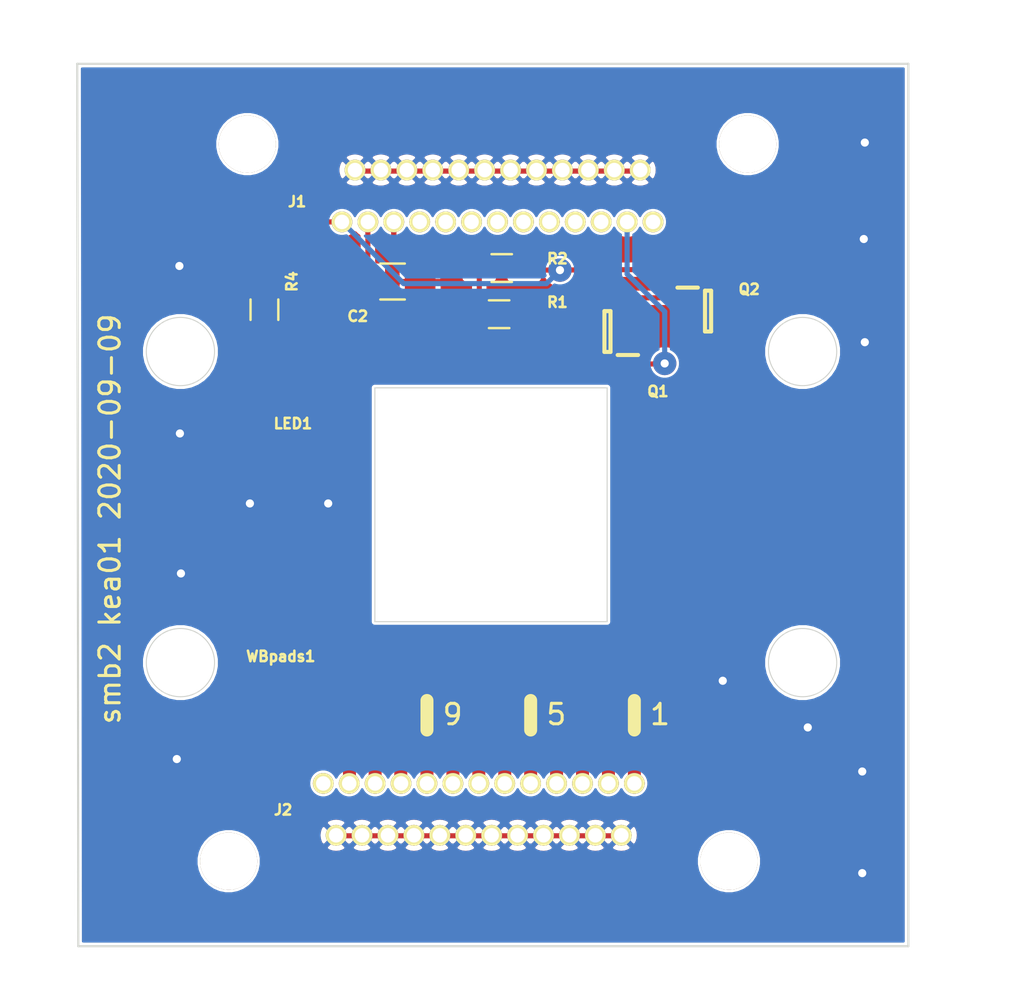
<source format=kicad_pcb>
(kicad_pcb (version 20171130) (host pcbnew "(5.1.5-0-10_14)")

  (general
    (thickness 1.6)
    (drawings 20)
    (tracks 93)
    (zones 0)
    (modules 10)
    (nets 29)
  )

  (page A4)
  (layers
    (0 F.Cu signal)
    (31 B.Cu signal)
    (32 B.Adhes user hide)
    (33 F.Adhes user hide)
    (34 B.Paste user hide)
    (35 F.Paste user hide)
    (36 B.SilkS user hide)
    (37 F.SilkS user)
    (38 B.Mask user hide)
    (39 F.Mask user hide)
    (40 Dwgs.User user hide)
    (41 Cmts.User user hide)
    (42 Eco1.User user hide)
    (43 Eco2.User user hide)
    (44 Edge.Cuts user)
    (45 Margin user hide)
    (46 B.CrtYd user hide)
    (47 F.CrtYd user hide)
    (48 B.Fab user hide)
    (49 F.Fab user hide)
  )

  (setup
    (last_trace_width 0.25)
    (trace_clearance 0.127)
    (zone_clearance 0.127)
    (zone_45_only no)
    (trace_min 0.2)
    (via_size 1.143)
    (via_drill 0.4)
    (via_min_size 0.4)
    (via_min_drill 0.3)
    (uvia_size 0.381)
    (uvia_drill 0.1)
    (uvias_allowed no)
    (uvia_min_size 0.2)
    (uvia_min_drill 0.1)
    (edge_width 0.05)
    (segment_width 0.2)
    (pcb_text_width 0.3)
    (pcb_text_size 1.5 1.5)
    (mod_edge_width 0.12)
    (mod_text_size 1 1)
    (mod_text_width 0.15)
    (pad_size 1.5 1.3)
    (pad_drill 0)
    (pad_to_mask_clearance 0.1016)
    (solder_mask_min_width 0.25)
    (aux_axis_origin 0 0)
    (visible_elements FFFFFFFF)
    (pcbplotparams
      (layerselection 0x010fc_ffffffff)
      (usegerberextensions false)
      (usegerberattributes false)
      (usegerberadvancedattributes false)
      (creategerberjobfile false)
      (excludeedgelayer true)
      (linewidth 0.100000)
      (plotframeref false)
      (viasonmask false)
      (mode 1)
      (useauxorigin false)
      (hpglpennumber 1)
      (hpglpenspeed 20)
      (hpglpendiameter 15.000000)
      (psnegative false)
      (psa4output false)
      (plotreference true)
      (plotvalue true)
      (plotinvisibletext false)
      (padsonsilk false)
      (subtractmaskfromsilk false)
      (outputformat 1)
      (mirror false)
      (drillshape 1)
      (scaleselection 1)
      (outputdirectory "./"))
  )

  (net 0 "")
  (net 1 GND)
  (net 2 "Net-(C2-Pad1)")
  (net 3 "Net-(J1-Pad13)")
  (net 4 "Net-(J1-Pad12)")
  (net 5 "Net-(J1-Pad11)")
  (net 6 "Net-(J1-Pad10)")
  (net 7 "Net-(J1-Pad9)")
  (net 8 "Net-(J1-Pad8)")
  (net 9 "Net-(J1-Pad7)")
  (net 10 "Net-(J1-Pad6)")
  (net 11 "Net-(J1-Pad5)")
  (net 12 "Net-(J1-Pad4)")
  (net 13 "Net-(J1-Pad3)")
  (net 14 "Net-(J1-Pad1)")
  (net 15 "Net-(J2-Pad13)")
  (net 16 "Net-(J2-Pad12)")
  (net 17 "Net-(J2-Pad11)")
  (net 18 "Net-(J2-Pad10)")
  (net 19 "Net-(J2-Pad9)")
  (net 20 "Net-(J2-Pad8)")
  (net 21 "Net-(J2-Pad7)")
  (net 22 "Net-(J2-Pad6)")
  (net 23 "Net-(J2-Pad3)")
  (net 24 "Net-(J2-Pad1)")
  (net 25 "Net-(J2-Pad2)")
  (net 26 "Net-(J2-Pad5)")
  (net 27 "Net-(J2-Pad4)")
  (net 28 "Net-(LED1-Pad1)")

  (net_class Default "This is the default net class."
    (clearance 0.127)
    (trace_width 0.25)
    (via_dia 1.143)
    (via_drill 0.4)
    (uvia_dia 0.381)
    (uvia_drill 0.1)
    (add_net GND)
    (add_net "Net-(C2-Pad1)")
    (add_net "Net-(J1-Pad1)")
    (add_net "Net-(J1-Pad10)")
    (add_net "Net-(J1-Pad11)")
    (add_net "Net-(J1-Pad12)")
    (add_net "Net-(J1-Pad13)")
    (add_net "Net-(J1-Pad3)")
    (add_net "Net-(J1-Pad4)")
    (add_net "Net-(J1-Pad5)")
    (add_net "Net-(J1-Pad6)")
    (add_net "Net-(J1-Pad7)")
    (add_net "Net-(J1-Pad8)")
    (add_net "Net-(J1-Pad9)")
    (add_net "Net-(J2-Pad1)")
    (add_net "Net-(J2-Pad10)")
    (add_net "Net-(J2-Pad11)")
    (add_net "Net-(J2-Pad12)")
    (add_net "Net-(J2-Pad13)")
    (add_net "Net-(J2-Pad2)")
    (add_net "Net-(J2-Pad3)")
    (add_net "Net-(J2-Pad4)")
    (add_net "Net-(J2-Pad5)")
    (add_net "Net-(J2-Pad6)")
    (add_net "Net-(J2-Pad7)")
    (add_net "Net-(J2-Pad8)")
    (add_net "Net-(J2-Pad9)")
    (add_net "Net-(LED1-Pad1)")
  )

  (module DMND62D0U:SOT65P210X110-3N (layer F.Cu) (tedit 5E7BCFFD) (tstamp 5F592A0B)
    (at 147.8948 96.8606 180)
    (descr DMN62D0UW-7-1)
    (tags "MOSFET (N-Channel)")
    (path /5E794A9D)
    (attr smd)
    (fp_text reference Q1 (at -2.4732 -2.936) (layer F.SilkS)
      (effects (font (size 0.508 0.508) (thickness 0.127)))
    )
    (fp_text value DMN62D0UW-7 (at 0 -2.54) (layer F.SilkS) hide
      (effects (font (size 0.508 0.508) (thickness 0.127)))
    )
    (fp_line (start -1.5 -1.15) (end -0.5 -1.15) (layer F.SilkS) (width 0.2))
    (fp_line (start -0.15 1) (end -0.15 -1) (layer F.SilkS) (width 0.2))
    (fp_line (start 0.15 1) (end -0.15 1) (layer F.SilkS) (width 0.2))
    (fp_line (start 0.15 -1) (end 0.15 1) (layer F.SilkS) (width 0.2))
    (fp_line (start -0.15 -1) (end 0.15 -1) (layer F.SilkS) (width 0.2))
    (fp_line (start -0.625 -0.35) (end 0.025 -1) (layer F.Fab) (width 0.1))
    (fp_line (start -0.625 1) (end -0.625 -1) (layer F.Fab) (width 0.1))
    (fp_line (start 0.625 1) (end -0.625 1) (layer F.Fab) (width 0.1))
    (fp_line (start 0.625 -1) (end 0.625 1) (layer F.Fab) (width 0.1))
    (fp_line (start -0.625 -1) (end 0.625 -1) (layer F.Fab) (width 0.1))
    (fp_line (start -1.75 1.35) (end -1.75 -1.35) (layer F.CrtYd) (width 0.05))
    (fp_line (start 1.75 1.35) (end -1.75 1.35) (layer F.CrtYd) (width 0.05))
    (fp_line (start 1.75 -1.35) (end 1.75 1.35) (layer F.CrtYd) (width 0.05))
    (fp_line (start -1.75 -1.35) (end 1.75 -1.35) (layer F.CrtYd) (width 0.05))
    (fp_text user %R (at 0 0) (layer F.Fab)
      (effects (font (size 1.27 1.27) (thickness 0.254)))
    )
    (pad 3 smd rect (at 1 0 270) (size 0.5 1) (layers F.Cu F.Paste F.Mask)
      (net 2 "Net-(C2-Pad1)"))
    (pad 2 smd rect (at -1 0.65 270) (size 0.5 1) (layers F.Cu F.Paste F.Mask)
      (net 1 GND))
    (pad 1 smd rect (at -1 -0.65 270) (size 0.5 1) (layers F.Cu F.Paste F.Mask)
      (net 4 "Net-(J1-Pad12)"))
    (model DMN62D0UW-7.stp
      (at (xyz 0 0 0))
      (scale (xyz 1 1 1))
      (rotate (xyz 0 0 0))
    )
    (model ${DMN}/DMN62D0UW-7.stp
      (at (xyz 0 0 0))
      (scale (xyz 1 1 1))
      (rotate (xyz 0 0 0))
    )
  )

  (module Resistors_SMD:R_0603_HandSoldering (layer F.Cu) (tedit 58E0A804) (tstamp 5F591BD9)
    (at 131.0894 95.7912 270)
    (descr "Resistor SMD 0603, hand soldering")
    (tags "resistor 0603")
    (path /5F4E9F42)
    (attr smd)
    (fp_text reference R4 (at -1.3794 -1.3462 90) (layer F.SilkS)
      (effects (font (size 0.508 0.508) (thickness 0.127)))
    )
    (fp_text value R (at 0 1.55 90) (layer F.Fab)
      (effects (font (size 1 1) (thickness 0.15)))
    )
    (fp_text user %R (at 0 0 90) (layer F.Fab)
      (effects (font (size 0.4 0.4) (thickness 0.075)))
    )
    (fp_line (start -0.8 0.4) (end -0.8 -0.4) (layer F.Fab) (width 0.1))
    (fp_line (start 0.8 0.4) (end -0.8 0.4) (layer F.Fab) (width 0.1))
    (fp_line (start 0.8 -0.4) (end 0.8 0.4) (layer F.Fab) (width 0.1))
    (fp_line (start -0.8 -0.4) (end 0.8 -0.4) (layer F.Fab) (width 0.1))
    (fp_line (start 0.5 0.68) (end -0.5 0.68) (layer F.SilkS) (width 0.12))
    (fp_line (start -0.5 -0.68) (end 0.5 -0.68) (layer F.SilkS) (width 0.12))
    (fp_line (start -1.96 -0.7) (end 1.95 -0.7) (layer F.CrtYd) (width 0.05))
    (fp_line (start -1.96 -0.7) (end -1.96 0.7) (layer F.CrtYd) (width 0.05))
    (fp_line (start 1.95 0.7) (end 1.95 -0.7) (layer F.CrtYd) (width 0.05))
    (fp_line (start 1.95 0.7) (end -1.96 0.7) (layer F.CrtYd) (width 0.05))
    (pad 1 smd rect (at -1.1 0 270) (size 1.2 0.9) (layers F.Cu F.Paste F.Mask)
      (net 14 "Net-(J1-Pad1)"))
    (pad 2 smd rect (at 1.1 0 270) (size 1.2 0.9) (layers F.Cu F.Paste F.Mask)
      (net 28 "Net-(LED1-Pad1)"))
    (model ${KISYS3DMOD}/Resistors_SMD.3dshapes/R_0603.wrl
      (at (xyz 0 0 0))
      (scale (xyz 1 1 1))
      (rotate (xyz 0 0 0))
    )
  )

  (module Resistors_SMD:R_0603_HandSoldering (layer F.Cu) (tedit 58E0A804) (tstamp 5F591BD6)
    (at 142.7148 93.7514)
    (descr "Resistor SMD 0603, hand soldering")
    (tags "resistor 0603")
    (path /5E79AE4E)
    (attr smd)
    (fp_text reference R2 (at 2.7256 -0.4572) (layer F.SilkS)
      (effects (font (size 0.508 0.508) (thickness 0.127)))
    )
    (fp_text value R (at 0 1.55) (layer F.Fab)
      (effects (font (size 1 1) (thickness 0.15)))
    )
    (fp_text user %R (at 0 0) (layer F.Fab)
      (effects (font (size 0.4 0.4) (thickness 0.075)))
    )
    (fp_line (start -0.8 0.4) (end -0.8 -0.4) (layer F.Fab) (width 0.1))
    (fp_line (start 0.8 0.4) (end -0.8 0.4) (layer F.Fab) (width 0.1))
    (fp_line (start 0.8 -0.4) (end 0.8 0.4) (layer F.Fab) (width 0.1))
    (fp_line (start -0.8 -0.4) (end 0.8 -0.4) (layer F.Fab) (width 0.1))
    (fp_line (start 0.5 0.68) (end -0.5 0.68) (layer F.SilkS) (width 0.12))
    (fp_line (start -0.5 -0.68) (end 0.5 -0.68) (layer F.SilkS) (width 0.12))
    (fp_line (start -1.96 -0.7) (end 1.95 -0.7) (layer F.CrtYd) (width 0.05))
    (fp_line (start -1.96 -0.7) (end -1.96 0.7) (layer F.CrtYd) (width 0.05))
    (fp_line (start 1.95 0.7) (end 1.95 -0.7) (layer F.CrtYd) (width 0.05))
    (fp_line (start 1.95 0.7) (end -1.96 0.7) (layer F.CrtYd) (width 0.05))
    (pad 1 smd rect (at -1.1 0) (size 1.2 0.9) (layers F.Cu F.Paste F.Mask)
      (net 13 "Net-(J1-Pad3)"))
    (pad 2 smd rect (at 1.1 0) (size 1.2 0.9) (layers F.Cu F.Paste F.Mask)
      (net 14 "Net-(J1-Pad1)"))
    (model ${KISYS3DMOD}/Resistors_SMD.3dshapes/R_0603.wrl
      (at (xyz 0 0 0))
      (scale (xyz 1 1 1))
      (rotate (xyz 0 0 0))
    )
  )

  (module Resistors_SMD:R_0603_HandSoldering (layer F.Cu) (tedit 58E0A804) (tstamp 5F591BD3)
    (at 142.5878 96.012)
    (descr "Resistor SMD 0603, hand soldering")
    (tags "resistor 0603")
    (path /5E799546)
    (attr smd)
    (fp_text reference R1 (at 2.8526 -0.5842) (layer F.SilkS)
      (effects (font (size 0.508 0.508) (thickness 0.127)))
    )
    (fp_text value R (at 0 1.55) (layer F.Fab)
      (effects (font (size 1 1) (thickness 0.15)))
    )
    (fp_text user %R (at 0 0) (layer F.Fab)
      (effects (font (size 0.4 0.4) (thickness 0.075)))
    )
    (fp_line (start -0.8 0.4) (end -0.8 -0.4) (layer F.Fab) (width 0.1))
    (fp_line (start 0.8 0.4) (end -0.8 0.4) (layer F.Fab) (width 0.1))
    (fp_line (start 0.8 -0.4) (end 0.8 0.4) (layer F.Fab) (width 0.1))
    (fp_line (start -0.8 -0.4) (end 0.8 -0.4) (layer F.Fab) (width 0.1))
    (fp_line (start 0.5 0.68) (end -0.5 0.68) (layer F.SilkS) (width 0.12))
    (fp_line (start -0.5 -0.68) (end 0.5 -0.68) (layer F.SilkS) (width 0.12))
    (fp_line (start -1.96 -0.7) (end 1.95 -0.7) (layer F.CrtYd) (width 0.05))
    (fp_line (start -1.96 -0.7) (end -1.96 0.7) (layer F.CrtYd) (width 0.05))
    (fp_line (start 1.95 0.7) (end 1.95 -0.7) (layer F.CrtYd) (width 0.05))
    (fp_line (start 1.95 0.7) (end -1.96 0.7) (layer F.CrtYd) (width 0.05))
    (pad 1 smd rect (at -1.1 0) (size 1.2 0.9) (layers F.Cu F.Paste F.Mask)
      (net 13 "Net-(J1-Pad3)"))
    (pad 2 smd rect (at 1.1 0) (size 1.2 0.9) (layers F.Cu F.Paste F.Mask)
      (net 2 "Net-(C2-Pad1)"))
    (model ${KISYS3DMOD}/Resistors_SMD.3dshapes/R_0603.wrl
      (at (xyz 0 0 0))
      (scale (xyz 1 1 1))
      (rotate (xyz 0 0 0))
    )
  )

  (module DMND62D0U:SOT65P210X110-3N (layer F.Cu) (tedit 5E7BCFFD) (tstamp 5F591BD0)
    (at 152.8224 95.8596)
    (descr DMN62D0UW-7-1)
    (tags "MOSFET (N-Channel)")
    (path /5E798123)
    (attr smd)
    (fp_text reference Q2 (at 2.016 -1.0668) (layer F.SilkS)
      (effects (font (size 0.508 0.508) (thickness 0.127)))
    )
    (fp_text value DMN62D0UW-7 (at 0 -2.54) (layer F.SilkS) hide
      (effects (font (size 0.508 0.508) (thickness 0.127)))
    )
    (fp_line (start -1.5 -1.15) (end -0.5 -1.15) (layer F.SilkS) (width 0.2))
    (fp_line (start -0.15 1) (end -0.15 -1) (layer F.SilkS) (width 0.2))
    (fp_line (start 0.15 1) (end -0.15 1) (layer F.SilkS) (width 0.2))
    (fp_line (start 0.15 -1) (end 0.15 1) (layer F.SilkS) (width 0.2))
    (fp_line (start -0.15 -1) (end 0.15 -1) (layer F.SilkS) (width 0.2))
    (fp_line (start -0.625 -0.35) (end 0.025 -1) (layer F.Fab) (width 0.1))
    (fp_line (start -0.625 1) (end -0.625 -1) (layer F.Fab) (width 0.1))
    (fp_line (start 0.625 1) (end -0.625 1) (layer F.Fab) (width 0.1))
    (fp_line (start 0.625 -1) (end 0.625 1) (layer F.Fab) (width 0.1))
    (fp_line (start -0.625 -1) (end 0.625 -1) (layer F.Fab) (width 0.1))
    (fp_line (start -1.75 1.35) (end -1.75 -1.35) (layer F.CrtYd) (width 0.05))
    (fp_line (start 1.75 1.35) (end -1.75 1.35) (layer F.CrtYd) (width 0.05))
    (fp_line (start 1.75 -1.35) (end 1.75 1.35) (layer F.CrtYd) (width 0.05))
    (fp_line (start -1.75 -1.35) (end 1.75 -1.35) (layer F.CrtYd) (width 0.05))
    (fp_text user %R (at 0 0) (layer F.Fab)
      (effects (font (size 1.27 1.27) (thickness 0.254)))
    )
    (pad 3 smd rect (at 1 0 90) (size 0.5 1) (layers F.Cu F.Paste F.Mask)
      (net 14 "Net-(J1-Pad1)"))
    (pad 2 smd rect (at -1 0.65 90) (size 0.5 1) (layers F.Cu F.Paste F.Mask)
      (net 1 GND))
    (pad 1 smd rect (at -1 -0.65 90) (size 0.5 1) (layers F.Cu F.Paste F.Mask)
      (net 2 "Net-(C2-Pad1)"))
    (model DMN62D0UW-7.stp
      (at (xyz 0 0 0))
      (scale (xyz 1 1 1))
      (rotate (xyz 0 0 0))
    )
    (model ${DMN}/DMN62D0UW-7.stp
      (at (xyz 0 0 0))
      (scale (xyz 1 1 1))
      (rotate (xyz 0 0 0))
    )
  )

  (module uD:wirebond-1 (layer F.Cu) (tedit 5E7D09AD) (tstamp 5F591BA4)
    (at 134.366 100.8126)
    (path /5E8EA3FF)
    (attr smd)
    (fp_text reference LED1 (at -1.8796 0.5588) (layer F.SilkS)
      (effects (font (size 0.508 0.508) (thickness 0.127)))
    )
    (fp_text value CONN_01X01 (at 0 1.27) (layer F.Fab)
      (effects (font (size 0.508 0.508) (thickness 0.127)))
    )
    (pad 1 smd rect (at 0 0) (size 0.762 1) (layers F.Cu F.Mask)
      (net 28 "Net-(LED1-Pad1)"))
  )

  (module Resistors_SMD:R_0805_HandSoldering (layer F.Cu) (tedit 58E0A804) (tstamp 5F591B27)
    (at 137.367 94.4118)
    (descr "Resistor SMD 0805, hand soldering")
    (tags "resistor 0805")
    (path /5E7A05F3)
    (attr smd)
    (fp_text reference C2 (at -1.7056 1.7018) (layer F.SilkS)
      (effects (font (size 0.508 0.508) (thickness 0.127)))
    )
    (fp_text value C (at 0 1.75) (layer F.Fab)
      (effects (font (size 1 1) (thickness 0.15)))
    )
    (fp_text user %R (at 0 0) (layer F.Fab)
      (effects (font (size 0.5 0.5) (thickness 0.075)))
    )
    (fp_line (start -1 0.62) (end -1 -0.62) (layer F.Fab) (width 0.1))
    (fp_line (start 1 0.62) (end -1 0.62) (layer F.Fab) (width 0.1))
    (fp_line (start 1 -0.62) (end 1 0.62) (layer F.Fab) (width 0.1))
    (fp_line (start -1 -0.62) (end 1 -0.62) (layer F.Fab) (width 0.1))
    (fp_line (start 0.6 0.88) (end -0.6 0.88) (layer F.SilkS) (width 0.12))
    (fp_line (start -0.6 -0.88) (end 0.6 -0.88) (layer F.SilkS) (width 0.12))
    (fp_line (start -2.35 -0.9) (end 2.35 -0.9) (layer F.CrtYd) (width 0.05))
    (fp_line (start -2.35 -0.9) (end -2.35 0.9) (layer F.CrtYd) (width 0.05))
    (fp_line (start 2.35 0.9) (end 2.35 -0.9) (layer F.CrtYd) (width 0.05))
    (fp_line (start 2.35 0.9) (end -2.35 0.9) (layer F.CrtYd) (width 0.05))
    (pad 1 smd rect (at -1.35 0) (size 1.5 1.3) (layers F.Cu F.Paste F.Mask)
      (net 2 "Net-(C2-Pad1)"))
    (pad 2 smd rect (at 1.35 0) (size 1.5 1.3) (layers F.Cu F.Paste F.Mask)
      (net 1 GND))
    (model ${KISYS3DMOD}/Resistors_SMD.3dshapes/R_0805.wrl
      (at (xyz 0 0 0))
      (scale (xyz 1 1 1))
      (rotate (xyz 0 0 0))
    )
  )

  (module myfootprints:MicroD-25-M-upsidedown (layer F.Cu) (tedit 5F4D698C) (tstamp 5F4D48F4)
    (at 145.4018 120.269 270)
    (path /5E7D529E)
    (fp_text reference J2 (at 0.0254 13.398) (layer F.SilkS)
      (effects (font (size 0.508 0.508) (thickness 0.127)))
    )
    (fp_text value MicroD-25-M (at -3.81 3.8354) (layer F.Fab)
      (effects (font (size 1 1) (thickness 0.15)))
    )
    (pad 26 thru_hole circle (at 2.54 -8.445 270) (size 2.79 2.79) (drill 2.79) (layers *.Cu *.Mask F.SilkS))
    (pad 0 thru_hole circle (at 2.54 16.065 270) (size 2.79 2.79) (drill 2.79) (layers *.Cu *.Mask F.SilkS))
    (pad 14 thru_hole circle (at 1.27 -3.17 270) (size 1.016 1.016) (drill 0.71) (layers *.Cu *.Mask F.SilkS)
      (net 1 GND) (zone_connect 1) (thermal_width 0.254) (thermal_gap 0.254))
    (pad 15 thru_hole circle (at 1.27 -1.9 270) (size 1.016 1.016) (drill 0.71) (layers *.Cu *.Mask F.SilkS)
      (net 1 GND) (zone_connect 1) (thermal_width 0.254) (thermal_gap 0.254))
    (pad 16 thru_hole circle (at 1.27 -0.63 270) (size 1.016 1.016) (drill 0.71) (layers *.Cu *.Mask F.SilkS)
      (net 1 GND) (zone_connect 1) (thermal_width 0.254) (thermal_gap 0.254))
    (pad 17 thru_hole circle (at 1.27 0.64 270) (size 1.016 1.016) (drill 0.71) (layers *.Cu *.Mask F.SilkS)
      (net 1 GND) (zone_connect 1) (thermal_width 0.254) (thermal_gap 0.254))
    (pad 18 thru_hole circle (at 1.27 1.91 270) (size 1.016 1.016) (drill 0.71) (layers *.Cu *.Mask F.SilkS)
      (net 1 GND) (zone_connect 1) (thermal_width 0.254) (thermal_gap 0.254))
    (pad 19 thru_hole circle (at 1.27 3.18 270) (size 1.016 1.016) (drill 0.71) (layers *.Cu *.Mask F.SilkS)
      (net 1 GND) (zone_connect 1) (thermal_width 0.254) (thermal_gap 0.254))
    (pad 20 thru_hole circle (at 1.27 4.45 270) (size 1.016 1.016) (drill 0.71) (layers *.Cu *.Mask F.SilkS)
      (net 1 GND) (zone_connect 1) (thermal_width 0.254) (thermal_gap 0.254))
    (pad 21 thru_hole circle (at 1.27 5.72 270) (size 1.016 1.016) (drill 0.71) (layers *.Cu *.Mask F.SilkS)
      (net 1 GND) (zone_connect 1) (thermal_width 0.254) (thermal_gap 0.254))
    (pad 22 thru_hole circle (at 1.27 6.99 270) (size 1.016 1.016) (drill 0.71) (layers *.Cu *.Mask F.SilkS)
      (net 1 GND) (zone_connect 1) (thermal_width 0.254) (thermal_gap 0.254))
    (pad 23 thru_hole circle (at 1.27 8.26 270) (size 1.016 1.016) (drill 0.7112) (layers *.Cu *.Mask F.SilkS)
      (net 1 GND) (zone_connect 1) (thermal_width 0.254) (thermal_gap 0.254))
    (pad 24 thru_hole circle (at 1.27 9.53 270) (size 1.016 1.016) (drill 0.71) (layers *.Cu *.Mask F.SilkS)
      (net 1 GND) (zone_connect 1) (thermal_width 0.254) (thermal_gap 0.254))
    (pad 25 thru_hole circle (at 1.27 10.8 270) (size 1.016 1.016) (drill 0.71) (layers *.Cu *.Mask F.SilkS)
      (net 1 GND) (zone_connect 1) (thermal_width 0.254) (thermal_gap 0.254))
    (pad 1 thru_hole circle (at -1.27 -3.81 270) (size 1.016 1.016) (drill 0.71) (layers *.Cu *.Mask F.SilkS)
      (net 24 "Net-(J2-Pad1)"))
    (pad 2 thru_hole circle (at -1.27 -2.54 270) (size 1.016 1.016) (drill 0.71) (layers *.Cu *.Mask F.SilkS)
      (net 25 "Net-(J2-Pad2)"))
    (pad 3 thru_hole circle (at -1.27 -1.27 270) (size 1.016 1.016) (drill 0.71) (layers *.Cu *.Mask F.SilkS)
      (net 23 "Net-(J2-Pad3)"))
    (pad 4 thru_hole circle (at -1.27 0 270) (size 1.016 1.016) (drill 0.71) (layers *.Cu *.Mask F.SilkS)
      (net 27 "Net-(J2-Pad4)"))
    (pad 5 thru_hole circle (at -1.27 1.27 270) (size 1.016 1.016) (drill 0.71) (layers *.Cu *.Mask F.SilkS)
      (net 26 "Net-(J2-Pad5)"))
    (pad 6 thru_hole circle (at -1.27 2.54 270) (size 1.016 1.016) (drill 0.71) (layers *.Cu *.Mask F.SilkS)
      (net 22 "Net-(J2-Pad6)"))
    (pad 7 thru_hole circle (at -1.27 3.81 270) (size 1.016 1.016) (drill 0.71) (layers *.Cu *.Mask F.SilkS)
      (net 21 "Net-(J2-Pad7)"))
    (pad 8 thru_hole circle (at -1.27 5.08 270) (size 1.016 1.016) (drill 0.71) (layers *.Cu *.Mask F.SilkS)
      (net 20 "Net-(J2-Pad8)"))
    (pad 9 thru_hole circle (at -1.27 6.35 270) (size 1.016 1.016) (drill 0.71) (layers *.Cu *.Mask F.SilkS)
      (net 19 "Net-(J2-Pad9)"))
    (pad 10 thru_hole circle (at -1.27 7.62 270) (size 1.016 1.016) (drill 0.71) (layers *.Cu *.Mask F.SilkS)
      (net 18 "Net-(J2-Pad10)"))
    (pad 11 thru_hole circle (at -1.27 8.89 270) (size 1.016 1.016) (drill 0.71) (layers *.Cu *.Mask F.SilkS)
      (net 17 "Net-(J2-Pad11)"))
    (pad 12 thru_hole circle (at -1.27 10.16 270) (size 1.016 1.016) (drill 0.71) (layers *.Cu *.Mask F.SilkS)
      (net 16 "Net-(J2-Pad12)"))
    (pad 13 thru_hole circle (at -1.27 11.43 270) (size 1.016 1.016) (drill 0.71) (layers *.Cu *.Mask F.SilkS)
      (net 15 "Net-(J2-Pad13)"))
    (model /Users/smb2/Documents/PCB/Kicad/Footprints.pretty/3D/MicroD_381-025-112L565.STEP
      (offset (xyz 7.8486 -3.81 -5.181599999999999))
      (scale (xyz 1 1 1))
      (rotate (xyz 90 0 90))
    )
  )

  (module myfootprints:MicroD-25-M-upsidedown (layer F.Cu) (tedit 5F4D698C) (tstamp 5F4D3C17)
    (at 138.6972 90.2208 90)
    (path /5E7C669B)
    (fp_text reference J1 (at -0.2794 -6.0076 180) (layer F.SilkS)
      (effects (font (size 0.508 0.508) (thickness 0.127)))
    )
    (fp_text value MicroD-25-M (at -3.81 3.8354 180) (layer F.Fab)
      (effects (font (size 1 1) (thickness 0.15)))
    )
    (pad 26 thru_hole circle (at 2.54 -8.445 90) (size 2.79 2.79) (drill 2.79) (layers *.Cu *.Mask F.SilkS))
    (pad 0 thru_hole circle (at 2.54 16.065 90) (size 2.79 2.79) (drill 2.79) (layers *.Cu *.Mask F.SilkS))
    (pad 14 thru_hole circle (at 1.27 -3.17 90) (size 1.016 1.016) (drill 0.71) (layers *.Cu *.Mask F.SilkS)
      (net 1 GND) (zone_connect 1) (thermal_width 0.254) (thermal_gap 0.254))
    (pad 15 thru_hole circle (at 1.27 -1.9 90) (size 1.016 1.016) (drill 0.71) (layers *.Cu *.Mask F.SilkS)
      (net 1 GND) (zone_connect 1) (thermal_width 0.254) (thermal_gap 0.254))
    (pad 16 thru_hole circle (at 1.27 -0.63 90) (size 1.016 1.016) (drill 0.71) (layers *.Cu *.Mask F.SilkS)
      (net 1 GND) (zone_connect 1) (thermal_width 0.254) (thermal_gap 0.254))
    (pad 17 thru_hole circle (at 1.27 0.64 90) (size 1.016 1.016) (drill 0.71) (layers *.Cu *.Mask F.SilkS)
      (net 1 GND) (zone_connect 1) (thermal_width 0.254) (thermal_gap 0.254))
    (pad 18 thru_hole circle (at 1.27 1.91 90) (size 1.016 1.016) (drill 0.71) (layers *.Cu *.Mask F.SilkS)
      (net 1 GND) (zone_connect 1) (thermal_width 0.254) (thermal_gap 0.254))
    (pad 19 thru_hole circle (at 1.27 3.18 90) (size 1.016 1.016) (drill 0.71) (layers *.Cu *.Mask F.SilkS)
      (net 1 GND) (zone_connect 1) (thermal_width 0.254) (thermal_gap 0.254))
    (pad 20 thru_hole circle (at 1.27 4.45 90) (size 1.016 1.016) (drill 0.71) (layers *.Cu *.Mask F.SilkS)
      (net 1 GND) (zone_connect 1) (thermal_width 0.254) (thermal_gap 0.254))
    (pad 21 thru_hole circle (at 1.27 5.72 90) (size 1.016 1.016) (drill 0.71) (layers *.Cu *.Mask F.SilkS)
      (net 1 GND) (zone_connect 1) (thermal_width 0.254) (thermal_gap 0.254))
    (pad 22 thru_hole circle (at 1.27 6.99 90) (size 1.016 1.016) (drill 0.71) (layers *.Cu *.Mask F.SilkS)
      (net 1 GND) (zone_connect 1) (thermal_width 0.254) (thermal_gap 0.254))
    (pad 23 thru_hole circle (at 1.27 8.26 90) (size 1.016 1.016) (drill 0.7112) (layers *.Cu *.Mask F.SilkS)
      (net 1 GND) (zone_connect 1) (thermal_width 0.254) (thermal_gap 0.254))
    (pad 24 thru_hole circle (at 1.27 9.53 90) (size 1.016 1.016) (drill 0.71) (layers *.Cu *.Mask F.SilkS)
      (net 1 GND) (zone_connect 1) (thermal_width 0.254) (thermal_gap 0.254))
    (pad 25 thru_hole circle (at 1.27 10.8 90) (size 1.016 1.016) (drill 0.71) (layers *.Cu *.Mask F.SilkS)
      (net 1 GND) (zone_connect 1) (thermal_width 0.254) (thermal_gap 0.254))
    (pad 1 thru_hole circle (at -1.27 -3.81 90) (size 1.016 1.016) (drill 0.71) (layers *.Cu *.Mask F.SilkS)
      (net 14 "Net-(J1-Pad1)"))
    (pad 2 thru_hole circle (at -1.27 -2.54 90) (size 1.016 1.016) (drill 0.71) (layers *.Cu *.Mask F.SilkS)
      (net 2 "Net-(C2-Pad1)"))
    (pad 3 thru_hole circle (at -1.27 -1.27 90) (size 1.016 1.016) (drill 0.71) (layers *.Cu *.Mask F.SilkS)
      (net 13 "Net-(J1-Pad3)"))
    (pad 4 thru_hole circle (at -1.27 0 90) (size 1.016 1.016) (drill 0.71) (layers *.Cu *.Mask F.SilkS)
      (net 12 "Net-(J1-Pad4)"))
    (pad 5 thru_hole circle (at -1.27 1.27 90) (size 1.016 1.016) (drill 0.71) (layers *.Cu *.Mask F.SilkS)
      (net 11 "Net-(J1-Pad5)"))
    (pad 6 thru_hole circle (at -1.27 2.54 90) (size 1.016 1.016) (drill 0.71) (layers *.Cu *.Mask F.SilkS)
      (net 10 "Net-(J1-Pad6)"))
    (pad 7 thru_hole circle (at -1.27 3.81 90) (size 1.016 1.016) (drill 0.71) (layers *.Cu *.Mask F.SilkS)
      (net 9 "Net-(J1-Pad7)"))
    (pad 8 thru_hole circle (at -1.27 5.08 90) (size 1.016 1.016) (drill 0.71) (layers *.Cu *.Mask F.SilkS)
      (net 8 "Net-(J1-Pad8)"))
    (pad 9 thru_hole circle (at -1.27 6.35 90) (size 1.016 1.016) (drill 0.71) (layers *.Cu *.Mask F.SilkS)
      (net 7 "Net-(J1-Pad9)"))
    (pad 10 thru_hole circle (at -1.27 7.62 90) (size 1.016 1.016) (drill 0.71) (layers *.Cu *.Mask F.SilkS)
      (net 6 "Net-(J1-Pad10)"))
    (pad 11 thru_hole circle (at -1.27 8.89 90) (size 1.016 1.016) (drill 0.71) (layers *.Cu *.Mask F.SilkS)
      (net 5 "Net-(J1-Pad11)"))
    (pad 12 thru_hole circle (at -1.27 10.16 90) (size 1.016 1.016) (drill 0.71) (layers *.Cu *.Mask F.SilkS)
      (net 4 "Net-(J1-Pad12)"))
    (pad 13 thru_hole circle (at -1.27 11.43 90) (size 1.016 1.016) (drill 0.71) (layers *.Cu *.Mask F.SilkS)
      (net 3 "Net-(J1-Pad13)"))
    (model /Users/smb2/Documents/PCB/Kicad/Footprints.pretty/3D/MicroD_381-025-112L565.STEP
      (offset (xyz 7.8486 -3.81 -5.181599999999999))
      (scale (xyz 1 1 1))
      (rotate (xyz 90 0 90))
    )
  )

  (module uD:wirebond-12 (layer F.Cu) (tedit 5E7CBB8B) (tstamp 5E7CC652)
    (at 128.8796 105.3084)
    (path /5E7B1ED6)
    (fp_text reference WBpads1 (at 3.0099 7.4676) (layer F.SilkS)
      (effects (font (size 0.508 0.508) (thickness 0.127)))
    )
    (fp_text value CONN_01X12 (at 5.08 5.08) (layer F.Fab)
      (effects (font (size 0.508 0.508) (thickness 0.127)))
    )
    (pad 12 smd rect (at 20.32 7.62) (size 0.762 1) (layers F.Cu F.Mask)
      (net 24 "Net-(J2-Pad1)"))
    (pad 11 smd rect (at 19.05 7.62) (size 0.762 1) (layers F.Cu F.Mask)
      (net 25 "Net-(J2-Pad2)"))
    (pad 10 smd rect (at 17.78 7.62) (size 0.762 1) (layers F.Cu F.Mask)
      (net 23 "Net-(J2-Pad3)"))
    (pad 9 smd rect (at 16.51 7.62) (size 0.762 1) (layers F.Cu F.Mask)
      (net 27 "Net-(J2-Pad4)"))
    (pad 8 smd rect (at 15.24 7.62) (size 0.762 1) (layers F.Cu F.Mask)
      (net 26 "Net-(J2-Pad5)"))
    (pad 7 smd rect (at 13.97 7.62) (size 0.762 1) (layers F.Cu F.Mask)
      (net 22 "Net-(J2-Pad6)"))
    (pad 6 smd rect (at 12.7 7.62) (size 0.762 1) (layers F.Cu F.Mask)
      (net 21 "Net-(J2-Pad7)"))
    (pad 5 smd rect (at 11.43 7.62) (size 0.762 1) (layers F.Cu F.Mask)
      (net 20 "Net-(J2-Pad8)"))
    (pad 4 smd rect (at 10.16 7.62) (size 0.762 1) (layers F.Cu F.Mask)
      (net 19 "Net-(J2-Pad9)"))
    (pad 3 smd rect (at 8.89 7.62) (size 0.762 1) (layers F.Cu F.Mask)
      (net 18 "Net-(J2-Pad10)"))
    (pad 2 smd rect (at 7.62 7.62) (size 0.762 1) (layers F.Cu F.Mask)
      (net 17 "Net-(J2-Pad11)"))
    (pad 1 smd rect (at 6.35 7.62) (size 0.762 1) (layers F.Cu F.Mask)
      (net 16 "Net-(J2-Pad12)"))
  )

  (gr_line (start 136.4996 99.6188) (end 147.8788 99.6188) (layer Edge.Cuts) (width 0.05))
  (gr_circle (center 157.4546 113.0808) (end 158.5976 114.3) (layer Edge.Cuts) (width 0.05) (tstamp 5E7E20C9))
  (gr_circle (center 157.4546 97.8408) (end 158.5976 99.06) (layer Edge.Cuts) (width 0.05) (tstamp 5E7E2073))
  (gr_circle (center 126.9746 97.8408) (end 128.1176 99.06) (layer Edge.Cuts) (width 0.05) (tstamp 5E7E206C))
  (gr_circle (center 126.9746 113.0808) (end 128.1176 114.3) (layer Edge.Cuts) (width 0.05))
  (gr_text 9 (at 140.3096 115.6208) (layer F.SilkS)
    (effects (font (size 1 1) (thickness 0.15)))
  )
  (gr_text 5 (at 145.3896 115.6208) (layer F.SilkS)
    (effects (font (size 1 1) (thickness 0.15)))
  )
  (gr_text 1 (at 150.4696 115.6208) (layer F.SilkS)
    (effects (font (size 1 1) (thickness 0.15)))
  )
  (gr_line (start 139.0523 114.935) (end 139.0523 116.3828) (layer F.SilkS) (width 0.635) (tstamp 5E7E1FD0))
  (gr_line (start 144.1323 114.935) (end 144.1323 116.3828) (layer F.SilkS) (width 0.635) (tstamp 5E7E1FCD))
  (gr_line (start 149.2123 114.935) (end 149.2123 116.3828) (layer F.SilkS) (width 0.635) (tstamp 5E7E1FCA))
  (gr_text "smb2 kea01 2020-09-09" (at 123.5202 106.045 90) (layer F.SilkS)
    (effects (font (size 1 1) (thickness 0.15)))
  )
  (gr_line (start 136.4996 111.0742) (end 147.8788 111.0742) (layer Edge.Cuts) (width 0.05))
  (gr_line (start 147.8788 111.0234) (end 147.8788 111.0742) (layer Edge.Cuts) (width 0.05))
  (gr_line (start 147.8788 99.6188) (end 147.8788 111.0234) (layer Edge.Cuts) (width 0.05))
  (gr_line (start 136.4996 111.0742) (end 136.4996 99.6188) (layer Edge.Cuts) (width 0.05))
  (gr_line (start 162.6362 83.7438) (end 162.6362 126.9746) (layer Edge.Cuts) (width 0.1))
  (gr_line (start 121.92 83.7438) (end 162.6362 83.7438) (layer Edge.Cuts) (width 0.1) (tstamp 5E7A603B))
  (gr_line (start 121.9708 126.9746) (end 121.92 83.7438) (layer Edge.Cuts) (width 0.1))
  (gr_line (start 162.6362 126.9746) (end 121.9708 126.9746) (layer Edge.Cuts) (width 0.1))

  (segment (start 134.62 121.5644) (end 148.59 121.5644) (width 0.25) (layer F.Cu) (net 1))
  (segment (start 135.5272 89.0016) (end 136.7972 89.0016) (width 0.25) (layer F.Cu) (net 1))
  (segment (start 136.7972 89.0016) (end 138.0672 89.0016) (width 0.25) (layer F.Cu) (net 1))
  (segment (start 138.0672 89.0016) (end 139.3372 89.0016) (width 0.25) (layer F.Cu) (net 1))
  (segment (start 139.3372 89.0016) (end 140.6072 89.0016) (width 0.25) (layer F.Cu) (net 1))
  (segment (start 140.6072 89.0016) (end 141.8772 89.0016) (width 0.25) (layer F.Cu) (net 1))
  (segment (start 141.8772 89.0016) (end 143.1472 89.0016) (width 0.25) (layer F.Cu) (net 1))
  (segment (start 143.1472 89.0016) (end 144.4172 89.0016) (width 0.25) (layer F.Cu) (net 1))
  (segment (start 144.4172 89.0016) (end 145.6872 89.0016) (width 0.25) (layer F.Cu) (net 1))
  (segment (start 145.6872 89.0016) (end 146.9572 89.0016) (width 0.25) (layer F.Cu) (net 1))
  (segment (start 146.9572 89.0016) (end 148.2272 89.0016) (width 0.25) (layer F.Cu) (net 1))
  (segment (start 148.2272 89.0016) (end 149.4972 89.0016) (width 0.25) (layer F.Cu) (net 1))
  (via (at 126.9492 101.854) (size 0.8) (drill 0.4) (layers F.Cu B.Cu) (net 1))
  (via (at 127 108.712) (size 0.8) (drill 0.4) (layers F.Cu B.Cu) (net 1))
  (via (at 130.3782 105.283) (size 0.8) (drill 0.4) (layers F.Cu B.Cu) (net 1))
  (via (at 134.2136 105.283) (size 0.8) (drill 0.4) (layers F.Cu B.Cu) (net 1))
  (via (at 126.9238 93.6498) (size 0.8) (drill 0.4) (layers F.Cu B.Cu) (net 1))
  (via (at 153.543 113.9698) (size 0.8) (drill 0.4) (layers F.Cu B.Cu) (net 1))
  (via (at 157.7086 116.2558) (size 0.8) (drill 0.4) (layers F.Cu B.Cu) (net 1))
  (via (at 160.3756 118.4148) (size 0.8) (drill 0.4) (layers F.Cu B.Cu) (net 1))
  (via (at 160.3756 123.3932) (size 0.8) (drill 0.4) (layers F.Cu B.Cu) (net 1))
  (via (at 126.7968 117.8052) (size 0.8) (drill 0.4) (layers F.Cu B.Cu) (net 1))
  (via (at 160.5026 87.6046) (size 0.8) (drill 0.4) (layers F.Cu B.Cu) (net 1))
  (via (at 160.4518 92.329) (size 0.8) (drill 0.4) (layers F.Cu B.Cu) (net 1))
  (via (at 160.5026 97.3836) (size 0.8) (drill 0.4) (layers F.Cu B.Cu) (net 1))
  (segment (start 151.8224 97.0096) (end 151.8224 96.5096) (width 0.25) (layer F.Cu) (net 1))
  (segment (start 151.6816 97.1504) (end 151.8224 97.0096) (width 0.25) (layer F.Cu) (net 1))
  (segment (start 136.1572 94.2716) (end 136.017 94.4118) (width 0.25) (layer F.Cu) (net 2))
  (segment (start 136.1572 91.4908) (end 136.1572 94.2716) (width 0.25) (layer F.Cu) (net 2))
  (segment (start 136.017 94.4118) (end 136.017 96.9264) (width 0.25) (layer F.Cu) (net 2))
  (segment (start 146.844 97.3004) (end 146.8374 97.2938) (width 0.25) (layer F.Cu) (net 2))
  (segment (start 146.844 97.8004) (end 146.844 97.3004) (width 0.25) (layer F.Cu) (net 2))
  (segment (start 146.8374 97.2938) (end 146.8374 96.2406) (width 0.25) (layer F.Cu) (net 2))
  (segment (start 147.8684 95.2096) (end 151.8224 95.2096) (width 0.25) (layer F.Cu) (net 2))
  (segment (start 146.8374 96.2406) (end 147.8684 95.2096) (width 0.25) (layer F.Cu) (net 2))
  (segment (start 142.2504 97.8004) (end 136.7894 97.8004) (width 0.25) (layer F.Cu) (net 2))
  (segment (start 136.017 97.028) (end 136.017 96.9264) (width 0.25) (layer F.Cu) (net 2))
  (segment (start 136.7894 97.8004) (end 136.017 97.028) (width 0.25) (layer F.Cu) (net 2))
  (segment (start 143.2208 96.0628) (end 143.2208 97.704) (width 0.25) (layer F.Cu) (net 2))
  (segment (start 143.3172 97.8004) (end 142.2504 97.8004) (width 0.25) (layer F.Cu) (net 2))
  (segment (start 143.2208 97.704) (end 143.3172 97.8004) (width 0.25) (layer F.Cu) (net 2))
  (segment (start 146.844 97.8004) (end 143.3172 97.8004) (width 0.25) (layer F.Cu) (net 2))
  (segment (start 148.8572 91.4908) (end 148.8572 94.044) (width 0.25) (layer B.Cu) (net 4))
  (segment (start 148.8572 94.044) (end 150.6982 95.885) (width 0.25) (layer B.Cu) (net 4))
  (segment (start 150.6982 95.885) (end 150.6982 98.425) (width 0.25) (layer B.Cu) (net 4))
  (segment (start 150.6982 98.425) (end 150.6982 98.425) (width 0.25) (layer B.Cu) (net 4) (tstamp 5F592532))
  (via (at 150.6982 98.425) (size 1.143) (drill 0.4) (layers F.Cu B.Cu) (net 4) (tstamp 5F592A36))
  (segment (start 150.6728 98.4504) (end 150.6982 98.425) (width 0.25) (layer F.Cu) (net 4))
  (segment (start 148.844 98.4504) (end 150.6728 98.4504) (width 0.25) (layer F.Cu) (net 4))
  (segment (start 148.87799 97.52741) (end 148.8948 97.52741) (width 0.25) (layer F.Cu) (net 4))
  (segment (start 148.844 97.5614) (end 148.87799 97.52741) (width 0.25) (layer F.Cu) (net 4))
  (segment (start 148.844 98.4504) (end 148.844 97.5614) (width 0.25) (layer F.Cu) (net 4))
  (segment (start 137.4272 91.4908) (end 137.4272 92.20922) (width 0.25) (layer F.Cu) (net 13))
  (segment (start 141.6148 93.05) (end 141.6148 93.7514) (width 0.25) (layer F.Cu) (net 13))
  (segment (start 141.5034 92.9386) (end 141.6148 93.05) (width 0.25) (layer F.Cu) (net 13))
  (segment (start 138.049 92.9386) (end 141.5034 92.9386) (width 0.25) (layer F.Cu) (net 13))
  (segment (start 137.4272 92.3168) (end 138.049 92.9386) (width 0.25) (layer F.Cu) (net 13))
  (segment (start 137.4272 91.4908) (end 137.4272 92.3168) (width 0.25) (layer F.Cu) (net 13))
  (segment (start 141.6148 95.885) (end 141.4878 96.012) (width 0.25) (layer F.Cu) (net 13))
  (segment (start 141.6148 93.7514) (end 141.6148 95.885) (width 0.25) (layer F.Cu) (net 13))
  (segment (start 153.8224 95.8596) (end 153.8224 93.5228) (width 0.25) (layer F.Cu) (net 14))
  (segment (start 134.16878 91.4908) (end 134.8872 91.4908) (width 0.25) (layer F.Cu) (net 14))
  (segment (start 133.4398 91.4908) (end 134.16878 91.4908) (width 0.25) (layer F.Cu) (net 14))
  (segment (start 131.0894 93.8412) (end 133.4398 91.4908) (width 0.25) (layer F.Cu) (net 14))
  (segment (start 131.0894 94.6912) (end 131.0894 93.8412) (width 0.25) (layer F.Cu) (net 14))
  (segment (start 153.8224 93.5228) (end 153.1874 93.5736) (width 0.25) (layer F.Cu) (net 14))
  (segment (start 149.6568 93.4466) (end 151.5872 93.4466) (width 0.25) (layer F.Cu) (net 14))
  (segment (start 149.2758 93.8276) (end 149.6568 93.4466) (width 0.25) (layer F.Cu) (net 14))
  (segment (start 153.1874 93.5736) (end 151.5872 93.4466) (width 0.25) (layer F.Cu) (net 14))
  (segment (start 144.5768 94.5134) (end 144.5768 94.5134) (width 0.25) (layer B.Cu) (net 14) (tstamp 5F59252F))
  (via (at 145.5674 93.853) (size 1.143) (drill 0.4) (layers F.Cu B.Cu) (net 14) (tstamp 5F592EA4))
  (segment (start 144.6022 93.853) (end 149.2758 93.8276) (width 0.25) (layer F.Cu) (net 14))
  (segment (start 144.907 94.5134) (end 145.5674 93.853) (width 0.25) (layer B.Cu) (net 14))
  (segment (start 137.9098 94.5134) (end 144.907 94.5134) (width 0.25) (layer B.Cu) (net 14))
  (segment (start 134.8872 91.4908) (end 137.9098 94.5134) (width 0.25) (layer B.Cu) (net 14))
  (segment (start 143.9164 93.853) (end 143.8148 93.7514) (width 0.25) (layer F.Cu) (net 14))
  (segment (start 144.6022 93.853) (end 143.9164 93.853) (width 0.25) (layer F.Cu) (net 14))
  (segment (start 135.255 118.6434) (end 135.255 112.9792) (width 0.635) (layer F.Cu) (net 16))
  (segment (start 136.5123 118.872) (end 136.5123 113.03) (width 0.635) (layer F.Cu) (net 17))
  (segment (start 137.7696 118.872) (end 137.7696 113.03) (width 0.635) (layer F.Cu) (net 18))
  (segment (start 139.0523 118.872) (end 139.0523 113.03) (width 0.635) (layer F.Cu) (net 19))
  (segment (start 140.3223 118.872) (end 140.3223 113.03) (width 0.635) (layer F.Cu) (net 20))
  (segment (start 141.5923 118.872) (end 141.5923 113.03) (width 0.635) (layer F.Cu) (net 21))
  (segment (start 142.8623 118.872) (end 142.8623 113.03) (width 0.635) (layer F.Cu) (net 22))
  (segment (start 146.6723 118.872) (end 146.6723 113.03) (width 0.635) (layer F.Cu) (net 23))
  (segment (start 149.2123 118.872) (end 149.2123 113.03) (width 0.635) (layer F.Cu) (net 24))
  (segment (start 147.9423 118.872) (end 147.9423 113.03) (width 0.635) (layer F.Cu) (net 25))
  (segment (start 144.1323 118.872) (end 144.1323 113.03) (width 0.635) (layer F.Cu) (net 26) (tstamp 5E7E1B27))
  (segment (start 145.4023 118.872) (end 145.4023 113.03) (width 0.635) (layer F.Cu) (net 27))
  (segment (start 134.366 100.0626) (end 134.366 100.8126) (width 0.25) (layer F.Cu) (net 28))
  (segment (start 134.366 99.4678) (end 134.366 100.0626) (width 0.25) (layer F.Cu) (net 28))
  (segment (start 131.7894 96.8912) (end 134.366 99.4678) (width 0.25) (layer F.Cu) (net 28))
  (segment (start 131.0894 96.8912) (end 131.7894 96.8912) (width 0.25) (layer F.Cu) (net 28))

  (zone (net 0) (net_name "") (layer F.Mask) (tstamp 5F4D654E) (hatch edge 0.508)
    (connect_pads (clearance 0.35))
    (min_thickness 0.254)
    (fill yes (arc_segments 32) (thermal_gap 0.508) (thermal_bridge_width 0.508))
    (polygon
      (pts
        (xy 148.7424 111.9124) (xy 135.7376 111.9124) (xy 135.7376 98.9076) (xy 148.7424 98.9076)
      )
    )
    (filled_polygon
      (pts
        (xy 148.6154 111.7854) (xy 135.8646 111.7854) (xy 135.8646 99.6188) (xy 136.4996 99.6188) (xy 136.4996 111.0742)
        (xy 147.8788 111.0742) (xy 147.8788 99.6188) (xy 136.4996 99.6188) (xy 135.8646 99.6188) (xy 135.8646 99.0346)
        (xy 148.6154 99.0346)
      )
    )
  )
  (zone (net 0) (net_name "") (layer B.Mask) (tstamp 5F4D654B) (hatch edge 0.508)
    (connect_pads (clearance 0.35))
    (min_thickness 0.254)
    (fill yes (arc_segments 32) (thermal_gap 0.508) (thermal_bridge_width 0.508))
    (polygon
      (pts
        (xy 155.8798 117.3988) (xy 128.8796 117.3988) (xy 128.8796 103.8352) (xy 155.8798 103.8352)
      )
    )
    (filled_polygon
      (pts
        (xy 136.4996 111.0742) (xy 147.8788 111.0742) (xy 147.8788 103.9622) (xy 155.7528 103.9622) (xy 155.7528 117.2718)
        (xy 129.0066 117.2718) (xy 129.0066 103.9622) (xy 136.4996 103.9622)
      )
    )
  )
  (zone (net 1) (net_name GND) (layer F.Cu) (tstamp 0) (hatch edge 0.508)
    (connect_pads (clearance 0.2286))
    (min_thickness 0.2286)
    (fill yes (arc_segments 32) (thermal_gap 0.254) (thermal_bridge_width 0.254))
    (polygon
      (pts
        (xy 164.7444 128.397) (xy 120.4976 128.397) (xy 119.8118 81.8642) (xy 119.9134 81.8642) (xy 164.6428 81.8388)
      )
    )
    (filled_polygon
      (pts
        (xy 162.243301 126.5817) (xy 122.363238 126.5817) (xy 122.358604 122.637832) (xy 127.5989 122.637832) (xy 127.5989 122.980168)
        (xy 127.665686 123.315927) (xy 127.796693 123.632204) (xy 127.986885 123.916847) (xy 128.228953 124.158915) (xy 128.513596 124.349107)
        (xy 128.829873 124.480114) (xy 129.165632 124.5469) (xy 129.507968 124.5469) (xy 129.843727 124.480114) (xy 130.160004 124.349107)
        (xy 130.444647 124.158915) (xy 130.686715 123.916847) (xy 130.876907 123.632204) (xy 131.007914 123.315927) (xy 131.0747 122.980168)
        (xy 131.0747 122.637832) (xy 152.1089 122.637832) (xy 152.1089 122.980168) (xy 152.175686 123.315927) (xy 152.306693 123.632204)
        (xy 152.496885 123.916847) (xy 152.738953 124.158915) (xy 153.023596 124.349107) (xy 153.339873 124.480114) (xy 153.675632 124.5469)
        (xy 154.017968 124.5469) (xy 154.353727 124.480114) (xy 154.670004 124.349107) (xy 154.954647 124.158915) (xy 155.196715 123.916847)
        (xy 155.386907 123.632204) (xy 155.517914 123.315927) (xy 155.5847 122.980168) (xy 155.5847 122.637832) (xy 155.517914 122.302073)
        (xy 155.386907 121.985796) (xy 155.196715 121.701153) (xy 154.954647 121.459085) (xy 154.670004 121.268893) (xy 154.353727 121.137886)
        (xy 154.017968 121.0711) (xy 153.675632 121.0711) (xy 153.339873 121.137886) (xy 153.023596 121.268893) (xy 152.738953 121.459085)
        (xy 152.496885 121.701153) (xy 152.306693 121.985796) (xy 152.175686 122.302073) (xy 152.1089 122.637832) (xy 131.0747 122.637832)
        (xy 131.007914 122.302073) (xy 130.926465 122.105437) (xy 134.053323 122.105437) (xy 134.09456 122.258763) (xy 134.244725 122.34389)
        (xy 134.408612 122.398086) (xy 134.579924 122.419267) (xy 134.752076 122.406621) (xy 134.918453 122.360633) (xy 135.072661 122.28307)
        (xy 135.10904 122.258763) (xy 135.150277 122.105437) (xy 135.323323 122.105437) (xy 135.36456 122.258763) (xy 135.514725 122.34389)
        (xy 135.678612 122.398086) (xy 135.849924 122.419267) (xy 136.022076 122.406621) (xy 136.188453 122.360633) (xy 136.342661 122.28307)
        (xy 136.37904 122.258763) (xy 136.420277 122.105437) (xy 136.593323 122.105437) (xy 136.63456 122.258763) (xy 136.784725 122.34389)
        (xy 136.948612 122.398086) (xy 137.119924 122.419267) (xy 137.292076 122.406621) (xy 137.458453 122.360633) (xy 137.612661 122.28307)
        (xy 137.64904 122.258763) (xy 137.690277 122.105437) (xy 137.863323 122.105437) (xy 137.90456 122.258763) (xy 138.054725 122.34389)
        (xy 138.218612 122.398086) (xy 138.389924 122.419267) (xy 138.562076 122.406621) (xy 138.728453 122.360633) (xy 138.882661 122.28307)
        (xy 138.91904 122.258763) (xy 138.960277 122.105437) (xy 139.133323 122.105437) (xy 139.17456 122.258763) (xy 139.324725 122.34389)
        (xy 139.488612 122.398086) (xy 139.659924 122.419267) (xy 139.832076 122.406621) (xy 139.998453 122.360633) (xy 140.152661 122.28307)
        (xy 140.18904 122.258763) (xy 140.230277 122.105437) (xy 140.403323 122.105437) (xy 140.44456 122.258763) (xy 140.594725 122.34389)
        (xy 140.758612 122.398086) (xy 140.929924 122.419267) (xy 141.102076 122.406621) (xy 141.268453 122.360633) (xy 141.422661 122.28307)
        (xy 141.45904 122.258763) (xy 141.500277 122.105437) (xy 141.673323 122.105437) (xy 141.71456 122.258763) (xy 141.864725 122.34389)
        (xy 142.028612 122.398086) (xy 142.199924 122.419267) (xy 142.372076 122.406621) (xy 142.538453 122.360633) (xy 142.692661 122.28307)
        (xy 142.72904 122.258763) (xy 142.770277 122.105437) (xy 142.943323 122.105437) (xy 142.98456 122.258763) (xy 143.134725 122.34389)
        (xy 143.298612 122.398086) (xy 143.469924 122.419267) (xy 143.642076 122.406621) (xy 143.808453 122.360633) (xy 143.962661 122.28307)
        (xy 143.99904 122.258763) (xy 144.040277 122.105437) (xy 144.213323 122.105437) (xy 144.25456 122.258763) (xy 144.404725 122.34389)
        (xy 144.568612 122.398086) (xy 144.739924 122.419267) (xy 144.912076 122.406621) (xy 145.078453 122.360633) (xy 145.232661 122.28307)
        (xy 145.26904 122.258763) (xy 145.310277 122.105437) (xy 145.483323 122.105437) (xy 145.52456 122.258763) (xy 145.674725 122.34389)
        (xy 145.838612 122.398086) (xy 146.009924 122.419267) (xy 146.182076 122.406621) (xy 146.348453 122.360633) (xy 146.502661 122.28307)
        (xy 146.53904 122.258763) (xy 146.580277 122.105437) (xy 146.753323 122.105437) (xy 146.79456 122.258763) (xy 146.944725 122.34389)
        (xy 147.108612 122.398086) (xy 147.279924 122.419267) (xy 147.452076 122.406621) (xy 147.618453 122.360633) (xy 147.772661 122.28307)
        (xy 147.80904 122.258763) (xy 147.850277 122.105437) (xy 148.023323 122.105437) (xy 148.06456 122.258763) (xy 148.214725 122.34389)
        (xy 148.378612 122.398086) (xy 148.549924 122.419267) (xy 148.722076 122.406621) (xy 148.888453 122.360633) (xy 149.042661 122.28307)
        (xy 149.07904 122.258763) (xy 149.120277 122.105437) (xy 148.5718 121.556961) (xy 148.023323 122.105437) (xy 147.850277 122.105437)
        (xy 147.3018 121.556961) (xy 146.753323 122.105437) (xy 146.580277 122.105437) (xy 146.0318 121.556961) (xy 145.483323 122.105437)
        (xy 145.310277 122.105437) (xy 144.7618 121.556961) (xy 144.213323 122.105437) (xy 144.040277 122.105437) (xy 143.4918 121.556961)
        (xy 142.943323 122.105437) (xy 142.770277 122.105437) (xy 142.2218 121.556961) (xy 141.673323 122.105437) (xy 141.500277 122.105437)
        (xy 140.9518 121.556961) (xy 140.403323 122.105437) (xy 140.230277 122.105437) (xy 139.6818 121.556961) (xy 139.133323 122.105437)
        (xy 138.960277 122.105437) (xy 138.4118 121.556961) (xy 137.863323 122.105437) (xy 137.690277 122.105437) (xy 137.1418 121.556961)
        (xy 136.593323 122.105437) (xy 136.420277 122.105437) (xy 135.8718 121.556961) (xy 135.323323 122.105437) (xy 135.150277 122.105437)
        (xy 134.6018 121.556961) (xy 134.053323 122.105437) (xy 130.926465 122.105437) (xy 130.876907 121.985796) (xy 130.686715 121.701153)
        (xy 130.502686 121.517124) (xy 133.721533 121.517124) (xy 133.734179 121.689276) (xy 133.780167 121.855653) (xy 133.85773 122.009861)
        (xy 133.882037 122.04624) (xy 134.035363 122.087477) (xy 134.583839 121.539) (xy 134.619761 121.539) (xy 135.168237 122.087477)
        (xy 135.2368 122.069037) (xy 135.305363 122.087477) (xy 135.853839 121.539) (xy 135.889761 121.539) (xy 136.438237 122.087477)
        (xy 136.5068 122.069037) (xy 136.575363 122.087477) (xy 137.123839 121.539) (xy 137.159761 121.539) (xy 137.708237 122.087477)
        (xy 137.7768 122.069037) (xy 137.845363 122.087477) (xy 138.393839 121.539) (xy 138.429761 121.539) (xy 138.978237 122.087477)
        (xy 139.0468 122.069037) (xy 139.115363 122.087477) (xy 139.663839 121.539) (xy 139.699761 121.539) (xy 140.248237 122.087477)
        (xy 140.3168 122.069037) (xy 140.385363 122.087477) (xy 140.933839 121.539) (xy 140.969761 121.539) (xy 141.518237 122.087477)
        (xy 141.5868 122.069037) (xy 141.655363 122.087477) (xy 142.203839 121.539) (xy 142.239761 121.539) (xy 142.788237 122.087477)
        (xy 142.8568 122.069037) (xy 142.925363 122.087477) (xy 143.473839 121.539) (xy 143.509761 121.539) (xy 144.058237 122.087477)
        (xy 144.1268 122.069037) (xy 144.195363 122.087477) (xy 144.743839 121.539) (xy 144.779761 121.539) (xy 145.328237 122.087477)
        (xy 145.3968 122.069037) (xy 145.465363 122.087477) (xy 146.013839 121.539) (xy 146.049761 121.539) (xy 146.598237 122.087477)
        (xy 146.6668 122.069037) (xy 146.735363 122.087477) (xy 147.283839 121.539) (xy 147.319761 121.539) (xy 147.868237 122.087477)
        (xy 147.9368 122.069037) (xy 148.005363 122.087477) (xy 148.553839 121.539) (xy 148.589761 121.539) (xy 149.138237 122.087477)
        (xy 149.291563 122.04624) (xy 149.37669 121.896075) (xy 149.430886 121.732188) (xy 149.452067 121.560876) (xy 149.439421 121.388724)
        (xy 149.393433 121.222347) (xy 149.31587 121.068139) (xy 149.291563 121.03176) (xy 149.138237 120.990523) (xy 148.589761 121.539)
        (xy 148.553839 121.539) (xy 148.005363 120.990523) (xy 147.9368 121.008963) (xy 147.868237 120.990523) (xy 147.319761 121.539)
        (xy 147.283839 121.539) (xy 146.735363 120.990523) (xy 146.6668 121.008963) (xy 146.598237 120.990523) (xy 146.049761 121.539)
        (xy 146.013839 121.539) (xy 145.465363 120.990523) (xy 145.3968 121.008963) (xy 145.328237 120.990523) (xy 144.779761 121.539)
        (xy 144.743839 121.539) (xy 144.195363 120.990523) (xy 144.1268 121.008963) (xy 144.058237 120.990523) (xy 143.509761 121.539)
        (xy 143.473839 121.539) (xy 142.925363 120.990523) (xy 142.8568 121.008963) (xy 142.788237 120.990523) (xy 142.239761 121.539)
        (xy 142.203839 121.539) (xy 141.655363 120.990523) (xy 141.5868 121.008963) (xy 141.518237 120.990523) (xy 140.969761 121.539)
        (xy 140.933839 121.539) (xy 140.385363 120.990523) (xy 140.3168 121.008963) (xy 140.248237 120.990523) (xy 139.699761 121.539)
        (xy 139.663839 121.539) (xy 139.115363 120.990523) (xy 139.0468 121.008963) (xy 138.978237 120.990523) (xy 138.429761 121.539)
        (xy 138.393839 121.539) (xy 137.845363 120.990523) (xy 137.7768 121.008963) (xy 137.708237 120.990523) (xy 137.159761 121.539)
        (xy 137.123839 121.539) (xy 136.575363 120.990523) (xy 136.5068 121.008963) (xy 136.438237 120.990523) (xy 135.889761 121.539)
        (xy 135.853839 121.539) (xy 135.305363 120.990523) (xy 135.2368 121.008963) (xy 135.168237 120.990523) (xy 134.619761 121.539)
        (xy 134.583839 121.539) (xy 134.035363 120.990523) (xy 133.882037 121.03176) (xy 133.79691 121.181925) (xy 133.742714 121.345812)
        (xy 133.721533 121.517124) (xy 130.502686 121.517124) (xy 130.444647 121.459085) (xy 130.160004 121.268893) (xy 129.843727 121.137886)
        (xy 129.507968 121.0711) (xy 129.165632 121.0711) (xy 128.829873 121.137886) (xy 128.513596 121.268893) (xy 128.228953 121.459085)
        (xy 127.986885 121.701153) (xy 127.796693 121.985796) (xy 127.665686 122.302073) (xy 127.5989 122.637832) (xy 122.358604 122.637832)
        (xy 122.356648 120.972563) (xy 134.053323 120.972563) (xy 134.6018 121.521039) (xy 135.150277 120.972563) (xy 135.323323 120.972563)
        (xy 135.8718 121.521039) (xy 136.420277 120.972563) (xy 136.593323 120.972563) (xy 137.1418 121.521039) (xy 137.690277 120.972563)
        (xy 137.863323 120.972563) (xy 138.4118 121.521039) (xy 138.960277 120.972563) (xy 139.133323 120.972563) (xy 139.6818 121.521039)
        (xy 140.230277 120.972563) (xy 140.403323 120.972563) (xy 140.9518 121.521039) (xy 141.500277 120.972563) (xy 141.673323 120.972563)
        (xy 142.2218 121.521039) (xy 142.770277 120.972563) (xy 142.943323 120.972563) (xy 143.4918 121.521039) (xy 144.040277 120.972563)
        (xy 144.213323 120.972563) (xy 144.7618 121.521039) (xy 145.310277 120.972563) (xy 145.483323 120.972563) (xy 146.0318 121.521039)
        (xy 146.580277 120.972563) (xy 146.753323 120.972563) (xy 147.3018 121.521039) (xy 147.850277 120.972563) (xy 148.023323 120.972563)
        (xy 148.5718 121.521039) (xy 149.120277 120.972563) (xy 149.07904 120.819237) (xy 148.928875 120.73411) (xy 148.764988 120.679914)
        (xy 148.593676 120.658733) (xy 148.421524 120.671379) (xy 148.255147 120.717367) (xy 148.100939 120.79493) (xy 148.06456 120.819237)
        (xy 148.023323 120.972563) (xy 147.850277 120.972563) (xy 147.80904 120.819237) (xy 147.658875 120.73411) (xy 147.494988 120.679914)
        (xy 147.323676 120.658733) (xy 147.151524 120.671379) (xy 146.985147 120.717367) (xy 146.830939 120.79493) (xy 146.79456 120.819237)
        (xy 146.753323 120.972563) (xy 146.580277 120.972563) (xy 146.53904 120.819237) (xy 146.388875 120.73411) (xy 146.224988 120.679914)
        (xy 146.053676 120.658733) (xy 145.881524 120.671379) (xy 145.715147 120.717367) (xy 145.560939 120.79493) (xy 145.52456 120.819237)
        (xy 145.483323 120.972563) (xy 145.310277 120.972563) (xy 145.26904 120.819237) (xy 145.118875 120.73411) (xy 144.954988 120.679914)
        (xy 144.783676 120.658733) (xy 144.611524 120.671379) (xy 144.445147 120.717367) (xy 144.290939 120.79493) (xy 144.25456 120.819237)
        (xy 144.213323 120.972563) (xy 144.040277 120.972563) (xy 143.99904 120.819237) (xy 143.848875 120.73411) (xy 143.684988 120.679914)
        (xy 143.513676 120.658733) (xy 143.341524 120.671379) (xy 143.175147 120.717367) (xy 143.020939 120.79493) (xy 142.98456 120.819237)
        (xy 142.943323 120.972563) (xy 142.770277 120.972563) (xy 142.72904 120.819237) (xy 142.578875 120.73411) (xy 142.414988 120.679914)
        (xy 142.243676 120.658733) (xy 142.071524 120.671379) (xy 141.905147 120.717367) (xy 141.750939 120.79493) (xy 141.71456 120.819237)
        (xy 141.673323 120.972563) (xy 141.500277 120.972563) (xy 141.45904 120.819237) (xy 141.308875 120.73411) (xy 141.144988 120.679914)
        (xy 140.973676 120.658733) (xy 140.801524 120.671379) (xy 140.635147 120.717367) (xy 140.480939 120.79493) (xy 140.44456 120.819237)
        (xy 140.403323 120.972563) (xy 140.230277 120.972563) (xy 140.18904 120.819237) (xy 140.038875 120.73411) (xy 139.874988 120.679914)
        (xy 139.703676 120.658733) (xy 139.531524 120.671379) (xy 139.365147 120.717367) (xy 139.210939 120.79493) (xy 139.17456 120.819237)
        (xy 139.133323 120.972563) (xy 138.960277 120.972563) (xy 138.91904 120.819237) (xy 138.768875 120.73411) (xy 138.604988 120.679914)
        (xy 138.433676 120.658733) (xy 138.261524 120.671379) (xy 138.095147 120.717367) (xy 137.940939 120.79493) (xy 137.90456 120.819237)
        (xy 137.863323 120.972563) (xy 137.690277 120.972563) (xy 137.64904 120.819237) (xy 137.498875 120.73411) (xy 137.334988 120.679914)
        (xy 137.163676 120.658733) (xy 136.991524 120.671379) (xy 136.825147 120.717367) (xy 136.670939 120.79493) (xy 136.63456 120.819237)
        (xy 136.593323 120.972563) (xy 136.420277 120.972563) (xy 136.37904 120.819237) (xy 136.228875 120.73411) (xy 136.064988 120.679914)
        (xy 135.893676 120.658733) (xy 135.721524 120.671379) (xy 135.555147 120.717367) (xy 135.400939 120.79493) (xy 135.36456 120.819237)
        (xy 135.323323 120.972563) (xy 135.150277 120.972563) (xy 135.10904 120.819237) (xy 134.958875 120.73411) (xy 134.794988 120.679914)
        (xy 134.623676 120.658733) (xy 134.451524 120.671379) (xy 134.285147 120.717367) (xy 134.130939 120.79493) (xy 134.09456 120.819237)
        (xy 134.053323 120.972563) (xy 122.356648 120.972563) (xy 122.35423 118.915194) (xy 133.1209 118.915194) (xy 133.1209 119.082806)
        (xy 133.1536 119.247198) (xy 133.217742 119.402052) (xy 133.310863 119.541417) (xy 133.429383 119.659937) (xy 133.568748 119.753058)
        (xy 133.723602 119.8172) (xy 133.887994 119.8499) (xy 134.055606 119.8499) (xy 134.219998 119.8172) (xy 134.374852 119.753058)
        (xy 134.514217 119.659937) (xy 134.6068 119.567354) (xy 134.699383 119.659937) (xy 134.838748 119.753058) (xy 134.993602 119.8172)
        (xy 135.157994 119.8499) (xy 135.325606 119.8499) (xy 135.489998 119.8172) (xy 135.644852 119.753058) (xy 135.784217 119.659937)
        (xy 135.8768 119.567354) (xy 135.969383 119.659937) (xy 136.108748 119.753058) (xy 136.263602 119.8172) (xy 136.427994 119.8499)
        (xy 136.595606 119.8499) (xy 136.759998 119.8172) (xy 136.914852 119.753058) (xy 137.054217 119.659937) (xy 137.1468 119.567354)
        (xy 137.239383 119.659937) (xy 137.378748 119.753058) (xy 137.533602 119.8172) (xy 137.697994 119.8499) (xy 137.865606 119.8499)
        (xy 138.029998 119.8172) (xy 138.184852 119.753058) (xy 138.324217 119.659937) (xy 138.4168 119.567354) (xy 138.509383 119.659937)
        (xy 138.648748 119.753058) (xy 138.803602 119.8172) (xy 138.967994 119.8499) (xy 139.135606 119.8499) (xy 139.299998 119.8172)
        (xy 139.454852 119.753058) (xy 139.594217 119.659937) (xy 139.6868 119.567354) (xy 139.779383 119.659937) (xy 139.918748 119.753058)
        (xy 140.073602 119.8172) (xy 140.237994 119.8499) (xy 140.405606 119.8499) (xy 140.569998 119.8172) (xy 140.724852 119.753058)
        (xy 140.864217 119.659937) (xy 140.9568 119.567354) (xy 141.049383 119.659937) (xy 141.188748 119.753058) (xy 141.343602 119.8172)
        (xy 141.507994 119.8499) (xy 141.675606 119.8499) (xy 141.839998 119.8172) (xy 141.994852 119.753058) (xy 142.134217 119.659937)
        (xy 142.2268 119.567354) (xy 142.319383 119.659937) (xy 142.458748 119.753058) (xy 142.613602 119.8172) (xy 142.777994 119.8499)
        (xy 142.945606 119.8499) (xy 143.109998 119.8172) (xy 143.264852 119.753058) (xy 143.404217 119.659937) (xy 143.4968 119.567354)
        (xy 143.589383 119.659937) (xy 143.728748 119.753058) (xy 143.883602 119.8172) (xy 144.047994 119.8499) (xy 144.215606 119.8499)
        (xy 144.379998 119.8172) (xy 144.534852 119.753058) (xy 144.674217 119.659937) (xy 144.7668 119.567354) (xy 144.859383 119.659937)
        (xy 144.998748 119.753058) (xy 145.153602 119.8172) (xy 145.317994 119.8499) (xy 145.485606 119.8499) (xy 145.649998 119.8172)
        (xy 145.804852 119.753058) (xy 145.944217 119.659937) (xy 146.0368 119.567354) (xy 146.129383 119.659937) (xy 146.268748 119.753058)
        (xy 146.423602 119.8172) (xy 146.587994 119.8499) (xy 146.755606 119.8499) (xy 146.919998 119.8172) (xy 147.074852 119.753058)
        (xy 147.214217 119.659937) (xy 147.3068 119.567354) (xy 147.399383 119.659937) (xy 147.538748 119.753058) (xy 147.693602 119.8172)
        (xy 147.857994 119.8499) (xy 148.025606 119.8499) (xy 148.189998 119.8172) (xy 148.344852 119.753058) (xy 148.484217 119.659937)
        (xy 148.5768 119.567354) (xy 148.669383 119.659937) (xy 148.808748 119.753058) (xy 148.963602 119.8172) (xy 149.127994 119.8499)
        (xy 149.295606 119.8499) (xy 149.459998 119.8172) (xy 149.614852 119.753058) (xy 149.754217 119.659937) (xy 149.872737 119.541417)
        (xy 149.965858 119.402052) (xy 150.03 119.247198) (xy 150.0627 119.082806) (xy 150.0627 118.915194) (xy 150.03 118.750802)
        (xy 149.965858 118.595948) (xy 149.872737 118.456583) (xy 149.8727 118.456546) (xy 149.8727 113.609331) (xy 149.898931 113.560257)
        (xy 149.918538 113.49562) (xy 149.925159 113.4284) (xy 149.925159 112.878973) (xy 155.405419 112.878973) (xy 155.405419 113.282627)
        (xy 155.484168 113.678524) (xy 155.638639 114.051451) (xy 155.862897 114.387077) (xy 156.148323 114.672503) (xy 156.483949 114.896761)
        (xy 156.856876 115.051232) (xy 157.252773 115.129981) (xy 157.656427 115.129981) (xy 158.052324 115.051232) (xy 158.425251 114.896761)
        (xy 158.760877 114.672503) (xy 159.046303 114.387077) (xy 159.270561 114.051451) (xy 159.425032 113.678524) (xy 159.503781 113.282627)
        (xy 159.503781 112.878973) (xy 159.425032 112.483076) (xy 159.270561 112.110149) (xy 159.046303 111.774523) (xy 158.760877 111.489097)
        (xy 158.425251 111.264839) (xy 158.052324 111.110368) (xy 157.656427 111.031619) (xy 157.252773 111.031619) (xy 156.856876 111.110368)
        (xy 156.483949 111.264839) (xy 156.148323 111.489097) (xy 155.862897 111.774523) (xy 155.638639 112.110149) (xy 155.484168 112.483076)
        (xy 155.405419 112.878973) (xy 149.925159 112.878973) (xy 149.925159 112.4284) (xy 149.918538 112.36118) (xy 149.898931 112.296543)
        (xy 149.86709 112.236973) (xy 149.82424 112.18476) (xy 149.772027 112.14191) (xy 149.712457 112.110069) (xy 149.64782 112.090462)
        (xy 149.5806 112.083841) (xy 148.8186 112.083841) (xy 148.75138 112.090462) (xy 148.686743 112.110069) (xy 148.627173 112.14191)
        (xy 148.57496 112.18476) (xy 148.5646 112.197384) (xy 148.55424 112.18476) (xy 148.502027 112.14191) (xy 148.442457 112.110069)
        (xy 148.37782 112.090462) (xy 148.3106 112.083841) (xy 147.5486 112.083841) (xy 147.48138 112.090462) (xy 147.416743 112.110069)
        (xy 147.357173 112.14191) (xy 147.30496 112.18476) (xy 147.2946 112.197384) (xy 147.28424 112.18476) (xy 147.232027 112.14191)
        (xy 147.172457 112.110069) (xy 147.10782 112.090462) (xy 147.0406 112.083841) (xy 146.2786 112.083841) (xy 146.21138 112.090462)
        (xy 146.146743 112.110069) (xy 146.087173 112.14191) (xy 146.03496 112.18476) (xy 146.0246 112.197384) (xy 146.01424 112.18476)
        (xy 145.962027 112.14191) (xy 145.902457 112.110069) (xy 145.83782 112.090462) (xy 145.7706 112.083841) (xy 145.0086 112.083841)
        (xy 144.94138 112.090462) (xy 144.876743 112.110069) (xy 144.817173 112.14191) (xy 144.76496 112.18476) (xy 144.7546 112.197384)
        (xy 144.74424 112.18476) (xy 144.692027 112.14191) (xy 144.632457 112.110069) (xy 144.56782 112.090462) (xy 144.5006 112.083841)
        (xy 143.7386 112.083841) (xy 143.67138 112.090462) (xy 143.606743 112.110069) (xy 143.547173 112.14191) (xy 143.49496 112.18476)
        (xy 143.4846 112.197384) (xy 143.47424 112.18476) (xy 143.422027 112.14191) (xy 143.362457 112.110069) (xy 143.29782 112.090462)
        (xy 143.2306 112.083841) (xy 142.4686 112.083841) (xy 142.40138 112.090462) (xy 142.336743 112.110069) (xy 142.277173 112.14191)
        (xy 142.22496 112.18476) (xy 142.2146 112.197384) (xy 142.20424 112.18476) (xy 142.152027 112.14191) (xy 142.092457 112.110069)
        (xy 142.02782 112.090462) (xy 141.9606 112.083841) (xy 141.1986 112.083841) (xy 141.13138 112.090462) (xy 141.066743 112.110069)
        (xy 141.007173 112.14191) (xy 140.95496 112.18476) (xy 140.9446 112.197384) (xy 140.93424 112.18476) (xy 140.882027 112.14191)
        (xy 140.822457 112.110069) (xy 140.75782 112.090462) (xy 140.6906 112.083841) (xy 139.9286 112.083841) (xy 139.86138 112.090462)
        (xy 139.796743 112.110069) (xy 139.737173 112.14191) (xy 139.68496 112.18476) (xy 139.6746 112.197384) (xy 139.66424 112.18476)
        (xy 139.612027 112.14191) (xy 139.552457 112.110069) (xy 139.48782 112.090462) (xy 139.4206 112.083841) (xy 138.6586 112.083841)
        (xy 138.59138 112.090462) (xy 138.526743 112.110069) (xy 138.467173 112.14191) (xy 138.41496 112.18476) (xy 138.4046 112.197384)
        (xy 138.39424 112.18476) (xy 138.342027 112.14191) (xy 138.282457 112.110069) (xy 138.21782 112.090462) (xy 138.1506 112.083841)
        (xy 137.3886 112.083841) (xy 137.32138 112.090462) (xy 137.256743 112.110069) (xy 137.197173 112.14191) (xy 137.14496 112.18476)
        (xy 137.1346 112.197384) (xy 137.12424 112.18476) (xy 137.072027 112.14191) (xy 137.012457 112.110069) (xy 136.94782 112.090462)
        (xy 136.8806 112.083841) (xy 136.1186 112.083841) (xy 136.05138 112.090462) (xy 135.986743 112.110069) (xy 135.927173 112.14191)
        (xy 135.87496 112.18476) (xy 135.8646 112.197384) (xy 135.85424 112.18476) (xy 135.802027 112.14191) (xy 135.742457 112.110069)
        (xy 135.67782 112.090462) (xy 135.6106 112.083841) (xy 134.8486 112.083841) (xy 134.78138 112.090462) (xy 134.716743 112.110069)
        (xy 134.657173 112.14191) (xy 134.60496 112.18476) (xy 134.56211 112.236973) (xy 134.530269 112.296543) (xy 134.510662 112.36118)
        (xy 134.504041 112.4284) (xy 134.504041 113.4284) (xy 134.510662 113.49562) (xy 134.530269 113.560257) (xy 134.56211 113.619827)
        (xy 134.594601 113.659417) (xy 134.5946 118.418446) (xy 134.514217 118.338063) (xy 134.374852 118.244942) (xy 134.219998 118.1808)
        (xy 134.055606 118.1481) (xy 133.887994 118.1481) (xy 133.723602 118.1808) (xy 133.568748 118.244942) (xy 133.429383 118.338063)
        (xy 133.310863 118.456583) (xy 133.217742 118.595948) (xy 133.1536 118.750802) (xy 133.1209 118.915194) (xy 122.35423 118.915194)
        (xy 122.347137 112.878973) (xy 124.925419 112.878973) (xy 124.925419 113.282627) (xy 125.004168 113.678524) (xy 125.158639 114.051451)
        (xy 125.382897 114.387077) (xy 125.668323 114.672503) (xy 126.003949 114.896761) (xy 126.376876 115.051232) (xy 126.772773 115.129981)
        (xy 127.176427 115.129981) (xy 127.572324 115.051232) (xy 127.945251 114.896761) (xy 128.280877 114.672503) (xy 128.566303 114.387077)
        (xy 128.790561 114.051451) (xy 128.945032 113.678524) (xy 129.023781 113.282627) (xy 129.023781 112.878973) (xy 128.945032 112.483076)
        (xy 128.790561 112.110149) (xy 128.566303 111.774523) (xy 128.280877 111.489097) (xy 127.945251 111.264839) (xy 127.572324 111.110368)
        (xy 127.176427 111.031619) (xy 126.772773 111.031619) (xy 126.376876 111.110368) (xy 126.003949 111.264839) (xy 125.668323 111.489097)
        (xy 125.382897 111.774523) (xy 125.158639 112.110149) (xy 125.004168 112.483076) (xy 124.925419 112.878973) (xy 122.347137 112.878973)
        (xy 122.329229 97.638973) (xy 124.925419 97.638973) (xy 124.925419 98.042627) (xy 125.004168 98.438524) (xy 125.158639 98.811451)
        (xy 125.382897 99.147077) (xy 125.668323 99.432503) (xy 126.003949 99.656761) (xy 126.376876 99.811232) (xy 126.772773 99.889981)
        (xy 127.176427 99.889981) (xy 127.572324 99.811232) (xy 127.945251 99.656761) (xy 128.280877 99.432503) (xy 128.566303 99.147077)
        (xy 128.790561 98.811451) (xy 128.945032 98.438524) (xy 129.023781 98.042627) (xy 129.023781 97.638973) (xy 128.945032 97.243076)
        (xy 128.790561 96.870149) (xy 128.566303 96.534523) (xy 128.32298 96.2912) (xy 130.294841 96.2912) (xy 130.294841 97.4912)
        (xy 130.301462 97.55842) (xy 130.321069 97.623057) (xy 130.35291 97.682627) (xy 130.39576 97.73484) (xy 130.447973 97.77769)
        (xy 130.507543 97.809531) (xy 130.57218 97.829138) (xy 130.6394 97.835759) (xy 131.5394 97.835759) (xy 131.60662 97.829138)
        (xy 131.671257 97.809531) (xy 131.730827 97.77769) (xy 131.78304 97.73484) (xy 131.82589 97.682627) (xy 131.857731 97.623057)
        (xy 131.858154 97.621664) (xy 133.8981 99.66161) (xy 133.898101 99.980631) (xy 133.853143 99.994269) (xy 133.793573 100.02611)
        (xy 133.74136 100.06896) (xy 133.69851 100.121173) (xy 133.666669 100.180743) (xy 133.647062 100.24538) (xy 133.640441 100.3126)
        (xy 133.640441 101.3126) (xy 133.647062 101.37982) (xy 133.666669 101.444457) (xy 133.69851 101.504027) (xy 133.74136 101.55624)
        (xy 133.793573 101.59909) (xy 133.853143 101.630931) (xy 133.91778 101.650538) (xy 133.985 101.657159) (xy 134.747 101.657159)
        (xy 134.81422 101.650538) (xy 134.878857 101.630931) (xy 134.938427 101.59909) (xy 134.99064 101.55624) (xy 135.03349 101.504027)
        (xy 135.065331 101.444457) (xy 135.084938 101.37982) (xy 135.091559 101.3126) (xy 135.091559 100.3126) (xy 135.084938 100.24538)
        (xy 135.065331 100.180743) (xy 135.03349 100.121173) (xy 134.99064 100.06896) (xy 134.938427 100.02611) (xy 134.878857 99.994269)
        (xy 134.8339 99.980632) (xy 134.8339 99.6188) (xy 136.12992 99.6188) (xy 136.131701 99.636884) (xy 136.1317 111.056127)
        (xy 136.12992 111.0742) (xy 136.137023 111.146321) (xy 136.15806 111.21567) (xy 136.192222 111.279583) (xy 136.238197 111.335603)
        (xy 136.273944 111.36494) (xy 136.294217 111.381578) (xy 136.35813 111.41574) (xy 136.427479 111.436777) (xy 136.4996 111.44388)
        (xy 136.517673 111.4421) (xy 147.860727 111.4421) (xy 147.8788 111.44388) (xy 147.896873 111.4421) (xy 147.950921 111.436777)
        (xy 148.02027 111.41574) (xy 148.084183 111.381578) (xy 148.140203 111.335603) (xy 148.186178 111.279583) (xy 148.22034 111.21567)
        (xy 148.241377 111.146321) (xy 148.24848 111.0742) (xy 148.2467 111.056127) (xy 148.2467 99.636873) (xy 148.24848 99.6188)
        (xy 148.241377 99.546679) (xy 148.22034 99.47733) (xy 148.186178 99.413417) (xy 148.140203 99.357397) (xy 148.084183 99.311422)
        (xy 148.02027 99.27726) (xy 147.950921 99.256223) (xy 147.896873 99.2509) (xy 147.8788 99.24912) (xy 147.860727 99.2509)
        (xy 136.517673 99.2509) (xy 136.4996 99.24912) (xy 136.481527 99.2509) (xy 136.427479 99.256223) (xy 136.35813 99.27726)
        (xy 136.294217 99.311422) (xy 136.238197 99.357397) (xy 136.192222 99.413417) (xy 136.15806 99.47733) (xy 136.137023 99.546679)
        (xy 136.12992 99.6188) (xy 134.8339 99.6188) (xy 134.8339 99.490769) (xy 134.836162 99.4678) (xy 134.8339 99.444831)
        (xy 134.8339 99.444823) (xy 134.827129 99.376076) (xy 134.800374 99.287876) (xy 134.756926 99.206591) (xy 134.698455 99.135345)
        (xy 134.68061 99.1207) (xy 132.136501 96.576591) (xy 132.121855 96.558745) (xy 132.103621 96.54378) (xy 132.077447 96.5223)
        (xy 132.050609 96.500274) (xy 131.969324 96.456826) (xy 131.883959 96.430931) (xy 131.883959 96.2912) (xy 131.877338 96.22398)
        (xy 131.857731 96.159343) (xy 131.82589 96.099773) (xy 131.78304 96.04756) (xy 131.730827 96.00471) (xy 131.671257 95.972869)
        (xy 131.60662 95.953262) (xy 131.5394 95.946641) (xy 130.6394 95.946641) (xy 130.57218 95.953262) (xy 130.507543 95.972869)
        (xy 130.447973 96.00471) (xy 130.39576 96.04756) (xy 130.35291 96.099773) (xy 130.321069 96.159343) (xy 130.301462 96.22398)
        (xy 130.294841 96.2912) (xy 128.32298 96.2912) (xy 128.280877 96.249097) (xy 127.945251 96.024839) (xy 127.572324 95.870368)
        (xy 127.176427 95.791619) (xy 126.772773 95.791619) (xy 126.376876 95.870368) (xy 126.003949 96.024839) (xy 125.668323 96.249097)
        (xy 125.382897 96.534523) (xy 125.158639 96.870149) (xy 125.004168 97.243076) (xy 124.925419 97.638973) (xy 122.329229 97.638973)
        (xy 122.325061 94.0912) (xy 130.294841 94.0912) (xy 130.294841 95.2912) (xy 130.301462 95.35842) (xy 130.321069 95.423057)
        (xy 130.35291 95.482627) (xy 130.39576 95.53484) (xy 130.447973 95.57769) (xy 130.507543 95.609531) (xy 130.57218 95.629138)
        (xy 130.6394 95.635759) (xy 131.5394 95.635759) (xy 131.60662 95.629138) (xy 131.671257 95.609531) (xy 131.730827 95.57769)
        (xy 131.78304 95.53484) (xy 131.82589 95.482627) (xy 131.857731 95.423057) (xy 131.877338 95.35842) (xy 131.883959 95.2912)
        (xy 131.883959 94.0912) (xy 131.877338 94.02398) (xy 131.857731 93.959343) (xy 131.82589 93.899773) (xy 131.78304 93.84756)
        (xy 131.762009 93.830301) (xy 133.63361 91.9587) (xy 134.176472 91.9587) (xy 134.226263 92.033217) (xy 134.344783 92.151737)
        (xy 134.484148 92.244858) (xy 134.639002 92.309) (xy 134.803394 92.3417) (xy 134.971006 92.3417) (xy 135.135398 92.309)
        (xy 135.290252 92.244858) (xy 135.429617 92.151737) (xy 135.5222 92.059154) (xy 135.614783 92.151737) (xy 135.6893 92.201528)
        (xy 135.689301 93.417241) (xy 135.267 93.417241) (xy 135.19978 93.423862) (xy 135.135143 93.443469) (xy 135.075573 93.47531)
        (xy 135.02336 93.51816) (xy 134.98051 93.570373) (xy 134.948669 93.629943) (xy 134.929062 93.69458) (xy 134.922441 93.7618)
        (xy 134.922441 95.0618) (xy 134.929062 95.12902) (xy 134.948669 95.193657) (xy 134.98051 95.253227) (xy 135.02336 95.30544)
        (xy 135.075573 95.34829) (xy 135.135143 95.380131) (xy 135.19978 95.399738) (xy 135.267 95.406359) (xy 135.5491 95.406359)
        (xy 135.549101 96.903413) (xy 135.5491 96.903423) (xy 135.5491 97.005031) (xy 135.546838 97.028) (xy 135.5491 97.050969)
        (xy 135.5491 97.050976) (xy 135.555295 97.113877) (xy 135.555871 97.119723) (xy 135.582626 97.207923) (xy 135.626074 97.289208)
        (xy 135.66716 97.339271) (xy 135.684545 97.360455) (xy 135.702391 97.375101) (xy 136.442299 98.115009) (xy 136.456945 98.132855)
        (xy 136.528191 98.191326) (xy 136.609476 98.234774) (xy 136.697676 98.261529) (xy 136.766423 98.2683) (xy 136.766431 98.2683)
        (xy 136.7894 98.270562) (xy 136.812369 98.2683) (xy 143.294233 98.2683) (xy 143.317199 98.270562) (xy 143.340166 98.2683)
        (xy 146.821023 98.2683) (xy 146.844 98.270563) (xy 146.866976 98.2683) (xy 146.866977 98.2683) (xy 146.935724 98.261529)
        (xy 147.023924 98.234774) (xy 147.105209 98.191326) (xy 147.176455 98.132855) (xy 147.234926 98.061609) (xy 147.278374 97.980324)
        (xy 147.305129 97.892124) (xy 147.314163 97.8004) (xy 147.3119 97.777423) (xy 147.3119 97.455159) (xy 147.3948 97.455159)
        (xy 147.46202 97.448538) (xy 147.526657 97.428931) (xy 147.586227 97.39709) (xy 147.63844 97.35424) (xy 147.68129 97.302027)
        (xy 147.703433 97.2606) (xy 148.050241 97.2606) (xy 148.050241 97.7606) (xy 148.056862 97.82782) (xy 148.076469 97.892457)
        (xy 148.10831 97.952027) (xy 148.15116 98.00424) (xy 148.203373 98.04709) (xy 148.262943 98.078931) (xy 148.32758 98.098538)
        (xy 148.3761 98.103317) (xy 148.3761 98.427423) (xy 148.373837 98.4504) (xy 148.382871 98.542124) (xy 148.409626 98.630324)
        (xy 148.453074 98.711609) (xy 148.476053 98.739608) (xy 148.511545 98.782855) (xy 148.582791 98.841326) (xy 148.664076 98.884774)
        (xy 148.752276 98.911529) (xy 148.844 98.920563) (xy 148.866976 98.9183) (xy 149.928073 98.9183) (xy 149.987939 99.007896)
        (xy 150.115304 99.135261) (xy 150.265069 99.23533) (xy 150.431479 99.30426) (xy 150.608139 99.3394) (xy 150.788261 99.3394)
        (xy 150.964921 99.30426) (xy 151.131331 99.23533) (xy 151.281096 99.135261) (xy 151.408461 99.007896) (xy 151.50853 98.858131)
        (xy 151.57746 98.691721) (xy 151.6126 98.515061) (xy 151.6126 98.334939) (xy 151.57746 98.158279) (xy 151.50853 97.991869)
        (xy 151.408461 97.842104) (xy 151.281096 97.714739) (xy 151.167704 97.638973) (xy 155.405419 97.638973) (xy 155.405419 98.042627)
        (xy 155.484168 98.438524) (xy 155.638639 98.811451) (xy 155.862897 99.147077) (xy 156.148323 99.432503) (xy 156.483949 99.656761)
        (xy 156.856876 99.811232) (xy 157.252773 99.889981) (xy 157.656427 99.889981) (xy 158.052324 99.811232) (xy 158.425251 99.656761)
        (xy 158.760877 99.432503) (xy 159.046303 99.147077) (xy 159.270561 98.811451) (xy 159.425032 98.438524) (xy 159.503781 98.042627)
        (xy 159.503781 97.638973) (xy 159.425032 97.243076) (xy 159.270561 96.870149) (xy 159.046303 96.534523) (xy 158.760877 96.249097)
        (xy 158.425251 96.024839) (xy 158.052324 95.870368) (xy 157.656427 95.791619) (xy 157.252773 95.791619) (xy 156.856876 95.870368)
        (xy 156.483949 96.024839) (xy 156.148323 96.249097) (xy 155.862897 96.534523) (xy 155.638639 96.870149) (xy 155.484168 97.243076)
        (xy 155.405419 97.638973) (xy 151.167704 97.638973) (xy 151.131331 97.61467) (xy 150.964921 97.54574) (xy 150.788261 97.5106)
        (xy 150.608139 97.5106) (xy 150.431479 97.54574) (xy 150.265069 97.61467) (xy 150.115304 97.714739) (xy 149.987939 97.842104)
        (xy 149.89413 97.9825) (xy 149.656282 97.9825) (xy 149.68129 97.952027) (xy 149.713131 97.892457) (xy 149.732738 97.82782)
        (xy 149.739359 97.7606) (xy 149.739359 97.2606) (xy 149.732738 97.19338) (xy 149.713131 97.128743) (xy 149.68129 97.069173)
        (xy 149.63844 97.01696) (xy 149.586227 96.97411) (xy 149.526657 96.942269) (xy 149.46202 96.922662) (xy 149.3948 96.916041)
        (xy 148.3948 96.916041) (xy 148.32758 96.922662) (xy 148.262943 96.942269) (xy 148.203373 96.97411) (xy 148.15116 97.01696)
        (xy 148.10831 97.069173) (xy 148.076469 97.128743) (xy 148.056862 97.19338) (xy 148.050241 97.2606) (xy 147.703433 97.2606)
        (xy 147.713131 97.242457) (xy 147.732738 97.17782) (xy 147.739359 97.1106) (xy 147.739359 96.6106) (xy 147.732738 96.54338)
        (xy 147.713131 96.478743) (xy 147.703434 96.4606) (xy 148.024718 96.4606) (xy 148.031829 96.532799) (xy 148.052889 96.602224)
        (xy 148.087088 96.666207) (xy 148.133113 96.722287) (xy 148.189193 96.768312) (xy 148.253176 96.802511) (xy 148.322601 96.823571)
        (xy 148.3948 96.830682) (xy 148.790025 96.8289) (xy 148.8821 96.736825) (xy 148.8821 96.2233) (xy 148.9075 96.2233)
        (xy 148.9075 96.736825) (xy 148.999575 96.8289) (xy 149.3948 96.830682) (xy 149.466999 96.823571) (xy 149.536424 96.802511)
        (xy 149.600407 96.768312) (xy 149.611022 96.7596) (xy 150.952318 96.7596) (xy 150.959429 96.831799) (xy 150.980489 96.901224)
        (xy 151.014688 96.965207) (xy 151.060713 97.021287) (xy 151.116793 97.067312) (xy 151.180776 97.101511) (xy 151.250201 97.122571)
        (xy 151.3224 97.129682) (xy 151.717625 97.1279) (xy 151.8097 97.035825) (xy 151.8097 96.5223) (xy 151.8351 96.5223)
        (xy 151.8351 97.035825) (xy 151.927175 97.1279) (xy 152.3224 97.129682) (xy 152.394599 97.122571) (xy 152.464024 97.101511)
        (xy 152.528007 97.067312) (xy 152.584087 97.021287) (xy 152.630112 96.965207) (xy 152.664311 96.901224) (xy 152.685371 96.831799)
        (xy 152.692482 96.7596) (xy 152.6907 96.614375) (xy 152.598625 96.5223) (xy 151.8351 96.5223) (xy 151.8097 96.5223)
        (xy 151.046175 96.5223) (xy 150.9541 96.614375) (xy 150.952318 96.7596) (xy 149.611022 96.7596) (xy 149.656487 96.722287)
        (xy 149.702512 96.666207) (xy 149.736711 96.602224) (xy 149.757771 96.532799) (xy 149.764882 96.4606) (xy 149.7631 96.315375)
        (xy 149.707325 96.2596) (xy 150.952318 96.2596) (xy 150.9541 96.404825) (xy 151.046175 96.4969) (xy 151.8097 96.4969)
        (xy 151.8097 95.983375) (xy 151.8351 95.983375) (xy 151.8351 96.4969) (xy 152.598625 96.4969) (xy 152.6907 96.404825)
        (xy 152.692482 96.2596) (xy 152.685371 96.187401) (xy 152.664311 96.117976) (xy 152.630112 96.053993) (xy 152.584087 95.997913)
        (xy 152.528007 95.951888) (xy 152.464024 95.917689) (xy 152.394599 95.896629) (xy 152.3224 95.889518) (xy 151.927175 95.8913)
        (xy 151.8351 95.983375) (xy 151.8097 95.983375) (xy 151.717625 95.8913) (xy 151.3224 95.889518) (xy 151.250201 95.896629)
        (xy 151.180776 95.917689) (xy 151.116793 95.951888) (xy 151.060713 95.997913) (xy 151.014688 96.053993) (xy 150.980489 96.117976)
        (xy 150.959429 96.187401) (xy 150.952318 96.2596) (xy 149.707325 96.2596) (xy 149.671025 96.2233) (xy 148.9075 96.2233)
        (xy 148.8821 96.2233) (xy 148.118575 96.2233) (xy 148.0265 96.315375) (xy 148.024718 96.4606) (xy 147.703434 96.4606)
        (xy 147.68129 96.419173) (xy 147.63844 96.36696) (xy 147.586227 96.32411) (xy 147.526657 96.292269) (xy 147.465878 96.273832)
        (xy 148.062211 95.6775) (xy 148.159204 95.6775) (xy 148.133113 95.698913) (xy 148.087088 95.754993) (xy 148.052889 95.818976)
        (xy 148.031829 95.888401) (xy 148.024718 95.9606) (xy 148.0265 96.105825) (xy 148.118575 96.1979) (xy 148.8821 96.1979)
        (xy 148.8821 96.1779) (xy 148.9075 96.1779) (xy 148.9075 96.1979) (xy 149.671025 96.1979) (xy 149.7631 96.105825)
        (xy 149.764882 95.9606) (xy 149.757771 95.888401) (xy 149.736711 95.818976) (xy 149.702512 95.754993) (xy 149.656487 95.698913)
        (xy 149.630396 95.6775) (xy 151.057636 95.6775) (xy 151.07876 95.70324) (xy 151.130973 95.74609) (xy 151.190543 95.777931)
        (xy 151.25518 95.797538) (xy 151.3224 95.804159) (xy 152.3224 95.804159) (xy 152.38962 95.797538) (xy 152.454257 95.777931)
        (xy 152.513827 95.74609) (xy 152.56604 95.70324) (xy 152.60889 95.651027) (xy 152.640731 95.591457) (xy 152.660338 95.52682)
        (xy 152.666959 95.4596) (xy 152.666959 94.9596) (xy 152.660338 94.89238) (xy 152.640731 94.827743) (xy 152.60889 94.768173)
        (xy 152.56604 94.71596) (xy 152.513827 94.67311) (xy 152.454257 94.641269) (xy 152.38962 94.621662) (xy 152.3224 94.615041)
        (xy 151.3224 94.615041) (xy 151.25518 94.621662) (xy 151.190543 94.641269) (xy 151.130973 94.67311) (xy 151.07876 94.71596)
        (xy 151.057636 94.7417) (xy 147.891366 94.7417) (xy 147.868399 94.739438) (xy 147.845433 94.7417) (xy 147.845423 94.7417)
        (xy 147.776676 94.748471) (xy 147.688476 94.775226) (xy 147.607191 94.818674) (xy 147.596141 94.827743) (xy 147.553791 94.862498)
        (xy 147.553786 94.862503) (xy 147.535945 94.877145) (xy 147.521303 94.894986) (xy 146.522787 95.893503) (xy 146.504946 95.908145)
        (xy 146.490304 95.925986) (xy 146.490298 95.925992) (xy 146.446474 95.979392) (xy 146.403026 96.060677) (xy 146.376271 96.148877)
        (xy 146.367238 96.2406) (xy 146.369501 96.263579) (xy 146.369501 96.268533) (xy 146.32758 96.272662) (xy 146.262943 96.292269)
        (xy 146.203373 96.32411) (xy 146.15116 96.36696) (xy 146.10831 96.419173) (xy 146.076469 96.478743) (xy 146.056862 96.54338)
        (xy 146.050241 96.6106) (xy 146.050241 97.1106) (xy 146.056862 97.17782) (xy 146.076469 97.242457) (xy 146.10831 97.302027)
        (xy 146.133318 97.3325) (xy 143.6887 97.3325) (xy 143.6887 96.806559) (xy 144.2878 96.806559) (xy 144.35502 96.799938)
        (xy 144.419657 96.780331) (xy 144.479227 96.74849) (xy 144.53144 96.70564) (xy 144.57429 96.653427) (xy 144.606131 96.593857)
        (xy 144.625738 96.52922) (xy 144.632359 96.462) (xy 144.632359 95.562) (xy 144.625738 95.49478) (xy 144.606131 95.430143)
        (xy 144.57429 95.370573) (xy 144.53144 95.31836) (xy 144.479227 95.27551) (xy 144.419657 95.243669) (xy 144.35502 95.224062)
        (xy 144.2878 95.217441) (xy 143.0878 95.217441) (xy 143.02058 95.224062) (xy 142.955943 95.243669) (xy 142.896373 95.27551)
        (xy 142.84416 95.31836) (xy 142.80131 95.370573) (xy 142.769469 95.430143) (xy 142.749862 95.49478) (xy 142.743241 95.562)
        (xy 142.743241 96.462) (xy 142.749862 96.52922) (xy 142.7529 96.539236) (xy 142.752901 97.3325) (xy 136.98321 97.3325)
        (xy 136.4849 96.83419) (xy 136.4849 95.406359) (xy 136.767 95.406359) (xy 136.83422 95.399738) (xy 136.898857 95.380131)
        (xy 136.958427 95.34829) (xy 137.01064 95.30544) (xy 137.05349 95.253227) (xy 137.085331 95.193657) (xy 137.104938 95.12902)
        (xy 137.111559 95.0618) (xy 137.596918 95.0618) (xy 137.604029 95.133999) (xy 137.625089 95.203424) (xy 137.659288 95.267407)
        (xy 137.705313 95.323487) (xy 137.761393 95.369512) (xy 137.825376 95.403711) (xy 137.894801 95.424771) (xy 137.967 95.431882)
        (xy 138.612225 95.4301) (xy 138.7043 95.338025) (xy 138.7043 94.4245) (xy 138.7297 94.4245) (xy 138.7297 95.338025)
        (xy 138.821775 95.4301) (xy 139.467 95.431882) (xy 139.539199 95.424771) (xy 139.608624 95.403711) (xy 139.672607 95.369512)
        (xy 139.728687 95.323487) (xy 139.774712 95.267407) (xy 139.808911 95.203424) (xy 139.829971 95.133999) (xy 139.837082 95.0618)
        (xy 139.8353 94.516575) (xy 139.743225 94.4245) (xy 138.7297 94.4245) (xy 138.7043 94.4245) (xy 137.690775 94.4245)
        (xy 137.5987 94.516575) (xy 137.596918 95.0618) (xy 137.111559 95.0618) (xy 137.111559 93.7618) (xy 137.104938 93.69458)
        (xy 137.085331 93.629943) (xy 137.05349 93.570373) (xy 137.01064 93.51816) (xy 136.958427 93.47531) (xy 136.898857 93.443469)
        (xy 136.83422 93.423862) (xy 136.767 93.417241) (xy 136.6251 93.417241) (xy 136.6251 92.201528) (xy 136.699617 92.151737)
        (xy 136.7922 92.059154) (xy 136.884783 92.151737) (xy 136.959301 92.201528) (xy 136.959301 92.293822) (xy 136.957038 92.3168)
        (xy 136.966071 92.408523) (xy 136.992826 92.496723) (xy 137.036274 92.578008) (xy 137.080098 92.631408) (xy 137.080104 92.631414)
        (xy 137.094746 92.649255) (xy 137.112587 92.663897) (xy 137.701903 93.253214) (xy 137.716545 93.271055) (xy 137.734386 93.285697)
        (xy 137.734391 93.285702) (xy 137.787791 93.329526) (xy 137.869076 93.372974) (xy 137.939723 93.394405) (xy 137.894801 93.398829)
        (xy 137.825376 93.419889) (xy 137.761393 93.454088) (xy 137.705313 93.500113) (xy 137.659288 93.556193) (xy 137.625089 93.620176)
        (xy 137.604029 93.689601) (xy 137.596918 93.7618) (xy 137.5987 94.307025) (xy 137.690775 94.3991) (xy 138.7043 94.3991)
        (xy 138.7043 94.3791) (xy 138.7297 94.3791) (xy 138.7297 94.3991) (xy 139.743225 94.3991) (xy 139.8353 94.307025)
        (xy 139.837082 93.7618) (xy 139.829971 93.689601) (xy 139.808911 93.620176) (xy 139.774712 93.556193) (xy 139.728687 93.500113)
        (xy 139.672607 93.454088) (xy 139.608624 93.419889) (xy 139.564487 93.4065) (xy 140.670241 93.4065) (xy 140.670241 94.2014)
        (xy 140.676862 94.26862) (xy 140.696469 94.333257) (xy 140.72831 94.392827) (xy 140.77116 94.44504) (xy 140.823373 94.48789)
        (xy 140.882943 94.519731) (xy 140.94758 94.539338) (xy 141.0148 94.545959) (xy 141.1469 94.545959) (xy 141.146901 95.217441)
        (xy 140.8878 95.217441) (xy 140.82058 95.224062) (xy 140.755943 95.243669) (xy 140.696373 95.27551) (xy 140.64416 95.31836)
        (xy 140.60131 95.370573) (xy 140.569469 95.430143) (xy 140.549862 95.49478) (xy 140.543241 95.562) (xy 140.543241 96.462)
        (xy 140.549862 96.52922) (xy 140.569469 96.593857) (xy 140.60131 96.653427) (xy 140.64416 96.70564) (xy 140.696373 96.74849)
        (xy 140.755943 96.780331) (xy 140.82058 96.799938) (xy 140.8878 96.806559) (xy 142.0878 96.806559) (xy 142.15502 96.799938)
        (xy 142.219657 96.780331) (xy 142.279227 96.74849) (xy 142.33144 96.70564) (xy 142.37429 96.653427) (xy 142.406131 96.593857)
        (xy 142.425738 96.52922) (xy 142.432359 96.462) (xy 142.432359 95.562) (xy 142.425738 95.49478) (xy 142.406131 95.430143)
        (xy 142.37429 95.370573) (xy 142.33144 95.31836) (xy 142.279227 95.27551) (xy 142.219657 95.243669) (xy 142.15502 95.224062)
        (xy 142.0878 95.217441) (xy 142.0827 95.217441) (xy 142.0827 94.545959) (xy 142.2148 94.545959) (xy 142.28202 94.539338)
        (xy 142.346657 94.519731) (xy 142.406227 94.48789) (xy 142.45844 94.44504) (xy 142.50129 94.392827) (xy 142.533131 94.333257)
        (xy 142.552738 94.26862) (xy 142.559359 94.2014) (xy 142.559359 93.3014) (xy 142.870241 93.3014) (xy 142.870241 94.2014)
        (xy 142.876862 94.26862) (xy 142.896469 94.333257) (xy 142.92831 94.392827) (xy 142.97116 94.44504) (xy 143.023373 94.48789)
        (xy 143.082943 94.519731) (xy 143.14758 94.539338) (xy 143.2148 94.545959) (xy 144.4148 94.545959) (xy 144.48202 94.539338)
        (xy 144.546657 94.519731) (xy 144.606227 94.48789) (xy 144.65844 94.44504) (xy 144.70129 94.392827) (xy 144.733131 94.333257)
        (xy 144.7371 94.320173) (xy 144.779661 94.319942) (xy 144.857139 94.435896) (xy 144.984504 94.563261) (xy 145.134269 94.66333)
        (xy 145.300679 94.73226) (xy 145.477339 94.7674) (xy 145.657461 94.7674) (xy 145.834121 94.73226) (xy 146.000531 94.66333)
        (xy 146.150296 94.563261) (xy 146.277661 94.435896) (xy 146.360881 94.311348) (xy 149.254097 94.295625) (xy 149.2758 94.297762)
        (xy 149.300039 94.295375) (xy 149.301319 94.295368) (xy 149.32295 94.293119) (xy 149.367523 94.288729) (xy 149.368755 94.288355)
        (xy 149.370028 94.288223) (xy 149.412748 94.27501) (xy 149.455723 94.261974) (xy 149.456857 94.261368) (xy 149.458082 94.260989)
        (xy 149.497438 94.239677) (xy 149.537008 94.218526) (xy 149.538002 94.21771) (xy 149.539129 94.2171) (xy 149.573514 94.188567)
        (xy 149.590408 94.174702) (xy 149.591316 94.173794) (xy 149.610056 94.158243) (xy 149.623797 94.141314) (xy 149.850611 93.9145)
        (xy 151.568668 93.9145) (xy 153.118746 94.037522) (xy 153.132741 94.040574) (xy 153.164555 94.041158) (xy 153.173286 94.041851)
        (xy 153.18755 94.04158) (xy 153.201808 94.041842) (xy 153.210533 94.041144) (xy 153.242353 94.04054) (xy 153.256351 94.037479)
        (xy 153.354501 94.029626) (xy 153.3545 95.265041) (xy 153.3224 95.265041) (xy 153.25518 95.271662) (xy 153.190543 95.291269)
        (xy 153.130973 95.32311) (xy 153.07876 95.36596) (xy 153.03591 95.418173) (xy 153.004069 95.477743) (xy 152.984462 95.54238)
        (xy 152.977841 95.6096) (xy 152.977841 96.1096) (xy 152.984462 96.17682) (xy 153.004069 96.241457) (xy 153.03591 96.301027)
        (xy 153.07876 96.35324) (xy 153.130973 96.39609) (xy 153.190543 96.427931) (xy 153.25518 96.447538) (xy 153.3224 96.454159)
        (xy 154.3224 96.454159) (xy 154.38962 96.447538) (xy 154.454257 96.427931) (xy 154.513827 96.39609) (xy 154.56604 96.35324)
        (xy 154.60889 96.301027) (xy 154.640731 96.241457) (xy 154.660338 96.17682) (xy 154.666959 96.1096) (xy 154.666959 95.6096)
        (xy 154.660338 95.54238) (xy 154.640731 95.477743) (xy 154.60889 95.418173) (xy 154.56604 95.36596) (xy 154.513827 95.32311)
        (xy 154.454257 95.291269) (xy 154.38962 95.271662) (xy 154.3224 95.265041) (xy 154.2903 95.265041) (xy 154.2903 93.527021)
        (xy 154.291065 93.485307) (xy 154.286215 93.458348) (xy 154.283529 93.431076) (xy 154.278073 93.41309) (xy 154.274746 93.394596)
        (xy 154.264729 93.369099) (xy 154.256774 93.342876) (xy 154.247913 93.326298) (xy 154.241042 93.30881) (xy 154.226244 93.285758)
        (xy 154.213326 93.261591) (xy 154.201403 93.247063) (xy 154.191251 93.231249) (xy 154.172238 93.211526) (xy 154.154855 93.190345)
        (xy 154.140322 93.178418) (xy 154.127284 93.164893) (xy 154.104799 93.149264) (xy 154.083609 93.131874) (xy 154.067029 93.123012)
        (xy 154.051602 93.112289) (xy 154.026494 93.101345) (xy 154.002324 93.088426) (xy 153.984333 93.082969) (xy 153.967111 93.075462)
        (xy 153.940349 93.069626) (xy 153.914124 93.061671) (xy 153.89542 93.059829) (xy 153.877059 93.055825) (xy 153.849666 93.055323)
        (xy 153.8224 93.052637) (xy 153.780853 93.056729) (xy 153.187252 93.104217) (xy 151.628607 92.980515) (xy 151.610177 92.9787)
        (xy 151.605736 92.9787) (xy 151.601313 92.978349) (xy 151.582822 92.9787) (xy 149.679766 92.9787) (xy 149.656799 92.976438)
        (xy 149.633832 92.9787) (xy 149.633823 92.9787) (xy 149.565076 92.985471) (xy 149.476876 93.012226) (xy 149.395591 93.055674)
        (xy 149.395589 93.055675) (xy 149.39559 93.055675) (xy 149.342191 93.099498) (xy 149.342186 93.099503) (xy 149.324345 93.114145)
        (xy 149.309703 93.131986) (xy 149.080937 93.360753) (xy 146.348154 93.375605) (xy 146.277661 93.270104) (xy 146.150296 93.142739)
        (xy 146.000531 93.04267) (xy 145.834121 92.97374) (xy 145.657461 92.9386) (xy 145.477339 92.9386) (xy 145.300679 92.97374)
        (xy 145.134269 93.04267) (xy 144.984504 93.142739) (xy 144.857139 93.270104) (xy 144.780955 93.384122) (xy 144.759359 93.384239)
        (xy 144.759359 93.3014) (xy 144.752738 93.23418) (xy 144.733131 93.169543) (xy 144.70129 93.109973) (xy 144.65844 93.05776)
        (xy 144.606227 93.01491) (xy 144.546657 92.983069) (xy 144.48202 92.963462) (xy 144.4148 92.956841) (xy 143.2148 92.956841)
        (xy 143.14758 92.963462) (xy 143.082943 92.983069) (xy 143.023373 93.01491) (xy 142.97116 93.05776) (xy 142.92831 93.109973)
        (xy 142.896469 93.169543) (xy 142.876862 93.23418) (xy 142.870241 93.3014) (xy 142.559359 93.3014) (xy 142.552738 93.23418)
        (xy 142.533131 93.169543) (xy 142.50129 93.109973) (xy 142.45844 93.05776) (xy 142.406227 93.01491) (xy 142.346657 92.983069)
        (xy 142.28202 92.963462) (xy 142.2148 92.956841) (xy 142.075494 92.956841) (xy 142.049174 92.870076) (xy 142.005726 92.788791)
        (xy 141.947255 92.717545) (xy 141.92941 92.7029) (xy 141.850501 92.623991) (xy 141.835855 92.606145) (xy 141.764609 92.547674)
        (xy 141.683324 92.504226) (xy 141.595124 92.477471) (xy 141.526377 92.4707) (xy 141.526369 92.4707) (xy 141.5034 92.468438)
        (xy 141.480431 92.4707) (xy 138.242811 92.4707) (xy 137.94218 92.17007) (xy 137.969617 92.151737) (xy 138.0622 92.059154)
        (xy 138.154783 92.151737) (xy 138.294148 92.244858) (xy 138.449002 92.309) (xy 138.613394 92.3417) (xy 138.781006 92.3417)
        (xy 138.945398 92.309) (xy 139.100252 92.244858) (xy 139.239617 92.151737) (xy 139.3322 92.059154) (xy 139.424783 92.151737)
        (xy 139.564148 92.244858) (xy 139.719002 92.309) (xy 139.883394 92.3417) (xy 140.051006 92.3417) (xy 140.215398 92.309)
        (xy 140.370252 92.244858) (xy 140.509617 92.151737) (xy 140.6022 92.059154) (xy 140.694783 92.151737) (xy 140.834148 92.244858)
        (xy 140.989002 92.309) (xy 141.153394 92.3417) (xy 141.321006 92.3417) (xy 141.485398 92.309) (xy 141.640252 92.244858)
        (xy 141.779617 92.151737) (xy 141.8722 92.059154) (xy 141.964783 92.151737) (xy 142.104148 92.244858) (xy 142.259002 92.309)
        (xy 142.423394 92.3417) (xy 142.591006 92.3417) (xy 142.755398 92.309) (xy 142.910252 92.244858) (xy 143.049617 92.151737)
        (xy 143.1422 92.059154) (xy 143.234783 92.151737) (xy 143.374148 92.244858) (xy 143.529002 92.309) (xy 143.693394 92.3417)
        (xy 143.861006 92.3417) (xy 144.025398 92.309) (xy 144.180252 92.244858) (xy 144.319617 92.151737) (xy 144.4122 92.059154)
        (xy 144.504783 92.151737) (xy 144.644148 92.244858) (xy 144.799002 92.309) (xy 144.963394 92.3417) (xy 145.131006 92.3417)
        (xy 145.295398 92.309) (xy 145.450252 92.244858) (xy 145.589617 92.151737) (xy 145.6822 92.059154) (xy 145.774783 92.151737)
        (xy 145.914148 92.244858) (xy 146.069002 92.309) (xy 146.233394 92.3417) (xy 146.401006 92.3417) (xy 146.565398 92.309)
        (xy 146.720252 92.244858) (xy 146.859617 92.151737) (xy 146.9522 92.059154) (xy 147.044783 92.151737) (xy 147.184148 92.244858)
        (xy 147.339002 92.309) (xy 147.503394 92.3417) (xy 147.671006 92.3417) (xy 147.835398 92.309) (xy 147.990252 92.244858)
        (xy 148.129617 92.151737) (xy 148.2222 92.059154) (xy 148.314783 92.151737) (xy 148.454148 92.244858) (xy 148.609002 92.309)
        (xy 148.773394 92.3417) (xy 148.941006 92.3417) (xy 149.105398 92.309) (xy 149.260252 92.244858) (xy 149.399617 92.151737)
        (xy 149.4922 92.059154) (xy 149.584783 92.151737) (xy 149.724148 92.244858) (xy 149.879002 92.309) (xy 150.043394 92.3417)
        (xy 150.211006 92.3417) (xy 150.375398 92.309) (xy 150.530252 92.244858) (xy 150.669617 92.151737) (xy 150.788137 92.033217)
        (xy 150.881258 91.893852) (xy 150.9454 91.738998) (xy 150.9781 91.574606) (xy 150.9781 91.406994) (xy 150.9454 91.242602)
        (xy 150.881258 91.087748) (xy 150.788137 90.948383) (xy 150.669617 90.829863) (xy 150.530252 90.736742) (xy 150.375398 90.6726)
        (xy 150.211006 90.6399) (xy 150.043394 90.6399) (xy 149.879002 90.6726) (xy 149.724148 90.736742) (xy 149.584783 90.829863)
        (xy 149.4922 90.922446) (xy 149.399617 90.829863) (xy 149.260252 90.736742) (xy 149.105398 90.6726) (xy 148.941006 90.6399)
        (xy 148.773394 90.6399) (xy 148.609002 90.6726) (xy 148.454148 90.736742) (xy 148.314783 90.829863) (xy 148.2222 90.922446)
        (xy 148.129617 90.829863) (xy 147.990252 90.736742) (xy 147.835398 90.6726) (xy 147.671006 90.6399) (xy 147.503394 90.6399)
        (xy 147.339002 90.6726) (xy 147.184148 90.736742) (xy 147.044783 90.829863) (xy 146.9522 90.922446) (xy 146.859617 90.829863)
        (xy 146.720252 90.736742) (xy 146.565398 90.6726) (xy 146.401006 90.6399) (xy 146.233394 90.6399) (xy 146.069002 90.6726)
        (xy 145.914148 90.736742) (xy 145.774783 90.829863) (xy 145.6822 90.922446) (xy 145.589617 90.829863) (xy 145.450252 90.736742)
        (xy 145.295398 90.6726) (xy 145.131006 90.6399) (xy 144.963394 90.6399) (xy 144.799002 90.6726) (xy 144.644148 90.736742)
        (xy 144.504783 90.829863) (xy 144.4122 90.922446) (xy 144.319617 90.829863) (xy 144.180252 90.736742) (xy 144.025398 90.6726)
        (xy 143.861006 90.6399) (xy 143.693394 90.6399) (xy 143.529002 90.6726) (xy 143.374148 90.736742) (xy 143.234783 90.829863)
        (xy 143.1422 90.922446) (xy 143.049617 90.829863) (xy 142.910252 90.736742) (xy 142.755398 90.6726) (xy 142.591006 90.6399)
        (xy 142.423394 90.6399) (xy 142.259002 90.6726) (xy 142.104148 90.736742) (xy 141.964783 90.829863) (xy 141.8722 90.922446)
        (xy 141.779617 90.829863) (xy 141.640252 90.736742) (xy 141.485398 90.6726) (xy 141.321006 90.6399) (xy 141.153394 90.6399)
        (xy 140.989002 90.6726) (xy 140.834148 90.736742) (xy 140.694783 90.829863) (xy 140.6022 90.922446) (xy 140.509617 90.829863)
        (xy 140.370252 90.736742) (xy 140.215398 90.6726) (xy 140.051006 90.6399) (xy 139.883394 90.6399) (xy 139.719002 90.6726)
        (xy 139.564148 90.736742) (xy 139.424783 90.829863) (xy 139.3322 90.922446) (xy 139.239617 90.829863) (xy 139.100252 90.736742)
        (xy 138.945398 90.6726) (xy 138.781006 90.6399) (xy 138.613394 90.6399) (xy 138.449002 90.6726) (xy 138.294148 90.736742)
        (xy 138.154783 90.829863) (xy 138.0622 90.922446) (xy 137.969617 90.829863) (xy 137.830252 90.736742) (xy 137.675398 90.6726)
        (xy 137.511006 90.6399) (xy 137.343394 90.6399) (xy 137.179002 90.6726) (xy 137.024148 90.736742) (xy 136.884783 90.829863)
        (xy 136.7922 90.922446) (xy 136.699617 90.829863) (xy 136.560252 90.736742) (xy 136.405398 90.6726) (xy 136.241006 90.6399)
        (xy 136.073394 90.6399) (xy 135.909002 90.6726) (xy 135.754148 90.736742) (xy 135.614783 90.829863) (xy 135.5222 90.922446)
        (xy 135.429617 90.829863) (xy 135.290252 90.736742) (xy 135.135398 90.6726) (xy 134.971006 90.6399) (xy 134.803394 90.6399)
        (xy 134.639002 90.6726) (xy 134.484148 90.736742) (xy 134.344783 90.829863) (xy 134.226263 90.948383) (xy 134.176472 91.0229)
        (xy 133.462769 91.0229) (xy 133.4398 91.020638) (xy 133.416831 91.0229) (xy 133.416823 91.0229) (xy 133.348076 91.029671)
        (xy 133.259876 91.056426) (xy 133.178591 91.099874) (xy 133.107345 91.158345) (xy 133.092699 91.176191) (xy 130.774787 93.494103)
        (xy 130.756946 93.508745) (xy 130.742304 93.526586) (xy 130.742298 93.526592) (xy 130.698474 93.579992) (xy 130.655026 93.661277)
        (xy 130.628815 93.747684) (xy 130.57218 93.753262) (xy 130.507543 93.772869) (xy 130.447973 93.80471) (xy 130.39576 93.84756)
        (xy 130.35291 93.899773) (xy 130.321069 93.959343) (xy 130.301462 94.02398) (xy 130.294841 94.0912) (xy 122.325061 94.0912)
        (xy 122.319686 89.517237) (xy 134.978723 89.517237) (xy 135.01996 89.670563) (xy 135.170125 89.75569) (xy 135.334012 89.809886)
        (xy 135.505324 89.831067) (xy 135.677476 89.818421) (xy 135.843853 89.772433) (xy 135.998061 89.69487) (xy 136.03444 89.670563)
        (xy 136.075677 89.517237) (xy 136.248723 89.517237) (xy 136.28996 89.670563) (xy 136.440125 89.75569) (xy 136.604012 89.809886)
        (xy 136.775324 89.831067) (xy 136.947476 89.818421) (xy 137.113853 89.772433) (xy 137.268061 89.69487) (xy 137.30444 89.670563)
        (xy 137.345677 89.517237) (xy 137.518723 89.517237) (xy 137.55996 89.670563) (xy 137.710125 89.75569) (xy 137.874012 89.809886)
        (xy 138.045324 89.831067) (xy 138.217476 89.818421) (xy 138.383853 89.772433) (xy 138.538061 89.69487) (xy 138.57444 89.670563)
        (xy 138.615677 89.517237) (xy 138.788723 89.517237) (xy 138.82996 89.670563) (xy 138.980125 89.75569) (xy 139.144012 89.809886)
        (xy 139.315324 89.831067) (xy 139.487476 89.818421) (xy 139.653853 89.772433) (xy 139.808061 89.69487) (xy 139.84444 89.670563)
        (xy 139.885677 89.517237) (xy 140.058723 89.517237) (xy 140.09996 89.670563) (xy 140.250125 89.75569) (xy 140.414012 89.809886)
        (xy 140.585324 89.831067) (xy 140.757476 89.818421) (xy 140.923853 89.772433) (xy 141.078061 89.69487) (xy 141.11444 89.670563)
        (xy 141.155677 89.517237) (xy 141.328723 89.517237) (xy 141.36996 89.670563) (xy 141.520125 89.75569) (xy 141.684012 89.809886)
        (xy 141.855324 89.831067) (xy 142.027476 89.818421) (xy 142.193853 89.772433) (xy 142.348061 89.69487) (xy 142.38444 89.670563)
        (xy 142.425677 89.517237) (xy 142.598723 89.517237) (xy 142.63996 89.670563) (xy 142.790125 89.75569) (xy 142.954012 89.809886)
        (xy 143.125324 89.831067) (xy 143.297476 89.818421) (xy 143.463853 89.772433) (xy 143.618061 89.69487) (xy 143.65444 89.670563)
        (xy 143.695677 89.517237) (xy 143.868723 89.517237) (xy 143.90996 89.670563) (xy 144.060125 89.75569) (xy 144.224012 89.809886)
        (xy 144.395324 89.831067) (xy 144.567476 89.818421) (xy 144.733853 89.772433) (xy 144.888061 89.69487) (xy 144.92444 89.670563)
        (xy 144.965677 89.517237) (xy 145.138723 89.517237) (xy 145.17996 89.670563) (xy 145.330125 89.75569) (xy 145.494012 89.809886)
        (xy 145.665324 89.831067) (xy 145.837476 89.818421) (xy 146.003853 89.772433) (xy 146.158061 89.69487) (xy 146.19444 89.670563)
        (xy 146.235677 89.517237) (xy 146.408723 89.517237) (xy 146.44996 89.670563) (xy 146.600125 89.75569) (xy 146.764012 89.809886)
        (xy 146.935324 89.831067) (xy 147.107476 89.818421) (xy 147.273853 89.772433) (xy 147.428061 89.69487) (xy 147.46444 89.670563)
        (xy 147.505677 89.517237) (xy 147.678723 89.517237) (xy 147.71996 89.670563) (xy 147.870125 89.75569) (xy 148.034012 89.809886)
        (xy 148.205324 89.831067) (xy 148.377476 89.818421) (xy 148.543853 89.772433) (xy 148.698061 89.69487) (xy 148.73444 89.670563)
        (xy 148.775677 89.517237) (xy 148.948723 89.517237) (xy 148.98996 89.670563) (xy 149.140125 89.75569) (xy 149.304012 89.809886)
        (xy 149.475324 89.831067) (xy 149.647476 89.818421) (xy 149.813853 89.772433) (xy 149.968061 89.69487) (xy 150.00444 89.670563)
        (xy 150.045677 89.517237) (xy 149.4972 88.968761) (xy 148.948723 89.517237) (xy 148.775677 89.517237) (xy 148.2272 88.968761)
        (xy 147.678723 89.517237) (xy 147.505677 89.517237) (xy 146.9572 88.968761) (xy 146.408723 89.517237) (xy 146.235677 89.517237)
        (xy 145.6872 88.968761) (xy 145.138723 89.517237) (xy 144.965677 89.517237) (xy 144.4172 88.968761) (xy 143.868723 89.517237)
        (xy 143.695677 89.517237) (xy 143.1472 88.968761) (xy 142.598723 89.517237) (xy 142.425677 89.517237) (xy 141.8772 88.968761)
        (xy 141.328723 89.517237) (xy 141.155677 89.517237) (xy 140.6072 88.968761) (xy 140.058723 89.517237) (xy 139.885677 89.517237)
        (xy 139.3372 88.968761) (xy 138.788723 89.517237) (xy 138.615677 89.517237) (xy 138.0672 88.968761) (xy 137.518723 89.517237)
        (xy 137.345677 89.517237) (xy 136.7972 88.968761) (xy 136.248723 89.517237) (xy 136.075677 89.517237) (xy 135.5272 88.968761)
        (xy 134.978723 89.517237) (xy 122.319686 89.517237) (xy 122.317326 87.509632) (xy 128.5143 87.509632) (xy 128.5143 87.851968)
        (xy 128.581086 88.187727) (xy 128.712093 88.504004) (xy 128.902285 88.788647) (xy 129.144353 89.030715) (xy 129.428996 89.220907)
        (xy 129.745273 89.351914) (xy 130.081032 89.4187) (xy 130.423368 89.4187) (xy 130.759127 89.351914) (xy 131.075404 89.220907)
        (xy 131.360047 89.030715) (xy 131.461838 88.928924) (xy 134.646933 88.928924) (xy 134.659579 89.101076) (xy 134.705567 89.267453)
        (xy 134.78313 89.421661) (xy 134.807437 89.45804) (xy 134.960763 89.499277) (xy 135.509239 88.9508) (xy 135.545161 88.9508)
        (xy 136.093637 89.499277) (xy 136.1622 89.480837) (xy 136.230763 89.499277) (xy 136.779239 88.9508) (xy 136.815161 88.9508)
        (xy 137.363637 89.499277) (xy 137.4322 89.480837) (xy 137.500763 89.499277) (xy 138.049239 88.9508) (xy 138.085161 88.9508)
        (xy 138.633637 89.499277) (xy 138.7022 89.480837) (xy 138.770763 89.499277) (xy 139.319239 88.9508) (xy 139.355161 88.9508)
        (xy 139.903637 89.499277) (xy 139.9722 89.480837) (xy 140.040763 89.499277) (xy 140.589239 88.9508) (xy 140.625161 88.9508)
        (xy 141.173637 89.499277) (xy 141.2422 89.480837) (xy 141.310763 89.499277) (xy 141.859239 88.9508) (xy 141.895161 88.9508)
        (xy 142.443637 89.499277) (xy 142.5122 89.480837) (xy 142.580763 89.499277) (xy 143.129239 88.9508) (xy 143.165161 88.9508)
        (xy 143.713637 89.499277) (xy 143.7822 89.480837) (xy 143.850763 89.499277) (xy 144.399239 88.9508) (xy 144.435161 88.9508)
        (xy 144.983637 89.499277) (xy 145.0522 89.480837) (xy 145.120763 89.499277) (xy 145.669239 88.9508) (xy 145.705161 88.9508)
        (xy 146.253637 89.499277) (xy 146.3222 89.480837) (xy 146.390763 89.499277) (xy 146.939239 88.9508) (xy 146.975161 88.9508)
        (xy 147.523637 89.499277) (xy 147.5922 89.480837) (xy 147.660763 89.499277) (xy 148.209239 88.9508) (xy 148.245161 88.9508)
        (xy 148.793637 89.499277) (xy 148.8622 89.480837) (xy 148.930763 89.499277) (xy 149.479239 88.9508) (xy 149.515161 88.9508)
        (xy 150.063637 89.499277) (xy 150.216963 89.45804) (xy 150.30209 89.307875) (xy 150.356286 89.143988) (xy 150.377467 88.972676)
        (xy 150.364821 88.800524) (xy 150.318833 88.634147) (xy 150.24127 88.479939) (xy 150.216963 88.44356) (xy 150.063637 88.402323)
        (xy 149.515161 88.9508) (xy 149.479239 88.9508) (xy 148.930763 88.402323) (xy 148.8622 88.420763) (xy 148.793637 88.402323)
        (xy 148.245161 88.9508) (xy 148.209239 88.9508) (xy 147.660763 88.402323) (xy 147.5922 88.420763) (xy 147.523637 88.402323)
        (xy 146.975161 88.9508) (xy 146.939239 88.9508) (xy 146.390763 88.402323) (xy 146.3222 88.420763) (xy 146.253637 88.402323)
        (xy 145.705161 88.9508) (xy 145.669239 88.9508) (xy 145.120763 88.402323) (xy 145.0522 88.420763) (xy 144.983637 88.402323)
        (xy 144.435161 88.9508) (xy 144.399239 88.9508) (xy 143.850763 88.402323) (xy 143.7822 88.420763) (xy 143.713637 88.402323)
        (xy 143.165161 88.9508) (xy 143.129239 88.9508) (xy 142.580763 88.402323) (xy 142.5122 88.420763) (xy 142.443637 88.402323)
        (xy 141.895161 88.9508) (xy 141.859239 88.9508) (xy 141.310763 88.402323) (xy 141.2422 88.420763) (xy 141.173637 88.402323)
        (xy 140.625161 88.9508) (xy 140.589239 88.9508) (xy 140.040763 88.402323) (xy 139.9722 88.420763) (xy 139.903637 88.402323)
        (xy 139.355161 88.9508) (xy 139.319239 88.9508) (xy 138.770763 88.402323) (xy 138.7022 88.420763) (xy 138.633637 88.402323)
        (xy 138.085161 88.9508) (xy 138.049239 88.9508) (xy 137.500763 88.402323) (xy 137.4322 88.420763) (xy 137.363637 88.402323)
        (xy 136.815161 88.9508) (xy 136.779239 88.9508) (xy 136.230763 88.402323) (xy 136.1622 88.420763) (xy 136.093637 88.402323)
        (xy 135.545161 88.9508) (xy 135.509239 88.9508) (xy 134.960763 88.402323) (xy 134.807437 88.44356) (xy 134.72231 88.593725)
        (xy 134.668114 88.757612) (xy 134.646933 88.928924) (xy 131.461838 88.928924) (xy 131.602115 88.788647) (xy 131.792307 88.504004)
        (xy 131.841864 88.384363) (xy 134.978723 88.384363) (xy 135.5272 88.932839) (xy 136.075677 88.384363) (xy 136.248723 88.384363)
        (xy 136.7972 88.932839) (xy 137.345677 88.384363) (xy 137.518723 88.384363) (xy 138.0672 88.932839) (xy 138.615677 88.384363)
        (xy 138.788723 88.384363) (xy 139.3372 88.932839) (xy 139.885677 88.384363) (xy 140.058723 88.384363) (xy 140.6072 88.932839)
        (xy 141.155677 88.384363) (xy 141.328723 88.384363) (xy 141.8772 88.932839) (xy 142.425677 88.384363) (xy 142.598723 88.384363)
        (xy 143.1472 88.932839) (xy 143.695677 88.384363) (xy 143.868723 88.384363) (xy 144.4172 88.932839) (xy 144.965677 88.384363)
        (xy 145.138723 88.384363) (xy 145.6872 88.932839) (xy 146.235677 88.384363) (xy 146.408723 88.384363) (xy 146.9572 88.932839)
        (xy 147.505677 88.384363) (xy 147.678723 88.384363) (xy 148.2272 88.932839) (xy 148.775677 88.384363) (xy 148.948723 88.384363)
        (xy 149.4972 88.932839) (xy 150.045677 88.384363) (xy 150.00444 88.231037) (xy 149.854275 88.14591) (xy 149.690388 88.091714)
        (xy 149.519076 88.070533) (xy 149.346924 88.083179) (xy 149.180547 88.129167) (xy 149.026339 88.20673) (xy 148.98996 88.231037)
        (xy 148.948723 88.384363) (xy 148.775677 88.384363) (xy 148.73444 88.231037) (xy 148.584275 88.14591) (xy 148.420388 88.091714)
        (xy 148.249076 88.070533) (xy 148.076924 88.083179) (xy 147.910547 88.129167) (xy 147.756339 88.20673) (xy 147.71996 88.231037)
        (xy 147.678723 88.384363) (xy 147.505677 88.384363) (xy 147.46444 88.231037) (xy 147.314275 88.14591) (xy 147.150388 88.091714)
        (xy 146.979076 88.070533) (xy 146.806924 88.083179) (xy 146.640547 88.129167) (xy 146.486339 88.20673) (xy 146.44996 88.231037)
        (xy 146.408723 88.384363) (xy 146.235677 88.384363) (xy 146.19444 88.231037) (xy 146.044275 88.14591) (xy 145.880388 88.091714)
        (xy 145.709076 88.070533) (xy 145.536924 88.083179) (xy 145.370547 88.129167) (xy 145.216339 88.20673) (xy 145.17996 88.231037)
        (xy 145.138723 88.384363) (xy 144.965677 88.384363) (xy 144.92444 88.231037) (xy 144.774275 88.14591) (xy 144.610388 88.091714)
        (xy 144.439076 88.070533) (xy 144.266924 88.083179) (xy 144.100547 88.129167) (xy 143.946339 88.20673) (xy 143.90996 88.231037)
        (xy 143.868723 88.384363) (xy 143.695677 88.384363) (xy 143.65444 88.231037) (xy 143.504275 88.14591) (xy 143.340388 88.091714)
        (xy 143.169076 88.070533) (xy 142.996924 88.083179) (xy 142.830547 88.129167) (xy 142.676339 88.20673) (xy 142.63996 88.231037)
        (xy 142.598723 88.384363) (xy 142.425677 88.384363) (xy 142.38444 88.231037) (xy 142.234275 88.14591) (xy 142.070388 88.091714)
        (xy 141.899076 88.070533) (xy 141.726924 88.083179) (xy 141.560547 88.129167) (xy 141.406339 88.20673) (xy 141.36996 88.231037)
        (xy 141.328723 88.384363) (xy 141.155677 88.384363) (xy 141.11444 88.231037) (xy 140.964275 88.14591) (xy 140.800388 88.091714)
        (xy 140.629076 88.070533) (xy 140.456924 88.083179) (xy 140.290547 88.129167) (xy 140.136339 88.20673) (xy 140.09996 88.231037)
        (xy 140.058723 88.384363) (xy 139.885677 88.384363) (xy 139.84444 88.231037) (xy 139.694275 88.14591) (xy 139.530388 88.091714)
        (xy 139.359076 88.070533) (xy 139.186924 88.083179) (xy 139.020547 88.129167) (xy 138.866339 88.20673) (xy 138.82996 88.231037)
        (xy 138.788723 88.384363) (xy 138.615677 88.384363) (xy 138.57444 88.231037) (xy 138.424275 88.14591) (xy 138.260388 88.091714)
        (xy 138.089076 88.070533) (xy 137.916924 88.083179) (xy 137.750547 88.129167) (xy 137.596339 88.20673) (xy 137.55996 88.231037)
        (xy 137.518723 88.384363) (xy 137.345677 88.384363) (xy 137.30444 88.231037) (xy 137.154275 88.14591) (xy 136.990388 88.091714)
        (xy 136.819076 88.070533) (xy 136.646924 88.083179) (xy 136.480547 88.129167) (xy 136.326339 88.20673) (xy 136.28996 88.231037)
        (xy 136.248723 88.384363) (xy 136.075677 88.384363) (xy 136.03444 88.231037) (xy 135.884275 88.14591) (xy 135.720388 88.091714)
        (xy 135.549076 88.070533) (xy 135.376924 88.083179) (xy 135.210547 88.129167) (xy 135.056339 88.20673) (xy 135.01996 88.231037)
        (xy 134.978723 88.384363) (xy 131.841864 88.384363) (xy 131.923314 88.187727) (xy 131.9901 87.851968) (xy 131.9901 87.509632)
        (xy 153.0243 87.509632) (xy 153.0243 87.851968) (xy 153.091086 88.187727) (xy 153.222093 88.504004) (xy 153.412285 88.788647)
        (xy 153.654353 89.030715) (xy 153.938996 89.220907) (xy 154.255273 89.351914) (xy 154.591032 89.4187) (xy 154.933368 89.4187)
        (xy 155.269127 89.351914) (xy 155.585404 89.220907) (xy 155.870047 89.030715) (xy 156.112115 88.788647) (xy 156.302307 88.504004)
        (xy 156.433314 88.187727) (xy 156.5001 87.851968) (xy 156.5001 87.509632) (xy 156.433314 87.173873) (xy 156.302307 86.857596)
        (xy 156.112115 86.572953) (xy 155.870047 86.330885) (xy 155.585404 86.140693) (xy 155.269127 86.009686) (xy 154.933368 85.9429)
        (xy 154.591032 85.9429) (xy 154.255273 86.009686) (xy 153.938996 86.140693) (xy 153.654353 86.330885) (xy 153.412285 86.572953)
        (xy 153.222093 86.857596) (xy 153.091086 87.173873) (xy 153.0243 87.509632) (xy 131.9901 87.509632) (xy 131.923314 87.173873)
        (xy 131.792307 86.857596) (xy 131.602115 86.572953) (xy 131.360047 86.330885) (xy 131.075404 86.140693) (xy 130.759127 86.009686)
        (xy 130.423368 85.9429) (xy 130.081032 85.9429) (xy 129.745273 86.009686) (xy 129.428996 86.140693) (xy 129.144353 86.330885)
        (xy 128.902285 86.572953) (xy 128.712093 86.857596) (xy 128.581086 87.173873) (xy 128.5143 87.509632) (xy 122.317326 87.509632)
        (xy 122.313362 84.1367) (xy 162.2433 84.1367)
      )
    )
  )
  (zone (net 1) (net_name GND) (layer B.Cu) (tstamp 0) (hatch edge 0.508)
    (connect_pads (clearance 0.127))
    (min_thickness 0.127)
    (fill yes (arc_segments 32) (thermal_gap 0.254) (thermal_bridge_width 0.254))
    (polygon
      (pts
        (xy 166.0906 128.9812) (xy 118.1354 129.032) (xy 118.414507 81.203209) (xy 168.3004 80.6196)
      )
    )
    (polygon
      (pts
        (xy 118.414507 81.203209) (xy 118.364 81.2038) (xy 118.4148 81.153)
      )
    )
    (filled_polygon
      (pts
        (xy 162.395701 126.7341) (xy 122.211017 126.7341) (xy 122.206222 122.652842) (xy 127.7513 122.652842) (xy 127.7513 122.965158)
        (xy 127.812229 123.271473) (xy 127.931748 123.560016) (xy 128.105261 123.819698) (xy 128.326102 124.040539) (xy 128.585784 124.214052)
        (xy 128.874327 124.333571) (xy 129.180642 124.3945) (xy 129.492958 124.3945) (xy 129.799273 124.333571) (xy 130.087816 124.214052)
        (xy 130.347498 124.040539) (xy 130.568339 123.819698) (xy 130.741852 123.560016) (xy 130.861371 123.271473) (xy 130.9223 122.965158)
        (xy 130.9223 122.652842) (xy 152.2613 122.652842) (xy 152.2613 122.965158) (xy 152.322229 123.271473) (xy 152.441748 123.560016)
        (xy 152.615261 123.819698) (xy 152.836102 124.040539) (xy 153.095784 124.214052) (xy 153.384327 124.333571) (xy 153.690642 124.3945)
        (xy 154.002958 124.3945) (xy 154.309273 124.333571) (xy 154.597816 124.214052) (xy 154.857498 124.040539) (xy 155.078339 123.819698)
        (xy 155.251852 123.560016) (xy 155.371371 123.271473) (xy 155.4323 122.965158) (xy 155.4323 122.652842) (xy 155.371371 122.346527)
        (xy 155.251852 122.057984) (xy 155.078339 121.798302) (xy 154.857498 121.577461) (xy 154.597816 121.403948) (xy 154.309273 121.284429)
        (xy 154.002958 121.2235) (xy 153.690642 121.2235) (xy 153.384327 121.284429) (xy 153.095784 121.403948) (xy 152.836102 121.577461)
        (xy 152.615261 121.798302) (xy 152.441748 122.057984) (xy 152.322229 122.346527) (xy 152.2613 122.652842) (xy 130.9223 122.652842)
        (xy 130.861371 122.346527) (xy 130.764397 122.112411) (xy 134.118191 122.112411) (xy 134.167039 122.24543) (xy 134.313211 122.316674)
        (xy 134.470473 122.358033) (xy 134.632781 122.367916) (xy 134.7939 122.345945) (xy 134.947636 122.292963) (xy 135.036561 122.24543)
        (xy 135.085409 122.112411) (xy 135.388191 122.112411) (xy 135.437039 122.24543) (xy 135.583211 122.316674) (xy 135.740473 122.358033)
        (xy 135.902781 122.367916) (xy 136.0639 122.345945) (xy 136.217636 122.292963) (xy 136.306561 122.24543) (xy 136.355409 122.112411)
        (xy 136.658191 122.112411) (xy 136.707039 122.24543) (xy 136.853211 122.316674) (xy 137.010473 122.358033) (xy 137.172781 122.367916)
        (xy 137.3339 122.345945) (xy 137.487636 122.292963) (xy 137.576561 122.24543) (xy 137.625409 122.112411) (xy 137.928191 122.112411)
        (xy 137.977039 122.24543) (xy 138.123211 122.316674) (xy 138.280473 122.358033) (xy 138.442781 122.367916) (xy 138.6039 122.345945)
        (xy 138.757636 122.292963) (xy 138.846561 122.24543) (xy 138.895409 122.112411) (xy 139.198191 122.112411) (xy 139.247039 122.24543)
        (xy 139.393211 122.316674) (xy 139.550473 122.358033) (xy 139.712781 122.367916) (xy 139.8739 122.345945) (xy 140.027636 122.292963)
        (xy 140.116561 122.24543) (xy 140.165409 122.112411) (xy 140.468191 122.112411) (xy 140.517039 122.24543) (xy 140.663211 122.316674)
        (xy 140.820473 122.358033) (xy 140.982781 122.367916) (xy 141.1439 122.345945) (xy 141.297636 122.292963) (xy 141.386561 122.24543)
        (xy 141.435409 122.112411) (xy 141.738191 122.112411) (xy 141.787039 122.24543) (xy 141.933211 122.316674) (xy 142.090473 122.358033)
        (xy 142.252781 122.367916) (xy 142.4139 122.345945) (xy 142.567636 122.292963) (xy 142.656561 122.24543) (xy 142.705409 122.112411)
        (xy 143.008191 122.112411) (xy 143.057039 122.24543) (xy 143.203211 122.316674) (xy 143.360473 122.358033) (xy 143.522781 122.367916)
        (xy 143.6839 122.345945) (xy 143.837636 122.292963) (xy 143.926561 122.24543) (xy 143.975409 122.112411) (xy 144.278191 122.112411)
        (xy 144.327039 122.24543) (xy 144.473211 122.316674) (xy 144.630473 122.358033) (xy 144.792781 122.367916) (xy 144.9539 122.345945)
        (xy 145.107636 122.292963) (xy 145.196561 122.24543) (xy 145.245409 122.112411) (xy 145.548191 122.112411) (xy 145.597039 122.24543)
        (xy 145.743211 122.316674) (xy 145.900473 122.358033) (xy 146.062781 122.367916) (xy 146.2239 122.345945) (xy 146.377636 122.292963)
        (xy 146.466561 122.24543) (xy 146.515409 122.112411) (xy 146.818191 122.112411) (xy 146.867039 122.24543) (xy 147.013211 122.316674)
        (xy 147.170473 122.358033) (xy 147.332781 122.367916) (xy 147.4939 122.345945) (xy 147.647636 122.292963) (xy 147.736561 122.24543)
        (xy 147.785409 122.112411) (xy 148.088191 122.112411) (xy 148.137039 122.24543) (xy 148.283211 122.316674) (xy 148.440473 122.358033)
        (xy 148.602781 122.367916) (xy 148.7639 122.345945) (xy 148.917636 122.292963) (xy 149.006561 122.24543) (xy 149.055409 122.112411)
        (xy 148.5718 121.628803) (xy 148.088191 122.112411) (xy 147.785409 122.112411) (xy 147.3018 121.628803) (xy 146.818191 122.112411)
        (xy 146.515409 122.112411) (xy 146.0318 121.628803) (xy 145.548191 122.112411) (xy 145.245409 122.112411) (xy 144.7618 121.628803)
        (xy 144.278191 122.112411) (xy 143.975409 122.112411) (xy 143.4918 121.628803) (xy 143.008191 122.112411) (xy 142.705409 122.112411)
        (xy 142.2218 121.628803) (xy 141.738191 122.112411) (xy 141.435409 122.112411) (xy 140.9518 121.628803) (xy 140.468191 122.112411)
        (xy 140.165409 122.112411) (xy 139.6818 121.628803) (xy 139.198191 122.112411) (xy 138.895409 122.112411) (xy 138.4118 121.628803)
        (xy 137.928191 122.112411) (xy 137.625409 122.112411) (xy 137.1418 121.628803) (xy 136.658191 122.112411) (xy 136.355409 122.112411)
        (xy 135.8718 121.628803) (xy 135.388191 122.112411) (xy 135.085409 122.112411) (xy 134.6018 121.628803) (xy 134.118191 122.112411)
        (xy 130.764397 122.112411) (xy 130.741852 122.057984) (xy 130.568339 121.798302) (xy 130.347498 121.577461) (xy 130.336304 121.569981)
        (xy 133.772884 121.569981) (xy 133.794855 121.7311) (xy 133.847837 121.884836) (xy 133.89537 121.973761) (xy 134.028389 122.022609)
        (xy 134.511997 121.539) (xy 134.691603 121.539) (xy 135.175211 122.022609) (xy 135.2368 121.999992) (xy 135.298389 122.022609)
        (xy 135.781997 121.539) (xy 135.961603 121.539) (xy 136.445211 122.022609) (xy 136.5068 121.999992) (xy 136.568389 122.022609)
        (xy 137.051997 121.539) (xy 137.231603 121.539) (xy 137.715211 122.022609) (xy 137.7768 121.999992) (xy 137.838389 122.022609)
        (xy 138.321997 121.539) (xy 138.501603 121.539) (xy 138.985211 122.022609) (xy 139.0468 121.999992) (xy 139.108389 122.022609)
        (xy 139.591997 121.539) (xy 139.771603 121.539) (xy 140.255211 122.022609) (xy 140.3168 121.999992) (xy 140.378389 122.022609)
        (xy 140.861997 121.539) (xy 141.041603 121.539) (xy 141.525211 122.022609) (xy 141.5868 121.999992) (xy 141.648389 122.022609)
        (xy 142.131997 121.539) (xy 142.311603 121.539) (xy 142.795211 122.022609) (xy 142.8568 121.999992) (xy 142.918389 122.022609)
        (xy 143.401997 121.539) (xy 143.581603 121.539) (xy 144.065211 122.022609) (xy 144.1268 121.999992) (xy 144.188389 122.022609)
        (xy 144.671997 121.539) (xy 144.851603 121.539) (xy 145.335211 122.022609) (xy 145.3968 121.999992) (xy 145.458389 122.022609)
        (xy 145.941997 121.539) (xy 146.121603 121.539) (xy 146.605211 122.022609) (xy 146.6668 121.999992) (xy 146.728389 122.022609)
        (xy 147.211997 121.539) (xy 147.391603 121.539) (xy 147.875211 122.022609) (xy 147.9368 121.999992) (xy 147.998389 122.022609)
        (xy 148.481997 121.539) (xy 148.661603 121.539) (xy 149.145211 122.022609) (xy 149.27823 121.973761) (xy 149.349474 121.827589)
        (xy 149.390833 121.670327) (xy 149.400716 121.508019) (xy 149.378745 121.3469) (xy 149.325763 121.193164) (xy 149.27823 121.104239)
        (xy 149.145211 121.055391) (xy 148.661603 121.539) (xy 148.481997 121.539) (xy 147.998389 121.055391) (xy 147.9368 121.078008)
        (xy 147.875211 121.055391) (xy 147.391603 121.539) (xy 147.211997 121.539) (xy 146.728389 121.055391) (xy 146.6668 121.078008)
        (xy 146.605211 121.055391) (xy 146.121603 121.539) (xy 145.941997 121.539) (xy 145.458389 121.055391) (xy 145.3968 121.078008)
        (xy 145.335211 121.055391) (xy 144.851603 121.539) (xy 144.671997 121.539) (xy 144.188389 121.055391) (xy 144.1268 121.078008)
        (xy 144.065211 121.055391) (xy 143.581603 121.539) (xy 143.401997 121.539) (xy 142.918389 121.055391) (xy 142.8568 121.078008)
        (xy 142.795211 121.055391) (xy 142.311603 121.539) (xy 142.131997 121.539) (xy 141.648389 121.055391) (xy 141.5868 121.078008)
        (xy 141.525211 121.055391) (xy 141.041603 121.539) (xy 140.861997 121.539) (xy 140.378389 121.055391) (xy 140.3168 121.078008)
        (xy 140.255211 121.055391) (xy 139.771603 121.539) (xy 139.591997 121.539) (xy 139.108389 121.055391) (xy 139.0468 121.078008)
        (xy 138.985211 121.055391) (xy 138.501603 121.539) (xy 138.321997 121.539) (xy 137.838389 121.055391) (xy 137.7768 121.078008)
        (xy 137.715211 121.055391) (xy 137.231603 121.539) (xy 137.051997 121.539) (xy 136.568389 121.055391) (xy 136.5068 121.078008)
        (xy 136.445211 121.055391) (xy 135.961603 121.539) (xy 135.781997 121.539) (xy 135.298389 121.055391) (xy 135.2368 121.078008)
        (xy 135.175211 121.055391) (xy 134.691603 121.539) (xy 134.511997 121.539) (xy 134.028389 121.055391) (xy 133.89537 121.104239)
        (xy 133.824126 121.250411) (xy 133.782767 121.407673) (xy 133.772884 121.569981) (xy 130.336304 121.569981) (xy 130.087816 121.403948)
        (xy 129.799273 121.284429) (xy 129.492958 121.2235) (xy 129.180642 121.2235) (xy 128.874327 121.284429) (xy 128.585784 121.403948)
        (xy 128.326102 121.577461) (xy 128.105261 121.798302) (xy 127.931748 122.057984) (xy 127.812229 122.346527) (xy 127.7513 122.652842)
        (xy 122.206222 122.652842) (xy 122.20424 120.965589) (xy 134.118191 120.965589) (xy 134.6018 121.449197) (xy 135.085409 120.965589)
        (xy 135.388191 120.965589) (xy 135.8718 121.449197) (xy 136.355409 120.965589) (xy 136.658191 120.965589) (xy 137.1418 121.449197)
        (xy 137.625409 120.965589) (xy 137.928191 120.965589) (xy 138.4118 121.449197) (xy 138.895409 120.965589) (xy 139.198191 120.965589)
        (xy 139.6818 121.449197) (xy 140.165409 120.965589) (xy 140.468191 120.965589) (xy 140.9518 121.449197) (xy 141.435409 120.965589)
        (xy 141.738191 120.965589) (xy 142.2218 121.449197) (xy 142.705409 120.965589) (xy 143.008191 120.965589) (xy 143.4918 121.449197)
        (xy 143.975409 120.965589) (xy 144.278191 120.965589) (xy 144.7618 121.449197) (xy 145.245409 120.965589) (xy 145.548191 120.965589)
        (xy 146.0318 121.449197) (xy 146.515409 120.965589) (xy 146.818191 120.965589) (xy 147.3018 121.449197) (xy 147.785409 120.965589)
        (xy 148.088191 120.965589) (xy 148.5718 121.449197) (xy 149.055409 120.965589) (xy 149.006561 120.83257) (xy 148.860389 120.761326)
        (xy 148.703127 120.719967) (xy 148.540819 120.710084) (xy 148.3797 120.732055) (xy 148.225964 120.785037) (xy 148.137039 120.83257)
        (xy 148.088191 120.965589) (xy 147.785409 120.965589) (xy 147.736561 120.83257) (xy 147.590389 120.761326) (xy 147.433127 120.719967)
        (xy 147.270819 120.710084) (xy 147.1097 120.732055) (xy 146.955964 120.785037) (xy 146.867039 120.83257) (xy 146.818191 120.965589)
        (xy 146.515409 120.965589) (xy 146.466561 120.83257) (xy 146.320389 120.761326) (xy 146.163127 120.719967) (xy 146.000819 120.710084)
        (xy 145.8397 120.732055) (xy 145.685964 120.785037) (xy 145.597039 120.83257) (xy 145.548191 120.965589) (xy 145.245409 120.965589)
        (xy 145.196561 120.83257) (xy 145.050389 120.761326) (xy 144.893127 120.719967) (xy 144.730819 120.710084) (xy 144.5697 120.732055)
        (xy 144.415964 120.785037) (xy 144.327039 120.83257) (xy 144.278191 120.965589) (xy 143.975409 120.965589) (xy 143.926561 120.83257)
        (xy 143.780389 120.761326) (xy 143.623127 120.719967) (xy 143.460819 120.710084) (xy 143.2997 120.732055) (xy 143.145964 120.785037)
        (xy 143.057039 120.83257) (xy 143.008191 120.965589) (xy 142.705409 120.965589) (xy 142.656561 120.83257) (xy 142.510389 120.761326)
        (xy 142.353127 120.719967) (xy 142.190819 120.710084) (xy 142.0297 120.732055) (xy 141.875964 120.785037) (xy 141.787039 120.83257)
        (xy 141.738191 120.965589) (xy 141.435409 120.965589) (xy 141.386561 120.83257) (xy 141.240389 120.761326) (xy 141.083127 120.719967)
        (xy 140.920819 120.710084) (xy 140.7597 120.732055) (xy 140.605964 120.785037) (xy 140.517039 120.83257) (xy 140.468191 120.965589)
        (xy 140.165409 120.965589) (xy 140.116561 120.83257) (xy 139.970389 120.761326) (xy 139.813127 120.719967) (xy 139.650819 120.710084)
        (xy 139.4897 120.732055) (xy 139.335964 120.785037) (xy 139.247039 120.83257) (xy 139.198191 120.965589) (xy 138.895409 120.965589)
        (xy 138.846561 120.83257) (xy 138.700389 120.761326) (xy 138.543127 120.719967) (xy 138.380819 120.710084) (xy 138.2197 120.732055)
        (xy 138.065964 120.785037) (xy 137.977039 120.83257) (xy 137.928191 120.965589) (xy 137.625409 120.965589) (xy 137.576561 120.83257)
        (xy 137.430389 120.761326) (xy 137.273127 120.719967) (xy 137.110819 120.710084) (xy 136.9497 120.732055) (xy 136.795964 120.785037)
        (xy 136.707039 120.83257) (xy 136.658191 120.965589) (xy 136.355409 120.965589) (xy 136.306561 120.83257) (xy 136.160389 120.761326)
        (xy 136.003127 120.719967) (xy 135.840819 120.710084) (xy 135.6797 120.732055) (xy 135.525964 120.785037) (xy 135.437039 120.83257)
        (xy 135.388191 120.965589) (xy 135.085409 120.965589) (xy 135.036561 120.83257) (xy 134.890389 120.761326) (xy 134.733127 120.719967)
        (xy 134.570819 120.710084) (xy 134.4097 120.732055) (xy 134.255964 120.785037) (xy 134.167039 120.83257) (xy 134.118191 120.965589)
        (xy 122.20424 120.965589) (xy 122.201848 118.930204) (xy 133.2733 118.930204) (xy 133.2733 119.067796) (xy 133.300143 119.202745)
        (xy 133.352797 119.329864) (xy 133.429239 119.444268) (xy 133.526532 119.541561) (xy 133.640936 119.618003) (xy 133.768055 119.670657)
        (xy 133.903004 119.6975) (xy 134.040596 119.6975) (xy 134.175545 119.670657) (xy 134.302664 119.618003) (xy 134.417068 119.541561)
        (xy 134.514361 119.444268) (xy 134.590803 119.329864) (xy 134.6068 119.291244) (xy 134.622797 119.329864) (xy 134.699239 119.444268)
        (xy 134.796532 119.541561) (xy 134.910936 119.618003) (xy 135.038055 119.670657) (xy 135.173004 119.6975) (xy 135.310596 119.6975)
        (xy 135.445545 119.670657) (xy 135.572664 119.618003) (xy 135.687068 119.541561) (xy 135.784361 119.444268) (xy 135.860803 119.329864)
        (xy 135.8768 119.291244) (xy 135.892797 119.329864) (xy 135.969239 119.444268) (xy 136.066532 119.541561) (xy 136.180936 119.618003)
        (xy 136.308055 119.670657) (xy 136.443004 119.6975) (xy 136.580596 119.6975) (xy 136.715545 119.670657) (xy 136.842664 119.618003)
        (xy 136.957068 119.541561) (xy 137.054361 119.444268) (xy 137.130803 119.329864) (xy 137.1468 119.291244) (xy 137.162797 119.329864)
        (xy 137.239239 119.444268) (xy 137.336532 119.541561) (xy 137.450936 119.618003) (xy 137.578055 119.670657) (xy 137.713004 119.6975)
        (xy 137.850596 119.6975) (xy 137.985545 119.670657) (xy 138.112664 119.618003) (xy 138.227068 119.541561) (xy 138.324361 119.444268)
        (xy 138.400803 119.329864) (xy 138.4168 119.291244) (xy 138.432797 119.329864) (xy 138.509239 119.444268) (xy 138.606532 119.541561)
        (xy 138.720936 119.618003) (xy 138.848055 119.670657) (xy 138.983004 119.6975) (xy 139.120596 119.6975) (xy 139.255545 119.670657)
        (xy 139.382664 119.618003) (xy 139.497068 119.541561) (xy 139.594361 119.444268) (xy 139.670803 119.329864) (xy 139.6868 119.291244)
        (xy 139.702797 119.329864) (xy 139.779239 119.444268) (xy 139.876532 119.541561) (xy 139.990936 119.618003) (xy 140.118055 119.670657)
        (xy 140.253004 119.6975) (xy 140.390596 119.6975) (xy 140.525545 119.670657) (xy 140.652664 119.618003) (xy 140.767068 119.541561)
        (xy 140.864361 119.444268) (xy 140.940803 119.329864) (xy 140.9568 119.291244) (xy 140.972797 119.329864) (xy 141.049239 119.444268)
        (xy 141.146532 119.541561) (xy 141.260936 119.618003) (xy 141.388055 119.670657) (xy 141.523004 119.6975) (xy 141.660596 119.6975)
        (xy 141.795545 119.670657) (xy 141.922664 119.618003) (xy 142.037068 119.541561) (xy 142.134361 119.444268) (xy 142.210803 119.329864)
        (xy 142.2268 119.291244) (xy 142.242797 119.329864) (xy 142.319239 119.444268) (xy 142.416532 119.541561) (xy 142.530936 119.618003)
        (xy 142.658055 119.670657) (xy 142.793004 119.6975) (xy 142.930596 119.6975) (xy 143.065545 119.670657) (xy 143.192664 119.618003)
        (xy 143.307068 119.541561) (xy 143.404361 119.444268) (xy 143.480803 119.329864) (xy 143.4968 119.291244) (xy 143.512797 119.329864)
        (xy 143.589239 119.444268) (xy 143.686532 119.541561) (xy 143.800936 119.618003) (xy 143.928055 119.670657) (xy 144.063004 119.6975)
        (xy 144.200596 119.6975) (xy 144.335545 119.670657) (xy 144.462664 119.618003) (xy 144.577068 119.541561) (xy 144.674361 119.444268)
        (xy 144.750803 119.329864) (xy 144.7668 119.291244) (xy 144.782797 119.329864) (xy 144.859239 119.444268) (xy 144.956532 119.541561)
        (xy 145.070936 119.618003) (xy 145.198055 119.670657) (xy 145.333004 119.6975) (xy 145.470596 119.6975) (xy 145.605545 119.670657)
        (xy 145.732664 119.618003) (xy 145.847068 119.541561) (xy 145.944361 119.444268) (xy 146.020803 119.329864) (xy 146.0368 119.291244)
        (xy 146.052797 119.329864) (xy 146.129239 119.444268) (xy 146.226532 119.541561) (xy 146.340936 119.618003) (xy 146.468055 119.670657)
        (xy 146.603004 119.6975) (xy 146.740596 119.6975) (xy 146.875545 119.670657) (xy 147.002664 119.618003) (xy 147.117068 119.541561)
        (xy 147.214361 119.444268) (xy 147.290803 119.329864) (xy 147.3068 119.291244) (xy 147.322797 119.329864) (xy 147.399239 119.444268)
        (xy 147.496532 119.541561) (xy 147.610936 119.618003) (xy 147.738055 119.670657) (xy 147.873004 119.6975) (xy 148.010596 119.6975)
        (xy 148.145545 119.670657) (xy 148.272664 119.618003) (xy 148.387068 119.541561) (xy 148.484361 119.444268) (xy 148.560803 119.329864)
        (xy 148.5768 119.291244) (xy 148.592797 119.329864) (xy 148.669239 119.444268) (xy 148.766532 119.541561) (xy 148.880936 119.618003)
        (xy 149.008055 119.670657) (xy 149.143004 119.6975) (xy 149.280596 119.6975) (xy 149.415545 119.670657) (xy 149.542664 119.618003)
        (xy 149.657068 119.541561) (xy 149.754361 119.444268) (xy 149.830803 119.329864) (xy 149.883457 119.202745) (xy 149.9103 119.067796)
        (xy 149.9103 118.930204) (xy 149.883457 118.795255) (xy 149.830803 118.668136) (xy 149.754361 118.553732) (xy 149.657068 118.456439)
        (xy 149.542664 118.379997) (xy 149.415545 118.327343) (xy 149.280596 118.3005) (xy 149.143004 118.3005) (xy 149.008055 118.327343)
        (xy 148.880936 118.379997) (xy 148.766532 118.456439) (xy 148.669239 118.553732) (xy 148.592797 118.668136) (xy 148.5768 118.706756)
        (xy 148.560803 118.668136) (xy 148.484361 118.553732) (xy 148.387068 118.456439) (xy 148.272664 118.379997) (xy 148.145545 118.327343)
        (xy 148.010596 118.3005) (xy 147.873004 118.3005) (xy 147.738055 118.327343) (xy 147.610936 118.379997) (xy 147.496532 118.456439)
        (xy 147.399239 118.553732) (xy 147.322797 118.668136) (xy 147.3068 118.706756) (xy 147.290803 118.668136) (xy 147.214361 118.553732)
        (xy 147.117068 118.456439) (xy 147.002664 118.379997) (xy 146.875545 118.327343) (xy 146.740596 118.3005) (xy 146.603004 118.3005)
        (xy 146.468055 118.327343) (xy 146.340936 118.379997) (xy 146.226532 118.456439) (xy 146.129239 118.553732) (xy 146.052797 118.668136)
        (xy 146.0368 118.706756) (xy 146.020803 118.668136) (xy 145.944361 118.553732) (xy 145.847068 118.456439) (xy 145.732664 118.379997)
        (xy 145.605545 118.327343) (xy 145.470596 118.3005) (xy 145.333004 118.3005) (xy 145.198055 118.327343) (xy 145.070936 118.379997)
        (xy 144.956532 118.456439) (xy 144.859239 118.553732) (xy 144.782797 118.668136) (xy 144.7668 118.706756) (xy 144.750803 118.668136)
        (xy 144.674361 118.553732) (xy 144.577068 118.456439) (xy 144.462664 118.379997) (xy 144.335545 118.327343) (xy 144.200596 118.3005)
        (xy 144.063004 118.3005) (xy 143.928055 118.327343) (xy 143.800936 118.379997) (xy 143.686532 118.456439) (xy 143.589239 118.553732)
        (xy 143.512797 118.668136) (xy 143.4968 118.706756) (xy 143.480803 118.668136) (xy 143.404361 118.553732) (xy 143.307068 118.456439)
        (xy 143.192664 118.379997) (xy 143.065545 118.327343) (xy 142.930596 118.3005) (xy 142.793004 118.3005) (xy 142.658055 118.327343)
        (xy 142.530936 118.379997) (xy 142.416532 118.456439) (xy 142.319239 118.553732) (xy 142.242797 118.668136) (xy 142.2268 118.706756)
        (xy 142.210803 118.668136) (xy 142.134361 118.553732) (xy 142.037068 118.456439) (xy 141.922664 118.379997) (xy 141.795545 118.327343)
        (xy 141.660596 118.3005) (xy 141.523004 118.3005) (xy 141.388055 118.327343) (xy 141.260936 118.379997) (xy 141.146532 118.456439)
        (xy 141.049239 118.553732) (xy 140.972797 118.668136) (xy 140.9568 118.706756) (xy 140.940803 118.668136) (xy 140.864361 118.553732)
        (xy 140.767068 118.456439) (xy 140.652664 118.379997) (xy 140.525545 118.327343) (xy 140.390596 118.3005) (xy 140.253004 118.3005)
        (xy 140.118055 118.327343) (xy 139.990936 118.379997) (xy 139.876532 118.456439) (xy 139.779239 118.553732) (xy 139.702797 118.668136)
        (xy 139.6868 118.706756) (xy 139.670803 118.668136) (xy 139.594361 118.553732) (xy 139.497068 118.456439) (xy 139.382664 118.379997)
        (xy 139.255545 118.327343) (xy 139.120596 118.3005) (xy 138.983004 118.3005) (xy 138.848055 118.327343) (xy 138.720936 118.379997)
        (xy 138.606532 118.456439) (xy 138.509239 118.553732) (xy 138.432797 118.668136) (xy 138.4168 118.706756) (xy 138.400803 118.668136)
        (xy 138.324361 118.553732) (xy 138.227068 118.456439) (xy 138.112664 118.379997) (xy 137.985545 118.327343) (xy 137.850596 118.3005)
        (xy 137.713004 118.3005) (xy 137.578055 118.327343) (xy 137.450936 118.379997) (xy 137.336532 118.456439) (xy 137.239239 118.553732)
        (xy 137.162797 118.668136) (xy 137.1468 118.706756) (xy 137.130803 118.668136) (xy 137.054361 118.553732) (xy 136.957068 118.456439)
        (xy 136.842664 118.379997) (xy 136.715545 118.327343) (xy 136.580596 118.3005) (xy 136.443004 118.3005) (xy 136.308055 118.327343)
        (xy 136.180936 118.379997) (xy 136.066532 118.456439) (xy 135.969239 118.553732) (xy 135.892797 118.668136) (xy 135.8768 118.706756)
        (xy 135.860803 118.668136) (xy 135.784361 118.553732) (xy 135.687068 118.456439) (xy 135.572664 118.379997) (xy 135.445545 118.327343)
        (xy 135.310596 118.3005) (xy 135.173004 118.3005) (xy 135.038055 118.327343) (xy 134.910936 118.379997) (xy 134.796532 118.456439)
        (xy 134.699239 118.553732) (xy 134.622797 118.668136) (xy 134.6068 118.706756) (xy 134.590803 118.668136) (xy 134.514361 118.553732)
        (xy 134.417068 118.456439) (xy 134.302664 118.379997) (xy 134.175545 118.327343) (xy 134.040596 118.3005) (xy 133.903004 118.3005)
        (xy 133.768055 118.327343) (xy 133.640936 118.379997) (xy 133.526532 118.456439) (xy 133.429239 118.553732) (xy 133.352797 118.668136)
        (xy 133.300143 118.795255) (xy 133.2733 118.930204) (xy 122.201848 118.930204) (xy 122.194754 112.893911) (xy 125.077085 112.893911)
        (xy 125.077085 113.267689) (xy 125.150006 113.634285) (xy 125.293044 113.97961) (xy 125.500704 114.290395) (xy 125.765005 114.554696)
        (xy 126.07579 114.762356) (xy 126.421115 114.905394) (xy 126.787711 114.978315) (xy 127.161489 114.978315) (xy 127.528085 114.905394)
        (xy 127.87341 114.762356) (xy 128.184195 114.554696) (xy 128.448496 114.290395) (xy 128.656156 113.97961) (xy 128.799194 113.634285)
        (xy 128.872115 113.267689) (xy 128.872115 112.893911) (xy 155.557085 112.893911) (xy 155.557085 113.267689) (xy 155.630006 113.634285)
        (xy 155.773044 113.97961) (xy 155.980704 114.290395) (xy 156.245005 114.554696) (xy 156.55579 114.762356) (xy 156.901115 114.905394)
        (xy 157.267711 114.978315) (xy 157.641489 114.978315) (xy 158.008085 114.905394) (xy 158.35341 114.762356) (xy 158.664195 114.554696)
        (xy 158.928496 114.290395) (xy 159.136156 113.97961) (xy 159.279194 113.634285) (xy 159.352115 113.267689) (xy 159.352115 112.893911)
        (xy 159.279194 112.527315) (xy 159.136156 112.18199) (xy 158.928496 111.871205) (xy 158.664195 111.606904) (xy 158.35341 111.399244)
        (xy 158.008085 111.256206) (xy 157.641489 111.183285) (xy 157.267711 111.183285) (xy 156.901115 111.256206) (xy 156.55579 111.399244)
        (xy 156.245005 111.606904) (xy 155.980704 111.871205) (xy 155.773044 112.18199) (xy 155.630006 112.527315) (xy 155.557085 112.893911)
        (xy 128.872115 112.893911) (xy 128.799194 112.527315) (xy 128.656156 112.18199) (xy 128.448496 111.871205) (xy 128.184195 111.606904)
        (xy 127.87341 111.399244) (xy 127.528085 111.256206) (xy 127.161489 111.183285) (xy 126.787711 111.183285) (xy 126.421115 111.256206)
        (xy 126.07579 111.399244) (xy 125.765005 111.606904) (xy 125.500704 111.871205) (xy 125.293044 112.18199) (xy 125.150006 112.527315)
        (xy 125.077085 112.893911) (xy 122.194754 112.893911) (xy 122.176846 97.653911) (xy 125.077085 97.653911) (xy 125.077085 98.027689)
        (xy 125.150006 98.394285) (xy 125.293044 98.73961) (xy 125.500704 99.050395) (xy 125.765005 99.314696) (xy 126.07579 99.522356)
        (xy 126.421115 99.665394) (xy 126.787711 99.738315) (xy 127.161489 99.738315) (xy 127.528085 99.665394) (xy 127.640573 99.6188)
        (xy 136.283058 99.6188) (xy 136.284101 99.629389) (xy 136.2841 111.063621) (xy 136.283058 111.0742) (xy 136.287219 111.116445)
        (xy 136.299541 111.157067) (xy 136.319552 111.194504) (xy 136.343315 111.223459) (xy 136.346482 111.227318) (xy 136.379296 111.254248)
        (xy 136.416733 111.274259) (xy 136.457355 111.286581) (xy 136.4996 111.290742) (xy 136.510179 111.2897) (xy 147.868221 111.2897)
        (xy 147.8788 111.290742) (xy 147.889379 111.2897) (xy 147.921045 111.286581) (xy 147.961667 111.274259) (xy 147.999104 111.254248)
        (xy 148.031918 111.227318) (xy 148.058848 111.194504) (xy 148.078859 111.157067) (xy 148.091181 111.116445) (xy 148.095342 111.0742)
        (xy 148.0943 111.063621) (xy 148.0943 99.629379) (xy 148.095342 99.6188) (xy 148.091181 99.576555) (xy 148.078859 99.535933)
        (xy 148.058848 99.498496) (xy 148.031918 99.465682) (xy 147.999104 99.438752) (xy 147.961667 99.418741) (xy 147.921045 99.406419)
        (xy 147.889379 99.4033) (xy 147.8788 99.402258) (xy 147.868221 99.4033) (xy 136.510179 99.4033) (xy 136.4996 99.402258)
        (xy 136.489021 99.4033) (xy 136.457355 99.406419) (xy 136.416733 99.418741) (xy 136.379296 99.438752) (xy 136.346482 99.465682)
        (xy 136.319552 99.498496) (xy 136.299541 99.535933) (xy 136.287219 99.576555) (xy 136.283058 99.6188) (xy 127.640573 99.6188)
        (xy 127.87341 99.522356) (xy 128.184195 99.314696) (xy 128.448496 99.050395) (xy 128.656156 98.73961) (xy 128.799194 98.394285)
        (xy 128.872115 98.027689) (xy 128.872115 97.653911) (xy 128.799194 97.287315) (xy 128.656156 96.94199) (xy 128.448496 96.631205)
        (xy 128.184195 96.366904) (xy 127.87341 96.159244) (xy 127.528085 96.016206) (xy 127.161489 95.943285) (xy 126.787711 95.943285)
        (xy 126.421115 96.016206) (xy 126.07579 96.159244) (xy 125.765005 96.366904) (xy 125.500704 96.631205) (xy 125.293044 96.94199)
        (xy 125.150006 97.287315) (xy 125.077085 97.653911) (xy 122.176846 97.653911) (xy 122.169523 91.422004) (xy 134.1887 91.422004)
        (xy 134.1887 91.559596) (xy 134.215543 91.694545) (xy 134.268197 91.821664) (xy 134.344639 91.936068) (xy 134.441932 92.033361)
        (xy 134.556336 92.109803) (xy 134.683455 92.162457) (xy 134.818404 92.1893) (xy 134.955996 92.1893) (xy 135.090945 92.162457)
        (xy 135.10631 92.156093) (xy 137.675753 94.725537) (xy 137.685629 94.737571) (xy 137.73367 94.776997) (xy 137.788479 94.806294)
        (xy 137.847951 94.824334) (xy 137.894307 94.8289) (xy 137.894315 94.8289) (xy 137.9098 94.830425) (xy 137.925285 94.8289)
        (xy 144.891518 94.8289) (xy 144.907 94.830425) (xy 144.922482 94.8289) (xy 144.922493 94.8289) (xy 144.968849 94.824334)
        (xy 145.028321 94.806294) (xy 145.08313 94.776997) (xy 145.131171 94.737571) (xy 145.141051 94.725532) (xy 145.29969 94.566894)
        (xy 145.345133 94.585717) (xy 145.49235 94.615) (xy 145.64245 94.615) (xy 145.789667 94.585717) (xy 145.928342 94.528276)
        (xy 146.053147 94.444884) (xy 146.159284 94.338747) (xy 146.242676 94.213942) (xy 146.300117 94.075267) (xy 146.3294 93.92805)
        (xy 146.3294 93.77795) (xy 146.300117 93.630733) (xy 146.242676 93.492058) (xy 146.159284 93.367253) (xy 146.053147 93.261116)
        (xy 145.928342 93.177724) (xy 145.789667 93.120283) (xy 145.64245 93.091) (xy 145.49235 93.091) (xy 145.345133 93.120283)
        (xy 145.206458 93.177724) (xy 145.081653 93.261116) (xy 144.975516 93.367253) (xy 144.892124 93.492058) (xy 144.834683 93.630733)
        (xy 144.8054 93.77795) (xy 144.8054 93.92805) (xy 144.834683 94.075267) (xy 144.853506 94.12071) (xy 144.776317 94.1979)
        (xy 138.040484 94.1979) (xy 136.017849 92.175266) (xy 136.088404 92.1893) (xy 136.225996 92.1893) (xy 136.360945 92.162457)
        (xy 136.488064 92.109803) (xy 136.602468 92.033361) (xy 136.699761 91.936068) (xy 136.776203 91.821664) (xy 136.7922 91.783044)
        (xy 136.808197 91.821664) (xy 136.884639 91.936068) (xy 136.981932 92.033361) (xy 137.096336 92.109803) (xy 137.223455 92.162457)
        (xy 137.358404 92.1893) (xy 137.495996 92.1893) (xy 137.630945 92.162457) (xy 137.758064 92.109803) (xy 137.872468 92.033361)
        (xy 137.969761 91.936068) (xy 138.046203 91.821664) (xy 138.0622 91.783044) (xy 138.078197 91.821664) (xy 138.154639 91.936068)
        (xy 138.251932 92.033361) (xy 138.366336 92.109803) (xy 138.493455 92.162457) (xy 138.628404 92.1893) (xy 138.765996 92.1893)
        (xy 138.900945 92.162457) (xy 139.028064 92.109803) (xy 139.142468 92.033361) (xy 139.239761 91.936068) (xy 139.316203 91.821664)
        (xy 139.3322 91.783044) (xy 139.348197 91.821664) (xy 139.424639 91.936068) (xy 139.521932 92.033361) (xy 139.636336 92.109803)
        (xy 139.763455 92.162457) (xy 139.898404 92.1893) (xy 140.035996 92.1893) (xy 140.170945 92.162457) (xy 140.298064 92.109803)
        (xy 140.412468 92.033361) (xy 140.509761 91.936068) (xy 140.586203 91.821664) (xy 140.6022 91.783044) (xy 140.618197 91.821664)
        (xy 140.694639 91.936068) (xy 140.791932 92.033361) (xy 140.906336 92.109803) (xy 141.033455 92.162457) (xy 141.168404 92.1893)
        (xy 141.305996 92.1893) (xy 141.440945 92.162457) (xy 141.568064 92.109803) (xy 141.682468 92.033361) (xy 141.779761 91.936068)
        (xy 141.856203 91.821664) (xy 141.8722 91.783044) (xy 141.888197 91.821664) (xy 141.964639 91.936068) (xy 142.061932 92.033361)
        (xy 142.176336 92.109803) (xy 142.303455 92.162457) (xy 142.438404 92.1893) (xy 142.575996 92.1893) (xy 142.710945 92.162457)
        (xy 142.838064 92.109803) (xy 142.952468 92.033361) (xy 143.049761 91.936068) (xy 143.126203 91.821664) (xy 143.1422 91.783044)
        (xy 143.158197 91.821664) (xy 143.234639 91.936068) (xy 143.331932 92.033361) (xy 143.446336 92.109803) (xy 143.573455 92.162457)
        (xy 143.708404 92.1893) (xy 143.845996 92.1893) (xy 143.980945 92.162457) (xy 144.108064 92.109803) (xy 144.222468 92.033361)
        (xy 144.319761 91.936068) (xy 144.396203 91.821664) (xy 144.4122 91.783044) (xy 144.428197 91.821664) (xy 144.504639 91.936068)
        (xy 144.601932 92.033361) (xy 144.716336 92.109803) (xy 144.843455 92.162457) (xy 144.978404 92.1893) (xy 145.115996 92.1893)
        (xy 145.250945 92.162457) (xy 145.378064 92.109803) (xy 145.492468 92.033361) (xy 145.589761 91.936068) (xy 145.666203 91.821664)
        (xy 145.6822 91.783044) (xy 145.698197 91.821664) (xy 145.774639 91.936068) (xy 145.871932 92.033361) (xy 145.986336 92.109803)
        (xy 146.113455 92.162457) (xy 146.248404 92.1893) (xy 146.385996 92.1893) (xy 146.520945 92.162457) (xy 146.648064 92.109803)
        (xy 146.762468 92.033361) (xy 146.859761 91.936068) (xy 146.936203 91.821664) (xy 146.9522 91.783044) (xy 146.968197 91.821664)
        (xy 147.044639 91.936068) (xy 147.141932 92.033361) (xy 147.256336 92.109803) (xy 147.383455 92.162457) (xy 147.518404 92.1893)
        (xy 147.655996 92.1893) (xy 147.790945 92.162457) (xy 147.918064 92.109803) (xy 148.032468 92.033361) (xy 148.129761 91.936068)
        (xy 148.206203 91.821664) (xy 148.2222 91.783044) (xy 148.238197 91.821664) (xy 148.314639 91.936068) (xy 148.411932 92.033361)
        (xy 148.526336 92.109803) (xy 148.5417 92.116167) (xy 148.541701 94.028508) (xy 148.540175 94.044) (xy 148.546267 94.105848)
        (xy 148.564306 94.16532) (xy 148.593603 94.220129) (xy 148.593913 94.220506) (xy 148.63303 94.268171) (xy 148.645064 94.278047)
        (xy 150.3827 96.015685) (xy 150.382701 97.730901) (xy 150.337258 97.749724) (xy 150.212453 97.833116) (xy 150.106316 97.939253)
        (xy 150.022924 98.064058) (xy 149.965483 98.202733) (xy 149.9362 98.34995) (xy 149.9362 98.50005) (xy 149.965483 98.647267)
        (xy 150.022924 98.785942) (xy 150.106316 98.910747) (xy 150.212453 99.016884) (xy 150.337258 99.100276) (xy 150.475933 99.157717)
        (xy 150.62315 99.187) (xy 150.77325 99.187) (xy 150.920467 99.157717) (xy 151.059142 99.100276) (xy 151.183947 99.016884)
        (xy 151.290084 98.910747) (xy 151.373476 98.785942) (xy 151.430917 98.647267) (xy 151.4602 98.50005) (xy 151.4602 98.34995)
        (xy 151.430917 98.202733) (xy 151.373476 98.064058) (xy 151.290084 97.939253) (xy 151.183947 97.833116) (xy 151.059142 97.749724)
        (xy 151.0137 97.730901) (xy 151.0137 97.653911) (xy 155.557085 97.653911) (xy 155.557085 98.027689) (xy 155.630006 98.394285)
        (xy 155.773044 98.73961) (xy 155.980704 99.050395) (xy 156.245005 99.314696) (xy 156.55579 99.522356) (xy 156.901115 99.665394)
        (xy 157.267711 99.738315) (xy 157.641489 99.738315) (xy 158.008085 99.665394) (xy 158.35341 99.522356) (xy 158.664195 99.314696)
        (xy 158.928496 99.050395) (xy 159.136156 98.73961) (xy 159.279194 98.394285) (xy 159.352115 98.027689) (xy 159.352115 97.653911)
        (xy 159.279194 97.287315) (xy 159.136156 96.94199) (xy 158.928496 96.631205) (xy 158.664195 96.366904) (xy 158.35341 96.159244)
        (xy 158.008085 96.016206) (xy 157.641489 95.943285) (xy 157.267711 95.943285) (xy 156.901115 96.016206) (xy 156.55579 96.159244)
        (xy 156.245005 96.366904) (xy 155.980704 96.631205) (xy 155.773044 96.94199) (xy 155.630006 97.287315) (xy 155.557085 97.653911)
        (xy 151.0137 97.653911) (xy 151.0137 95.900482) (xy 151.015225 95.884999) (xy 151.0137 95.869517) (xy 151.0137 95.869507)
        (xy 151.009134 95.823151) (xy 150.991094 95.763679) (xy 150.961797 95.70887) (xy 150.932247 95.672862) (xy 150.932242 95.672857)
        (xy 150.922371 95.660829) (xy 150.910344 95.650959) (xy 149.1727 93.913317) (xy 149.1727 92.116167) (xy 149.188064 92.109803)
        (xy 149.302468 92.033361) (xy 149.399761 91.936068) (xy 149.476203 91.821664) (xy 149.4922 91.783044) (xy 149.508197 91.821664)
        (xy 149.584639 91.936068) (xy 149.681932 92.033361) (xy 149.796336 92.109803) (xy 149.923455 92.162457) (xy 150.058404 92.1893)
        (xy 150.195996 92.1893) (xy 150.330945 92.162457) (xy 150.458064 92.109803) (xy 150.572468 92.033361) (xy 150.669761 91.936068)
        (xy 150.746203 91.821664) (xy 150.798857 91.694545) (xy 150.8257 91.559596) (xy 150.8257 91.422004) (xy 150.798857 91.287055)
        (xy 150.746203 91.159936) (xy 150.669761 91.045532) (xy 150.572468 90.948239) (xy 150.458064 90.871797) (xy 150.330945 90.819143)
        (xy 150.195996 90.7923) (xy 150.058404 90.7923) (xy 149.923455 90.819143) (xy 149.796336 90.871797) (xy 149.681932 90.948239)
        (xy 149.584639 91.045532) (xy 149.508197 91.159936) (xy 149.4922 91.198556) (xy 149.476203 91.159936) (xy 149.399761 91.045532)
        (xy 149.302468 90.948239) (xy 149.188064 90.871797) (xy 149.060945 90.819143) (xy 148.925996 90.7923) (xy 148.788404 90.7923)
        (xy 148.653455 90.819143) (xy 148.526336 90.871797) (xy 148.411932 90.948239) (xy 148.314639 91.045532) (xy 148.238197 91.159936)
        (xy 148.2222 91.198556) (xy 148.206203 91.159936) (xy 148.129761 91.045532) (xy 148.032468 90.948239) (xy 147.918064 90.871797)
        (xy 147.790945 90.819143) (xy 147.655996 90.7923) (xy 147.518404 90.7923) (xy 147.383455 90.819143) (xy 147.256336 90.871797)
        (xy 147.141932 90.948239) (xy 147.044639 91.045532) (xy 146.968197 91.159936) (xy 146.9522 91.198556) (xy 146.936203 91.159936)
        (xy 146.859761 91.045532) (xy 146.762468 90.948239) (xy 146.648064 90.871797) (xy 146.520945 90.819143) (xy 146.385996 90.7923)
        (xy 146.248404 90.7923) (xy 146.113455 90.819143) (xy 145.986336 90.871797) (xy 145.871932 90.948239) (xy 145.774639 91.045532)
        (xy 145.698197 91.159936) (xy 145.6822 91.198556) (xy 145.666203 91.159936) (xy 145.589761 91.045532) (xy 145.492468 90.948239)
        (xy 145.378064 90.871797) (xy 145.250945 90.819143) (xy 145.115996 90.7923) (xy 144.978404 90.7923) (xy 144.843455 90.819143)
        (xy 144.716336 90.871797) (xy 144.601932 90.948239) (xy 144.504639 91.045532) (xy 144.428197 91.159936) (xy 144.4122 91.198556)
        (xy 144.396203 91.159936) (xy 144.319761 91.045532) (xy 144.222468 90.948239) (xy 144.108064 90.871797) (xy 143.980945 90.819143)
        (xy 143.845996 90.7923) (xy 143.708404 90.7923) (xy 143.573455 90.819143) (xy 143.446336 90.871797) (xy 143.331932 90.948239)
        (xy 143.234639 91.045532) (xy 143.158197 91.159936) (xy 143.1422 91.198556) (xy 143.126203 91.159936) (xy 143.049761 91.045532)
        (xy 142.952468 90.948239) (xy 142.838064 90.871797) (xy 142.710945 90.819143) (xy 142.575996 90.7923) (xy 142.438404 90.7923)
        (xy 142.303455 90.819143) (xy 142.176336 90.871797) (xy 142.061932 90.948239) (xy 141.964639 91.045532) (xy 141.888197 91.159936)
        (xy 141.8722 91.198556) (xy 141.856203 91.159936) (xy 141.779761 91.045532) (xy 141.682468 90.948239) (xy 141.568064 90.871797)
        (xy 141.440945 90.819143) (xy 141.305996 90.7923) (xy 141.168404 90.7923) (xy 141.033455 90.819143) (xy 140.906336 90.871797)
        (xy 140.791932 90.948239) (xy 140.694639 91.045532) (xy 140.618197 91.159936) (xy 140.6022 91.198556) (xy 140.586203 91.159936)
        (xy 140.509761 91.045532) (xy 140.412468 90.948239) (xy 140.298064 90.871797) (xy 140.170945 90.819143) (xy 140.035996 90.7923)
        (xy 139.898404 90.7923) (xy 139.763455 90.819143) (xy 139.636336 90.871797) (xy 139.521932 90.948239) (xy 139.424639 91.045532)
        (xy 139.348197 91.159936) (xy 139.3322 91.198556) (xy 139.316203 91.159936) (xy 139.239761 91.045532) (xy 139.142468 90.948239)
        (xy 139.028064 90.871797) (xy 138.900945 90.819143) (xy 138.765996 90.7923) (xy 138.628404 90.7923) (xy 138.493455 90.819143)
        (xy 138.366336 90.871797) (xy 138.251932 90.948239) (xy 138.154639 91.045532) (xy 138.078197 91.159936) (xy 138.0622 91.198556)
        (xy 138.046203 91.159936) (xy 137.969761 91.045532) (xy 137.872468 90.948239) (xy 137.758064 90.871797) (xy 137.630945 90.819143)
        (xy 137.495996 90.7923) (xy 137.358404 90.7923) (xy 137.223455 90.819143) (xy 137.096336 90.871797) (xy 136.981932 90.948239)
        (xy 136.884639 91.045532) (xy 136.808197 91.159936) (xy 136.7922 91.198556) (xy 136.776203 91.159936) (xy 136.699761 91.045532)
        (xy 136.602468 90.948239) (xy 136.488064 90.871797) (xy 136.360945 90.819143) (xy 136.225996 90.7923) (xy 136.088404 90.7923)
        (xy 135.953455 90.819143) (xy 135.826336 90.871797) (xy 135.711932 90.948239) (xy 135.614639 91.045532) (xy 135.538197 91.159936)
        (xy 135.5222 91.198556) (xy 135.506203 91.159936) (xy 135.429761 91.045532) (xy 135.332468 90.948239) (xy 135.218064 90.871797)
        (xy 135.090945 90.819143) (xy 134.955996 90.7923) (xy 134.818404 90.7923) (xy 134.683455 90.819143) (xy 134.556336 90.871797)
        (xy 134.441932 90.948239) (xy 134.344639 91.045532) (xy 134.268197 91.159936) (xy 134.215543 91.287055) (xy 134.1887 91.422004)
        (xy 122.169523 91.422004) (xy 122.167293 89.524211) (xy 135.043591 89.524211) (xy 135.092439 89.65723) (xy 135.238611 89.728474)
        (xy 135.395873 89.769833) (xy 135.558181 89.779716) (xy 135.7193 89.757745) (xy 135.873036 89.704763) (xy 135.961961 89.65723)
        (xy 136.010809 89.524211) (xy 136.313591 89.524211) (xy 136.362439 89.65723) (xy 136.508611 89.728474) (xy 136.665873 89.769833)
        (xy 136.828181 89.779716) (xy 136.9893 89.757745) (xy 137.143036 89.704763) (xy 137.231961 89.65723) (xy 137.280809 89.524211)
        (xy 137.583591 89.524211) (xy 137.632439 89.65723) (xy 137.778611 89.728474) (xy 137.935873 89.769833) (xy 138.098181 89.779716)
        (xy 138.2593 89.757745) (xy 138.413036 89.704763) (xy 138.501961 89.65723) (xy 138.550809 89.524211) (xy 138.853591 89.524211)
        (xy 138.902439 89.65723) (xy 139.048611 89.728474) (xy 139.205873 89.769833) (xy 139.368181 89.779716) (xy 139.5293 89.757745)
        (xy 139.683036 89.704763) (xy 139.771961 89.65723) (xy 139.820809 89.524211) (xy 140.123591 89.524211) (xy 140.172439 89.65723)
        (xy 140.318611 89.728474) (xy 140.475873 89.769833) (xy 140.638181 89.779716) (xy 140.7993 89.757745) (xy 140.953036 89.704763)
        (xy 141.041961 89.65723) (xy 141.090809 89.524211) (xy 141.393591 89.524211) (xy 141.442439 89.65723) (xy 141.588611 89.728474)
        (xy 141.745873 89.769833) (xy 141.908181 89.779716) (xy 142.0693 89.757745) (xy 142.223036 89.704763) (xy 142.311961 89.65723)
        (xy 142.360809 89.524211) (xy 142.663591 89.524211) (xy 142.712439 89.65723) (xy 142.858611 89.728474) (xy 143.015873 89.769833)
        (xy 143.178181 89.779716) (xy 143.3393 89.757745) (xy 143.493036 89.704763) (xy 143.581961 89.65723) (xy 143.630809 89.524211)
        (xy 143.933591 89.524211) (xy 143.982439 89.65723) (xy 144.128611 89.728474) (xy 144.285873 89.769833) (xy 144.448181 89.779716)
        (xy 144.6093 89.757745) (xy 144.763036 89.704763) (xy 144.851961 89.65723) (xy 144.900809 89.524211) (xy 145.203591 89.524211)
        (xy 145.252439 89.65723) (xy 145.398611 89.728474) (xy 145.555873 89.769833) (xy 145.718181 89.779716) (xy 145.8793 89.757745)
        (xy 146.033036 89.704763) (xy 146.121961 89.65723) (xy 146.170809 89.524211) (xy 146.473591 89.524211) (xy 146.522439 89.65723)
        (xy 146.668611 89.728474) (xy 146.825873 89.769833) (xy 146.988181 89.779716) (xy 147.1493 89.757745) (xy 147.303036 89.704763)
        (xy 147.391961 89.65723) (xy 147.440809 89.524211) (xy 147.743591 89.524211) (xy 147.792439 89.65723) (xy 147.938611 89.728474)
        (xy 148.095873 89.769833) (xy 148.258181 89.779716) (xy 148.4193 89.757745) (xy 148.573036 89.704763) (xy 148.661961 89.65723)
        (xy 148.710809 89.524211) (xy 149.013591 89.524211) (xy 149.062439 89.65723) (xy 149.208611 89.728474) (xy 149.365873 89.769833)
        (xy 149.528181 89.779716) (xy 149.6893 89.757745) (xy 149.843036 89.704763) (xy 149.931961 89.65723) (xy 149.980809 89.524211)
        (xy 149.4972 89.040603) (xy 149.013591 89.524211) (xy 148.710809 89.524211) (xy 148.2272 89.040603) (xy 147.743591 89.524211)
        (xy 147.440809 89.524211) (xy 146.9572 89.040603) (xy 146.473591 89.524211) (xy 146.170809 89.524211) (xy 145.6872 89.040603)
        (xy 145.203591 89.524211) (xy 144.900809 89.524211) (xy 144.4172 89.040603) (xy 143.933591 89.524211) (xy 143.630809 89.524211)
        (xy 143.1472 89.040603) (xy 142.663591 89.524211) (xy 142.360809 89.524211) (xy 141.8772 89.040603) (xy 141.393591 89.524211)
        (xy 141.090809 89.524211) (xy 140.6072 89.040603) (xy 140.123591 89.524211) (xy 139.820809 89.524211) (xy 139.3372 89.040603)
        (xy 138.853591 89.524211) (xy 138.550809 89.524211) (xy 138.0672 89.040603) (xy 137.583591 89.524211) (xy 137.280809 89.524211)
        (xy 136.7972 89.040603) (xy 136.313591 89.524211) (xy 136.010809 89.524211) (xy 135.5272 89.040603) (xy 135.043591 89.524211)
        (xy 122.167293 89.524211) (xy 122.164943 87.524642) (xy 128.6667 87.524642) (xy 128.6667 87.836958) (xy 128.727629 88.143273)
        (xy 128.847148 88.431816) (xy 129.020661 88.691498) (xy 129.241502 88.912339) (xy 129.501184 89.085852) (xy 129.789727 89.205371)
        (xy 130.096042 89.2663) (xy 130.408358 89.2663) (xy 130.714673 89.205371) (xy 131.003216 89.085852) (xy 131.15897 88.981781)
        (xy 134.698284 88.981781) (xy 134.720255 89.1429) (xy 134.773237 89.296636) (xy 134.82077 89.385561) (xy 134.953789 89.434409)
        (xy 135.437397 88.9508) (xy 135.617003 88.9508) (xy 136.100611 89.434409) (xy 136.1622 89.411792) (xy 136.223789 89.434409)
        (xy 136.707397 88.9508) (xy 136.887003 88.9508) (xy 137.370611 89.434409) (xy 137.4322 89.411792) (xy 137.493789 89.434409)
        (xy 137.977397 88.9508) (xy 138.157003 88.9508) (xy 138.640611 89.434409) (xy 138.7022 89.411792) (xy 138.763789 89.434409)
        (xy 139.247397 88.9508) (xy 139.427003 88.9508) (xy 139.910611 89.434409) (xy 139.9722 89.411792) (xy 140.033789 89.434409)
        (xy 140.517397 88.9508) (xy 140.697003 88.9508) (xy 141.180611 89.434409) (xy 141.2422 89.411792) (xy 141.303789 89.434409)
        (xy 141.787397 88.9508) (xy 141.967003 88.9508) (xy 142.450611 89.434409) (xy 142.5122 89.411792) (xy 142.573789 89.434409)
        (xy 143.057397 88.9508) (xy 143.237003 88.9508) (xy 143.720611 89.434409) (xy 143.7822 89.411792) (xy 143.843789 89.434409)
        (xy 144.327397 88.9508) (xy 144.507003 88.9508) (xy 144.990611 89.434409) (xy 145.0522 89.411792) (xy 145.113789 89.434409)
        (xy 145.597397 88.9508) (xy 145.777003 88.9508) (xy 146.260611 89.434409) (xy 146.3222 89.411792) (xy 146.383789 89.434409)
        (xy 146.867397 88.9508) (xy 147.047003 88.9508) (xy 147.530611 89.434409) (xy 147.5922 89.411792) (xy 147.653789 89.434409)
        (xy 148.137397 88.9508) (xy 148.317003 88.9508) (xy 148.800611 89.434409) (xy 148.8622 89.411792) (xy 148.923789 89.434409)
        (xy 149.407397 88.9508) (xy 149.587003 88.9508) (xy 150.070611 89.434409) (xy 150.20363 89.385561) (xy 150.274874 89.239389)
        (xy 150.316233 89.082127) (xy 150.326116 88.919819) (xy 150.304145 88.7587) (xy 150.251163 88.604964) (xy 150.20363 88.516039)
        (xy 150.070611 88.467191) (xy 149.587003 88.9508) (xy 149.407397 88.9508) (xy 148.923789 88.467191) (xy 148.8622 88.489808)
        (xy 148.800611 88.467191) (xy 148.317003 88.9508) (xy 148.137397 88.9508) (xy 147.653789 88.467191) (xy 147.5922 88.489808)
        (xy 147.530611 88.467191) (xy 147.047003 88.9508) (xy 146.867397 88.9508) (xy 146.383789 88.467191) (xy 146.3222 88.489808)
        (xy 146.260611 88.467191) (xy 145.777003 88.9508) (xy 145.597397 88.9508) (xy 145.113789 88.467191) (xy 145.0522 88.489808)
        (xy 144.990611 88.467191) (xy 144.507003 88.9508) (xy 144.327397 88.9508) (xy 143.843789 88.467191) (xy 143.7822 88.489808)
        (xy 143.720611 88.467191) (xy 143.237003 88.9508) (xy 143.057397 88.9508) (xy 142.573789 88.467191) (xy 142.5122 88.489808)
        (xy 142.450611 88.467191) (xy 141.967003 88.9508) (xy 141.787397 88.9508) (xy 141.303789 88.467191) (xy 141.2422 88.489808)
        (xy 141.180611 88.467191) (xy 140.697003 88.9508) (xy 140.517397 88.9508) (xy 140.033789 88.467191) (xy 139.9722 88.489808)
        (xy 139.910611 88.467191) (xy 139.427003 88.9508) (xy 139.247397 88.9508) (xy 138.763789 88.467191) (xy 138.7022 88.489808)
        (xy 138.640611 88.467191) (xy 138.157003 88.9508) (xy 137.977397 88.9508) (xy 137.493789 88.467191) (xy 137.4322 88.489808)
        (xy 137.370611 88.467191) (xy 136.887003 88.9508) (xy 136.707397 88.9508) (xy 136.223789 88.467191) (xy 136.1622 88.489808)
        (xy 136.100611 88.467191) (xy 135.617003 88.9508) (xy 135.437397 88.9508) (xy 134.953789 88.467191) (xy 134.82077 88.516039)
        (xy 134.749526 88.662211) (xy 134.708167 88.819473) (xy 134.698284 88.981781) (xy 131.15897 88.981781) (xy 131.262898 88.912339)
        (xy 131.483739 88.691498) (xy 131.657252 88.431816) (xy 131.679796 88.377389) (xy 135.043591 88.377389) (xy 135.5272 88.860997)
        (xy 136.010809 88.377389) (xy 136.313591 88.377389) (xy 136.7972 88.860997) (xy 137.280809 88.377389) (xy 137.583591 88.377389)
        (xy 138.0672 88.860997) (xy 138.550809 88.377389) (xy 138.853591 88.377389) (xy 139.3372 88.860997) (xy 139.820809 88.377389)
        (xy 140.123591 88.377389) (xy 140.6072 88.860997) (xy 141.090809 88.377389) (xy 141.393591 88.377389) (xy 141.8772 88.860997)
        (xy 142.360809 88.377389) (xy 142.663591 88.377389) (xy 143.1472 88.860997) (xy 143.630809 88.377389) (xy 143.933591 88.377389)
        (xy 144.4172 88.860997) (xy 144.900809 88.377389) (xy 145.203591 88.377389) (xy 145.6872 88.860997) (xy 146.170809 88.377389)
        (xy 146.473591 88.377389) (xy 146.9572 88.860997) (xy 147.440809 88.377389) (xy 147.743591 88.377389) (xy 148.2272 88.860997)
        (xy 148.710809 88.377389) (xy 149.013591 88.377389) (xy 149.4972 88.860997) (xy 149.980809 88.377389) (xy 149.931961 88.24437)
        (xy 149.785789 88.173126) (xy 149.628527 88.131767) (xy 149.466219 88.121884) (xy 149.3051 88.143855) (xy 149.151364 88.196837)
        (xy 149.062439 88.24437) (xy 149.013591 88.377389) (xy 148.710809 88.377389) (xy 148.661961 88.24437) (xy 148.515789 88.173126)
        (xy 148.358527 88.131767) (xy 148.196219 88.121884) (xy 148.0351 88.143855) (xy 147.881364 88.196837) (xy 147.792439 88.24437)
        (xy 147.743591 88.377389) (xy 147.440809 88.377389) (xy 147.391961 88.24437) (xy 147.245789 88.173126) (xy 147.088527 88.131767)
        (xy 146.926219 88.121884) (xy 146.7651 88.143855) (xy 146.611364 88.196837) (xy 146.522439 88.24437) (xy 146.473591 88.377389)
        (xy 146.170809 88.377389) (xy 146.121961 88.24437) (xy 145.975789 88.173126) (xy 145.818527 88.131767) (xy 145.656219 88.121884)
        (xy 145.4951 88.143855) (xy 145.341364 88.196837) (xy 145.252439 88.24437) (xy 145.203591 88.377389) (xy 144.900809 88.377389)
        (xy 144.851961 88.24437) (xy 144.705789 88.173126) (xy 144.548527 88.131767) (xy 144.386219 88.121884) (xy 144.2251 88.143855)
        (xy 144.071364 88.196837) (xy 143.982439 88.24437) (xy 143.933591 88.377389) (xy 143.630809 88.377389) (xy 143.581961 88.24437)
        (xy 143.435789 88.173126) (xy 143.278527 88.131767) (xy 143.116219 88.121884) (xy 142.9551 88.143855) (xy 142.801364 88.196837)
        (xy 142.712439 88.24437) (xy 142.663591 88.377389) (xy 142.360809 88.377389) (xy 142.311961 88.24437) (xy 142.165789 88.173126)
        (xy 142.008527 88.131767) (xy 141.846219 88.121884) (xy 141.6851 88.143855) (xy 141.531364 88.196837) (xy 141.442439 88.24437)
        (xy 141.393591 88.377389) (xy 141.090809 88.377389) (xy 141.041961 88.24437) (xy 140.895789 88.173126) (xy 140.738527 88.131767)
        (xy 140.576219 88.121884) (xy 140.4151 88.143855) (xy 140.261364 88.196837) (xy 140.172439 88.24437) (xy 140.123591 88.377389)
        (xy 139.820809 88.377389) (xy 139.771961 88.24437) (xy 139.625789 88.173126) (xy 139.468527 88.131767) (xy 139.306219 88.121884)
        (xy 139.1451 88.143855) (xy 138.991364 88.196837) (xy 138.902439 88.24437) (xy 138.853591 88.377389) (xy 138.550809 88.377389)
        (xy 138.501961 88.24437) (xy 138.355789 88.173126) (xy 138.198527 88.131767) (xy 138.036219 88.121884) (xy 137.8751 88.143855)
        (xy 137.721364 88.196837) (xy 137.632439 88.24437) (xy 137.583591 88.377389) (xy 137.280809 88.377389) (xy 137.231961 88.24437)
        (xy 137.085789 88.173126) (xy 136.928527 88.131767) (xy 136.766219 88.121884) (xy 136.6051 88.143855) (xy 136.451364 88.196837)
        (xy 136.362439 88.24437) (xy 136.313591 88.377389) (xy 136.010809 88.377389) (xy 135.961961 88.24437) (xy 135.815789 88.173126)
        (xy 135.658527 88.131767) (xy 135.496219 88.121884) (xy 135.3351 88.143855) (xy 135.181364 88.196837) (xy 135.092439 88.24437)
        (xy 135.043591 88.377389) (xy 131.679796 88.377389) (xy 131.776771 88.143273) (xy 131.8377 87.836958) (xy 131.8377 87.524642)
        (xy 153.1767 87.524642) (xy 153.1767 87.836958) (xy 153.237629 88.143273) (xy 153.357148 88.431816) (xy 153.530661 88.691498)
        (xy 153.751502 88.912339) (xy 154.011184 89.085852) (xy 154.299727 89.205371) (xy 154.606042 89.2663) (xy 154.918358 89.2663)
        (xy 155.224673 89.205371) (xy 155.513216 89.085852) (xy 155.772898 88.912339) (xy 155.993739 88.691498) (xy 156.167252 88.431816)
        (xy 156.286771 88.143273) (xy 156.3477 87.836958) (xy 156.3477 87.524642) (xy 156.286771 87.218327) (xy 156.167252 86.929784)
        (xy 155.993739 86.670102) (xy 155.772898 86.449261) (xy 155.513216 86.275748) (xy 155.224673 86.156229) (xy 154.918358 86.0953)
        (xy 154.606042 86.0953) (xy 154.299727 86.156229) (xy 154.011184 86.275748) (xy 153.751502 86.449261) (xy 153.530661 86.670102)
        (xy 153.357148 86.929784) (xy 153.237629 87.218327) (xy 153.1767 87.524642) (xy 131.8377 87.524642) (xy 131.776771 87.218327)
        (xy 131.657252 86.929784) (xy 131.483739 86.670102) (xy 131.262898 86.449261) (xy 131.003216 86.275748) (xy 130.714673 86.156229)
        (xy 130.408358 86.0953) (xy 130.096042 86.0953) (xy 129.789727 86.156229) (xy 129.501184 86.275748) (xy 129.241502 86.449261)
        (xy 129.020661 86.670102) (xy 128.847148 86.929784) (xy 128.727629 87.218327) (xy 128.6667 87.524642) (xy 122.164943 87.524642)
        (xy 122.160782 83.9843) (xy 162.3957 83.9843)
      )
    )
  )
)

</source>
